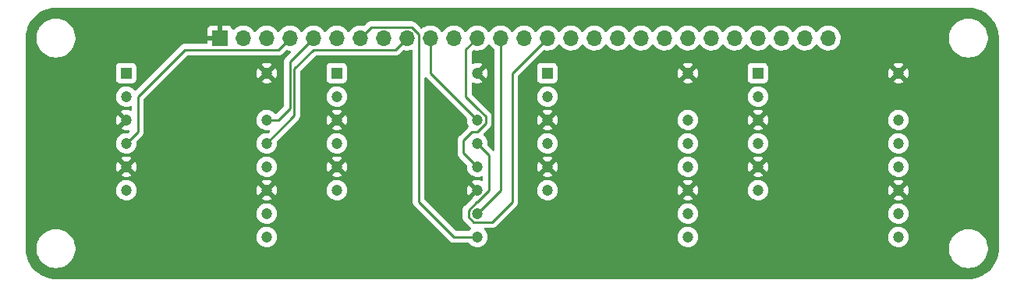
<source format=gbl>
%TF.GenerationSoftware,KiCad,Pcbnew,(6.0.0)*%
%TF.CreationDate,2022-03-13T21:01:20-04:00*%
%TF.ProjectId,panel meter display rev1,70616e65-6c20-46d6-9574-657220646973,rev?*%
%TF.SameCoordinates,Original*%
%TF.FileFunction,Copper,L2,Bot*%
%TF.FilePolarity,Positive*%
%FSLAX46Y46*%
G04 Gerber Fmt 4.6, Leading zero omitted, Abs format (unit mm)*
G04 Created by KiCad (PCBNEW (6.0.0)) date 2022-03-13 21:01:20*
%MOMM*%
%LPD*%
G01*
G04 APERTURE LIST*
%TA.AperFunction,ComponentPad*%
%ADD10R,1.200000X1.200000*%
%TD*%
%TA.AperFunction,ComponentPad*%
%ADD11C,1.200000*%
%TD*%
%TA.AperFunction,ComponentPad*%
%ADD12R,1.700000X1.700000*%
%TD*%
%TA.AperFunction,ComponentPad*%
%ADD13O,1.700000X1.700000*%
%TD*%
%TA.AperFunction,Conductor*%
%ADD14C,0.250000*%
%TD*%
G04 APERTURE END LIST*
D10*
%TO.P,DS2,2,CATHODE_A*%
%TO.N,/A2*%
X119380000Y-27940000D03*
D11*
%TO.P,DS2,3,CATHODE_F*%
%TO.N,/F2*%
X119380000Y-30480000D03*
%TO.P,DS2,4,COMMON_ANODE_1*%
%TO.N,/Anode*%
X119380000Y-33020000D03*
%TO.P,DS2,5,CATHODE_E*%
%TO.N,/E2*%
X119380000Y-35560000D03*
%TO.P,DS2,6,COMMON_ANODE_2*%
%TO.N,/Anode*%
X119380000Y-38100000D03*
%TO.P,DS2,7,CATHODE_L.D.P*%
%TO.N,unconnected-(DS2-Pad7)*%
X119380000Y-40640000D03*
%TO.P,DS2,10,CATHODE_R.D.P*%
%TO.N,/DP2*%
X134620000Y-45720000D03*
%TO.P,DS2,11,CATHODE_D*%
%TO.N,/D2*%
X134620000Y-43180000D03*
%TO.P,DS2,12,COMMON_ANODE_3*%
%TO.N,/Anode*%
X134620000Y-40640000D03*
%TO.P,DS2,13,CATHODE_C*%
%TO.N,/C2*%
X134620000Y-38100000D03*
%TO.P,DS2,14,CATHODE_G*%
%TO.N,/G2*%
X134620000Y-35560000D03*
%TO.P,DS2,15,CATHODE_B*%
%TO.N,/B2*%
X134620000Y-33020000D03*
%TO.P,DS2,17,COMMON_ANODE_4*%
%TO.N,/Anode*%
X134620000Y-27940000D03*
%TD*%
D10*
%TO.P,DS4,2,CATHODE_A*%
%TO.N,unconnected-(DS4-Pad2)*%
X165100000Y-27940000D03*
D11*
%TO.P,DS4,3,CATHODE_F*%
%TO.N,unconnected-(DS4-Pad3)*%
X165100000Y-30480000D03*
%TO.P,DS4,4,COMMON_ANODE_1*%
%TO.N,/Anode*%
X165100000Y-33020000D03*
%TO.P,DS4,5,CATHODE_E*%
%TO.N,unconnected-(DS4-Pad5)*%
X165100000Y-35560000D03*
%TO.P,DS4,6,COMMON_ANODE_2*%
%TO.N,/Anode*%
X165100000Y-38100000D03*
%TO.P,DS4,7,CATHODE_L.D.P*%
%TO.N,unconnected-(DS4-Pad7)*%
X165100000Y-40640000D03*
%TO.P,DS4,10,CATHODE_R.D.P*%
%TO.N,/DP4*%
X180340000Y-45720000D03*
%TO.P,DS4,11,CATHODE_D*%
%TO.N,unconnected-(DS4-Pad11)*%
X180340000Y-43180000D03*
%TO.P,DS4,12,COMMON_ANODE_3*%
%TO.N,/Anode*%
X180340000Y-40640000D03*
%TO.P,DS4,13,CATHODE_C*%
%TO.N,/BC4*%
X180340000Y-38100000D03*
%TO.P,DS4,14,CATHODE_G*%
%TO.N,/POL*%
X180340000Y-35560000D03*
%TO.P,DS4,15,CATHODE_B*%
%TO.N,/BC4*%
X180340000Y-33020000D03*
%TO.P,DS4,17,COMMON_ANODE_4*%
%TO.N,/Anode*%
X180340000Y-27940000D03*
%TD*%
D10*
%TO.P,DS1,2,CATHODE_A*%
%TO.N,/A1*%
X96520000Y-27940000D03*
D11*
%TO.P,DS1,3,CATHODE_F*%
%TO.N,/F1*%
X96520000Y-30480000D03*
%TO.P,DS1,4,COMMON_ANODE_1*%
%TO.N,/Anode*%
X96520000Y-33020000D03*
%TO.P,DS1,5,CATHODE_E*%
%TO.N,/E1*%
X96520000Y-35560000D03*
%TO.P,DS1,6,COMMON_ANODE_2*%
%TO.N,/Anode*%
X96520000Y-38100000D03*
%TO.P,DS1,7,CATHODE_L.D.P*%
%TO.N,unconnected-(DS1-Pad7)*%
X96520000Y-40640000D03*
%TO.P,DS1,10,CATHODE_R.D.P*%
%TO.N,unconnected-(DS1-Pad10)*%
X111760000Y-45720000D03*
%TO.P,DS1,11,CATHODE_D*%
%TO.N,/D1*%
X111760000Y-43180000D03*
%TO.P,DS1,12,COMMON_ANODE_3*%
%TO.N,/Anode*%
X111760000Y-40640000D03*
%TO.P,DS1,13,CATHODE_C*%
%TO.N,/C1*%
X111760000Y-38100000D03*
%TO.P,DS1,14,CATHODE_G*%
%TO.N,/G1*%
X111760000Y-35560000D03*
%TO.P,DS1,15,CATHODE_B*%
%TO.N,/B1*%
X111760000Y-33020000D03*
%TO.P,DS1,17,COMMON_ANODE_4*%
%TO.N,/Anode*%
X111760000Y-27940000D03*
%TD*%
D10*
%TO.P,DS3,2,CATHODE_A*%
%TO.N,/A3*%
X142240000Y-27940000D03*
D11*
%TO.P,DS3,3,CATHODE_F*%
%TO.N,/F3*%
X142240000Y-30480000D03*
%TO.P,DS3,4,COMMON_ANODE_1*%
%TO.N,/Anode*%
X142240000Y-33020000D03*
%TO.P,DS3,5,CATHODE_E*%
%TO.N,/E3*%
X142240000Y-35560000D03*
%TO.P,DS3,6,COMMON_ANODE_2*%
%TO.N,/Anode*%
X142240000Y-38100000D03*
%TO.P,DS3,7,CATHODE_L.D.P*%
%TO.N,unconnected-(DS3-Pad7)*%
X142240000Y-40640000D03*
%TO.P,DS3,10,CATHODE_R.D.P*%
%TO.N,/DP3*%
X157480000Y-45720000D03*
%TO.P,DS3,11,CATHODE_D*%
%TO.N,/D3*%
X157480000Y-43180000D03*
%TO.P,DS3,12,COMMON_ANODE_3*%
%TO.N,/Anode*%
X157480000Y-40640000D03*
%TO.P,DS3,13,CATHODE_C*%
%TO.N,/C3*%
X157480000Y-38100000D03*
%TO.P,DS3,14,CATHODE_G*%
%TO.N,/G3*%
X157480000Y-35560000D03*
%TO.P,DS3,15,CATHODE_B*%
%TO.N,/B3*%
X157480000Y-33020000D03*
%TO.P,DS3,17,COMMON_ANODE_4*%
%TO.N,/Anode*%
X157480000Y-27940000D03*
%TD*%
D12*
%TO.P,J1,1,Pin_1*%
%TO.N,/Anode*%
X106680000Y-24130000D03*
D13*
%TO.P,J1,2,Pin_2*%
%TO.N,/C1*%
X109220000Y-24130000D03*
%TO.P,J1,3,Pin_3*%
%TO.N,/D1*%
X111760000Y-24130000D03*
%TO.P,J1,4,Pin_4*%
%TO.N,/E1*%
X114300000Y-24130000D03*
%TO.P,J1,5,Pin_5*%
%TO.N,/B1*%
X116840000Y-24130000D03*
%TO.P,J1,6,Pin_6*%
%TO.N,/A1*%
X119380000Y-24130000D03*
%TO.P,J1,7,Pin_7*%
%TO.N,/DP2*%
X121920000Y-24130000D03*
%TO.P,J1,8,Pin_8*%
%TO.N,/F1*%
X124460000Y-24130000D03*
%TO.P,J1,9,Pin_9*%
%TO.N,/G1*%
X127000000Y-24130000D03*
%TO.P,J1,10,Pin_10*%
%TO.N,/B2*%
X129540000Y-24130000D03*
%TO.P,J1,11,Pin_11*%
%TO.N,/A2*%
X132080000Y-24130000D03*
%TO.P,J1,12,Pin_12*%
%TO.N,/C2*%
X134620000Y-24130000D03*
%TO.P,J1,13,Pin_13*%
%TO.N,/D2*%
X137160000Y-24130000D03*
%TO.P,J1,14,Pin_14*%
%TO.N,/F2*%
X139700000Y-24130000D03*
%TO.P,J1,15,Pin_15*%
%TO.N,/G2*%
X142240000Y-24130000D03*
%TO.P,J1,16,Pin_16*%
%TO.N,/B3*%
X144780000Y-24130000D03*
%TO.P,J1,17,Pin_17*%
%TO.N,/A3*%
X147320000Y-24130000D03*
%TO.P,J1,18,Pin_18*%
%TO.N,/E2*%
X149860000Y-24130000D03*
%TO.P,J1,19,Pin_19*%
%TO.N,/F3*%
X152400000Y-24130000D03*
%TO.P,J1,20,Pin_20*%
%TO.N,/G3*%
X154940000Y-24130000D03*
%TO.P,J1,21,Pin_21*%
%TO.N,/DP3*%
X157480000Y-24130000D03*
%TO.P,J1,22,Pin_22*%
%TO.N,/C3*%
X160020000Y-24130000D03*
%TO.P,J1,23,Pin_23*%
%TO.N,/D3*%
X162560000Y-24130000D03*
%TO.P,J1,24,Pin_24*%
%TO.N,/E3*%
X165100000Y-24130000D03*
%TO.P,J1,25,Pin_25*%
%TO.N,/DP4*%
X167640000Y-24130000D03*
%TO.P,J1,26,Pin_26*%
%TO.N,/BC4*%
X170180000Y-24130000D03*
%TO.P,J1,27,Pin_27*%
%TO.N,/POL*%
X172720000Y-24130000D03*
%TD*%
D14*
%TO.N,/C2*%
X133387457Y-25362543D02*
X134620000Y-24130000D01*
X133387457Y-30480000D02*
X133387457Y-25362543D01*
X134638729Y-31731271D02*
X133387457Y-30480000D01*
X135544511Y-32637054D02*
X134638729Y-31731271D01*
X135544511Y-33402946D02*
X135544511Y-32637054D01*
X134657457Y-34290000D02*
X135544511Y-33402946D01*
X133146800Y-35204400D02*
X134061200Y-34290000D01*
X133146800Y-36626800D02*
X133146800Y-35204400D01*
X134620000Y-38100000D02*
X133146800Y-36626800D01*
X134061200Y-34290000D02*
X134657457Y-34290000D01*
%TO.N,/E1*%
X114300000Y-24130000D02*
X113030000Y-25400000D01*
X113030000Y-25400000D02*
X102870000Y-25400000D01*
X102870000Y-25400000D02*
X97790000Y-30480000D01*
X97790000Y-34290000D02*
X96520000Y-35560000D01*
X97790000Y-30480000D02*
X97790000Y-34290000D01*
%TO.N,/G1*%
X114749520Y-32570480D02*
X114749520Y-27490480D01*
X127000000Y-24130000D02*
X125730000Y-25400000D01*
X114749520Y-27490480D02*
X116840000Y-25400000D01*
X116840000Y-25400000D02*
X125730000Y-25400000D01*
X111760000Y-35560000D02*
X114749520Y-32570480D01*
%TO.N,/B1*%
X116840000Y-24130000D02*
X114300000Y-26670000D01*
X113030000Y-33020000D02*
X111760000Y-33020000D01*
X114300000Y-26670000D02*
X114300000Y-31750000D01*
X114300000Y-31750000D02*
X113030000Y-33020000D01*
%TO.N,/DP2*%
X123094511Y-22955489D02*
X121920000Y-24130000D01*
X128270000Y-23738990D02*
X127486499Y-22955489D01*
X132080000Y-45720000D02*
X128270000Y-41910000D01*
X128270000Y-41910000D02*
X128270000Y-23738990D01*
X134620000Y-45720000D02*
X132080000Y-45720000D01*
X127486499Y-22955489D02*
X123094511Y-22955489D01*
%TO.N,/D2*%
X137160000Y-40640000D02*
X137160000Y-24130000D01*
X134620000Y-43180000D02*
X137160000Y-40640000D01*
%TO.N,/G2*%
X136235489Y-44104511D02*
X134237054Y-44104511D01*
X134237054Y-44104511D02*
X133667859Y-43535316D01*
X134657457Y-41910000D02*
X135890000Y-40677457D01*
X135890000Y-36830000D02*
X134620000Y-35560000D01*
X142240000Y-24130000D02*
X138430000Y-27940000D01*
X135890000Y-40677457D02*
X135890000Y-36830000D01*
X133667859Y-42824684D02*
X134582543Y-41910000D01*
X138430000Y-27940000D02*
X138430000Y-41910000D01*
X138430000Y-41910000D02*
X136235489Y-44104511D01*
X134582543Y-41910000D02*
X134657457Y-41910000D01*
X133667859Y-43535316D02*
X133667859Y-42824684D01*
%TO.N,/B2*%
X134620000Y-33020000D02*
X129540000Y-27940000D01*
X129540000Y-27940000D02*
X129540000Y-24130000D01*
%TD*%
%TA.AperFunction,Conductor*%
%TO.N,/Anode*%
G36*
X187930057Y-20829500D02*
G01*
X187944858Y-20831805D01*
X187944861Y-20831805D01*
X187953730Y-20833186D01*
X187972411Y-20830743D01*
X187995342Y-20829852D01*
X188298557Y-20845743D01*
X188311665Y-20847120D01*
X188551285Y-20885072D01*
X188640002Y-20899123D01*
X188652902Y-20901865D01*
X188974000Y-20987903D01*
X188986536Y-20991977D01*
X189259358Y-21096703D01*
X189296876Y-21111105D01*
X189308924Y-21116469D01*
X189605120Y-21267388D01*
X189616536Y-21273979D01*
X189895334Y-21455033D01*
X189905996Y-21462779D01*
X190164344Y-21671984D01*
X190174145Y-21680810D01*
X190409190Y-21915855D01*
X190418015Y-21925655D01*
X190560787Y-22101964D01*
X190627221Y-22184004D01*
X190634967Y-22194666D01*
X190815872Y-22473234D01*
X190816018Y-22473459D01*
X190822612Y-22484880D01*
X190973531Y-22781076D01*
X190978895Y-22793124D01*
X190983053Y-22803955D01*
X191055276Y-22992101D01*
X191098021Y-23103456D01*
X191102097Y-23115999D01*
X191106666Y-23133051D01*
X191188135Y-23437098D01*
X191190877Y-23449998D01*
X191231760Y-23708124D01*
X191242879Y-23778329D01*
X191244257Y-23791443D01*
X191254823Y-23993049D01*
X191259764Y-24087330D01*
X191258436Y-24113312D01*
X191258195Y-24114856D01*
X191258195Y-24114860D01*
X191256814Y-24123730D01*
X191257978Y-24132632D01*
X191257978Y-24132635D01*
X191260936Y-24155251D01*
X191262000Y-24171589D01*
X191262000Y-46940672D01*
X191260500Y-46960056D01*
X191256814Y-46983730D01*
X191259257Y-47002410D01*
X191260148Y-47025343D01*
X191244257Y-47328554D01*
X191242880Y-47341665D01*
X191229656Y-47425159D01*
X191190877Y-47670002D01*
X191188135Y-47682902D01*
X191102097Y-48004000D01*
X191098021Y-48016544D01*
X190978895Y-48326876D01*
X190973531Y-48338924D01*
X190822612Y-48635120D01*
X190816021Y-48646536D01*
X190634967Y-48925334D01*
X190627224Y-48935992D01*
X190418016Y-49194344D01*
X190409190Y-49204145D01*
X190174145Y-49439190D01*
X190164344Y-49448016D01*
X189905996Y-49657221D01*
X189895334Y-49664967D01*
X189616536Y-49846021D01*
X189605120Y-49852612D01*
X189308924Y-50003531D01*
X189296875Y-50008895D01*
X188986536Y-50128023D01*
X188974000Y-50132097D01*
X188652902Y-50218135D01*
X188640002Y-50220877D01*
X188551285Y-50234928D01*
X188311665Y-50272880D01*
X188298557Y-50274257D01*
X188002666Y-50289764D01*
X187976688Y-50288436D01*
X187975144Y-50288195D01*
X187975140Y-50288195D01*
X187966270Y-50286814D01*
X187957368Y-50287978D01*
X187957365Y-50287978D01*
X187934749Y-50290936D01*
X187918411Y-50292000D01*
X88949328Y-50292000D01*
X88929943Y-50290500D01*
X88915142Y-50288195D01*
X88915139Y-50288195D01*
X88906270Y-50286814D01*
X88887589Y-50289257D01*
X88864658Y-50290148D01*
X88561443Y-50274257D01*
X88548335Y-50272880D01*
X88308715Y-50234928D01*
X88219998Y-50220877D01*
X88207098Y-50218135D01*
X87886000Y-50132097D01*
X87873464Y-50128023D01*
X87563125Y-50008895D01*
X87551076Y-50003531D01*
X87254880Y-49852612D01*
X87243464Y-49846021D01*
X86964666Y-49664967D01*
X86954004Y-49657221D01*
X86695656Y-49448016D01*
X86685855Y-49439190D01*
X86450810Y-49204145D01*
X86441984Y-49194344D01*
X86232776Y-48935992D01*
X86225033Y-48925334D01*
X86043979Y-48646536D01*
X86037388Y-48635120D01*
X85886469Y-48338924D01*
X85881105Y-48326876D01*
X85761979Y-48016544D01*
X85757903Y-48004000D01*
X85671865Y-47682902D01*
X85669123Y-47670002D01*
X85630344Y-47425159D01*
X85617120Y-47341665D01*
X85615743Y-47328554D01*
X85605887Y-47140488D01*
X85604955Y-47122703D01*
X86790743Y-47122703D01*
X86828268Y-47407734D01*
X86904129Y-47685036D01*
X86905813Y-47688984D01*
X86946460Y-47784278D01*
X87016923Y-47949476D01*
X87164561Y-48196161D01*
X87344313Y-48420528D01*
X87552851Y-48618423D01*
X87786317Y-48786186D01*
X87790112Y-48788195D01*
X87790113Y-48788196D01*
X87811869Y-48799715D01*
X88040392Y-48920712D01*
X88310373Y-49019511D01*
X88591264Y-49080755D01*
X88619841Y-49083004D01*
X88814282Y-49098307D01*
X88814291Y-49098307D01*
X88816739Y-49098500D01*
X88972271Y-49098500D01*
X88974407Y-49098354D01*
X88974418Y-49098354D01*
X89182548Y-49084165D01*
X89182554Y-49084164D01*
X89186825Y-49083873D01*
X89191020Y-49083004D01*
X89191022Y-49083004D01*
X89327584Y-49054723D01*
X89468342Y-49025574D01*
X89739343Y-48929607D01*
X89994812Y-48797750D01*
X89998313Y-48795289D01*
X89998317Y-48795287D01*
X90112418Y-48715095D01*
X90230023Y-48632441D01*
X90440622Y-48436740D01*
X90622713Y-48214268D01*
X90772927Y-47969142D01*
X90888483Y-47705898D01*
X90967244Y-47429406D01*
X91007751Y-47144784D01*
X91007845Y-47126951D01*
X91007867Y-47122703D01*
X185850743Y-47122703D01*
X185888268Y-47407734D01*
X185964129Y-47685036D01*
X185965813Y-47688984D01*
X186006460Y-47784278D01*
X186076923Y-47949476D01*
X186224561Y-48196161D01*
X186404313Y-48420528D01*
X186612851Y-48618423D01*
X186846317Y-48786186D01*
X186850112Y-48788195D01*
X186850113Y-48788196D01*
X186871869Y-48799715D01*
X187100392Y-48920712D01*
X187370373Y-49019511D01*
X187651264Y-49080755D01*
X187679841Y-49083004D01*
X187874282Y-49098307D01*
X187874291Y-49098307D01*
X187876739Y-49098500D01*
X188032271Y-49098500D01*
X188034407Y-49098354D01*
X188034418Y-49098354D01*
X188242548Y-49084165D01*
X188242554Y-49084164D01*
X188246825Y-49083873D01*
X188251020Y-49083004D01*
X188251022Y-49083004D01*
X188387584Y-49054723D01*
X188528342Y-49025574D01*
X188799343Y-48929607D01*
X189054812Y-48797750D01*
X189058313Y-48795289D01*
X189058317Y-48795287D01*
X189172418Y-48715095D01*
X189290023Y-48632441D01*
X189500622Y-48436740D01*
X189682713Y-48214268D01*
X189832927Y-47969142D01*
X189948483Y-47705898D01*
X190027244Y-47429406D01*
X190067751Y-47144784D01*
X190067845Y-47126951D01*
X190069235Y-46861583D01*
X190069235Y-46861576D01*
X190069257Y-46857297D01*
X190064670Y-46822450D01*
X190040687Y-46640284D01*
X190031732Y-46572266D01*
X189955871Y-46294964D01*
X189901429Y-46167327D01*
X189844763Y-46034476D01*
X189844761Y-46034472D01*
X189843077Y-46030524D01*
X189695439Y-45783839D01*
X189515687Y-45559472D01*
X189307149Y-45361577D01*
X189073683Y-45193814D01*
X189051843Y-45182250D01*
X188960151Y-45133702D01*
X188819608Y-45059288D01*
X188578828Y-44971175D01*
X188553658Y-44961964D01*
X188553656Y-44961963D01*
X188549627Y-44960489D01*
X188268736Y-44899245D01*
X188237685Y-44896801D01*
X188045718Y-44881693D01*
X188045709Y-44881693D01*
X188043261Y-44881500D01*
X187887729Y-44881500D01*
X187885593Y-44881646D01*
X187885582Y-44881646D01*
X187677452Y-44895835D01*
X187677446Y-44895836D01*
X187673175Y-44896127D01*
X187668980Y-44896996D01*
X187668978Y-44896996D01*
X187532417Y-44925276D01*
X187391658Y-44954426D01*
X187120657Y-45050393D01*
X186865188Y-45182250D01*
X186861687Y-45184711D01*
X186861683Y-45184713D01*
X186851594Y-45191804D01*
X186629977Y-45347559D01*
X186614892Y-45361577D01*
X186453485Y-45511566D01*
X186419378Y-45543260D01*
X186237287Y-45765732D01*
X186087073Y-46010858D01*
X186085347Y-46014791D01*
X186085346Y-46014792D01*
X185978936Y-46257202D01*
X185971517Y-46274102D01*
X185970342Y-46278229D01*
X185970341Y-46278230D01*
X185947768Y-46357474D01*
X185892756Y-46550594D01*
X185872186Y-46695132D01*
X185856907Y-46802490D01*
X185852249Y-46835216D01*
X185852227Y-46839505D01*
X185852226Y-46839512D01*
X185850765Y-47118417D01*
X185850743Y-47122703D01*
X91007867Y-47122703D01*
X91009235Y-46861583D01*
X91009235Y-46861576D01*
X91009257Y-46857297D01*
X91004670Y-46822450D01*
X90980687Y-46640284D01*
X90971732Y-46572266D01*
X90895871Y-46294964D01*
X90841429Y-46167327D01*
X90784763Y-46034476D01*
X90784761Y-46034472D01*
X90783077Y-46030524D01*
X90635439Y-45783839D01*
X90560948Y-45690859D01*
X110647132Y-45690859D01*
X110660457Y-45894151D01*
X110710605Y-46091610D01*
X110795898Y-46276624D01*
X110913479Y-46442997D01*
X111059410Y-46585157D01*
X111064206Y-46588362D01*
X111064209Y-46588364D01*
X111132149Y-46633760D01*
X111228803Y-46698342D01*
X111234106Y-46700620D01*
X111234109Y-46700622D01*
X111323115Y-46738862D01*
X111415987Y-46778763D01*
X111488817Y-46795243D01*
X111609055Y-46822450D01*
X111609060Y-46822451D01*
X111614692Y-46823725D01*
X111620463Y-46823952D01*
X111620465Y-46823952D01*
X111683470Y-46826427D01*
X111818263Y-46831723D01*
X112019883Y-46802490D01*
X112025347Y-46800635D01*
X112025352Y-46800634D01*
X112207327Y-46738862D01*
X112207332Y-46738860D01*
X112212799Y-46737004D01*
X112390551Y-46637458D01*
X112547186Y-46507186D01*
X112677458Y-46350551D01*
X112777004Y-46172799D01*
X112778860Y-46167332D01*
X112778862Y-46167327D01*
X112840634Y-45985352D01*
X112840635Y-45985347D01*
X112842490Y-45979883D01*
X112871723Y-45778263D01*
X112873249Y-45720000D01*
X112857314Y-45546579D01*
X112855137Y-45522880D01*
X112855136Y-45522877D01*
X112854608Y-45517126D01*
X112799307Y-45321047D01*
X112788680Y-45299496D01*
X112711756Y-45143510D01*
X112709201Y-45138329D01*
X112690796Y-45113681D01*
X112590758Y-44979715D01*
X112590758Y-44979714D01*
X112587305Y-44975091D01*
X112486059Y-44881500D01*
X112441943Y-44840719D01*
X112441940Y-44840717D01*
X112437703Y-44836800D01*
X112391675Y-44807759D01*
X112270288Y-44731169D01*
X112270283Y-44731167D01*
X112265404Y-44728088D01*
X112076180Y-44652595D01*
X111876366Y-44612849D01*
X111870592Y-44612773D01*
X111870588Y-44612773D01*
X111767452Y-44611424D01*
X111672655Y-44610183D01*
X111666958Y-44611162D01*
X111666957Y-44611162D01*
X111477567Y-44643705D01*
X111471870Y-44644684D01*
X111280734Y-44715198D01*
X111275773Y-44718150D01*
X111275772Y-44718150D01*
X111258860Y-44728212D01*
X111105649Y-44819363D01*
X110952478Y-44953690D01*
X110948911Y-44958215D01*
X110948906Y-44958220D01*
X110885614Y-45038506D01*
X110826351Y-45113681D01*
X110731492Y-45293978D01*
X110671078Y-45488543D01*
X110647132Y-45690859D01*
X90560948Y-45690859D01*
X90455687Y-45559472D01*
X90247149Y-45361577D01*
X90013683Y-45193814D01*
X89991843Y-45182250D01*
X89900151Y-45133702D01*
X89759608Y-45059288D01*
X89518828Y-44971175D01*
X89493658Y-44961964D01*
X89493656Y-44961963D01*
X89489627Y-44960489D01*
X89208736Y-44899245D01*
X89177685Y-44896801D01*
X88985718Y-44881693D01*
X88985709Y-44881693D01*
X88983261Y-44881500D01*
X88827729Y-44881500D01*
X88825593Y-44881646D01*
X88825582Y-44881646D01*
X88617452Y-44895835D01*
X88617446Y-44895836D01*
X88613175Y-44896127D01*
X88608980Y-44896996D01*
X88608978Y-44896996D01*
X88472417Y-44925276D01*
X88331658Y-44954426D01*
X88060657Y-45050393D01*
X87805188Y-45182250D01*
X87801687Y-45184711D01*
X87801683Y-45184713D01*
X87791594Y-45191804D01*
X87569977Y-45347559D01*
X87554892Y-45361577D01*
X87393485Y-45511566D01*
X87359378Y-45543260D01*
X87177287Y-45765732D01*
X87027073Y-46010858D01*
X87025347Y-46014791D01*
X87025346Y-46014792D01*
X86918936Y-46257202D01*
X86911517Y-46274102D01*
X86910342Y-46278229D01*
X86910341Y-46278230D01*
X86887768Y-46357474D01*
X86832756Y-46550594D01*
X86812186Y-46695132D01*
X86796907Y-46802490D01*
X86792249Y-46835216D01*
X86792227Y-46839505D01*
X86792226Y-46839512D01*
X86790765Y-47118417D01*
X86790743Y-47122703D01*
X85604955Y-47122703D01*
X85600236Y-47032666D01*
X85601564Y-47006688D01*
X85601805Y-47005144D01*
X85601805Y-47005140D01*
X85603186Y-46996270D01*
X85601547Y-46983730D01*
X85599064Y-46964749D01*
X85598000Y-46948411D01*
X85598000Y-43150859D01*
X110647132Y-43150859D01*
X110660457Y-43354151D01*
X110710605Y-43551610D01*
X110795898Y-43736624D01*
X110913479Y-43902997D01*
X111059410Y-44045157D01*
X111064206Y-44048362D01*
X111064209Y-44048364D01*
X111132149Y-44093760D01*
X111228803Y-44158342D01*
X111234106Y-44160620D01*
X111234109Y-44160622D01*
X111323115Y-44198862D01*
X111415987Y-44238763D01*
X111488817Y-44255243D01*
X111609055Y-44282450D01*
X111609060Y-44282451D01*
X111614692Y-44283725D01*
X111620463Y-44283952D01*
X111620465Y-44283952D01*
X111683470Y-44286427D01*
X111818263Y-44291723D01*
X112019883Y-44262490D01*
X112025347Y-44260635D01*
X112025352Y-44260634D01*
X112207327Y-44198862D01*
X112207332Y-44198860D01*
X112212799Y-44197004D01*
X112390551Y-44097458D01*
X112547186Y-43967186D01*
X112677458Y-43810551D01*
X112753921Y-43674016D01*
X112774180Y-43637842D01*
X112774181Y-43637840D01*
X112777004Y-43632799D01*
X112778860Y-43627332D01*
X112778862Y-43627327D01*
X112840634Y-43445352D01*
X112840635Y-43445347D01*
X112842490Y-43439883D01*
X112871723Y-43238263D01*
X112873249Y-43180000D01*
X112854608Y-42977126D01*
X112808183Y-42812519D01*
X112800875Y-42786606D01*
X112800874Y-42786604D01*
X112799307Y-42781047D01*
X112796240Y-42774826D01*
X112711756Y-42603510D01*
X112709201Y-42598329D01*
X112690796Y-42573681D01*
X112590758Y-42439715D01*
X112590758Y-42439714D01*
X112587305Y-42435091D01*
X112473370Y-42329770D01*
X112441943Y-42300719D01*
X112441940Y-42300717D01*
X112437703Y-42296800D01*
X112368897Y-42253387D01*
X112270288Y-42191169D01*
X112270283Y-42191167D01*
X112265404Y-42188088D01*
X112084296Y-42115833D01*
X112081549Y-42114737D01*
X112076180Y-42112595D01*
X111876366Y-42072849D01*
X111870592Y-42072773D01*
X111870588Y-42072773D01*
X111767452Y-42071424D01*
X111672655Y-42070183D01*
X111666958Y-42071162D01*
X111666957Y-42071162D01*
X111525789Y-42095419D01*
X111471870Y-42104684D01*
X111280734Y-42175198D01*
X111275773Y-42178150D01*
X111275772Y-42178150D01*
X111125475Y-42267568D01*
X111105649Y-42279363D01*
X110952478Y-42413690D01*
X110948911Y-42418215D01*
X110948906Y-42418220D01*
X110897336Y-42483637D01*
X110826351Y-42573681D01*
X110823662Y-42578792D01*
X110823660Y-42578795D01*
X110791846Y-42639264D01*
X110731492Y-42753978D01*
X110671078Y-42948543D01*
X110647132Y-43150859D01*
X85598000Y-43150859D01*
X85598000Y-40610859D01*
X95407132Y-40610859D01*
X95420457Y-40814151D01*
X95470605Y-41011610D01*
X95555898Y-41196624D01*
X95673479Y-41362997D01*
X95819410Y-41505157D01*
X95824206Y-41508362D01*
X95824209Y-41508364D01*
X95949227Y-41591898D01*
X95988803Y-41618342D01*
X95994106Y-41620620D01*
X95994109Y-41620622D01*
X96170680Y-41696483D01*
X96175987Y-41698763D01*
X96248817Y-41715243D01*
X96369055Y-41742450D01*
X96369060Y-41742451D01*
X96374692Y-41743725D01*
X96380463Y-41743952D01*
X96380465Y-41743952D01*
X96443470Y-41746427D01*
X96578263Y-41751723D01*
X96779883Y-41722490D01*
X96785347Y-41720635D01*
X96785352Y-41720634D01*
X96967327Y-41658862D01*
X96967332Y-41658860D01*
X96972799Y-41657004D01*
X96978653Y-41653726D01*
X97048354Y-41614691D01*
X97107989Y-41581294D01*
X111183066Y-41581294D01*
X111192948Y-41593783D01*
X111224239Y-41614691D01*
X111234349Y-41620181D01*
X111410835Y-41696005D01*
X111421778Y-41699560D01*
X111609120Y-41741952D01*
X111620530Y-41743454D01*
X111812469Y-41750995D01*
X111823951Y-41750393D01*
X112014045Y-41722832D01*
X112025240Y-41720144D01*
X112207131Y-41658400D01*
X112217628Y-41653726D01*
X112328032Y-41591898D01*
X112337895Y-41581821D01*
X112334940Y-41574151D01*
X111772811Y-41012021D01*
X111758868Y-41004408D01*
X111757034Y-41004539D01*
X111750420Y-41008790D01*
X111189259Y-41569952D01*
X111183066Y-41581294D01*
X97107989Y-41581294D01*
X97150551Y-41557458D01*
X97307186Y-41427186D01*
X97437458Y-41270551D01*
X97515050Y-41132000D01*
X97534180Y-41097842D01*
X97534181Y-41097840D01*
X97537004Y-41092799D01*
X97538860Y-41087332D01*
X97538862Y-41087327D01*
X97600634Y-40905352D01*
X97600635Y-40905347D01*
X97602490Y-40899883D01*
X97631723Y-40698263D01*
X97633249Y-40640000D01*
X97631102Y-40616638D01*
X110648012Y-40616638D01*
X110660575Y-40808304D01*
X110662376Y-40819674D01*
X110709657Y-41005843D01*
X110713498Y-41016690D01*
X110793916Y-41191130D01*
X110799664Y-41201086D01*
X110805788Y-41209751D01*
X110816377Y-41218140D01*
X110829676Y-41211113D01*
X111387979Y-40652811D01*
X111394356Y-40641132D01*
X112124408Y-40641132D01*
X112124539Y-40642966D01*
X112128790Y-40649580D01*
X112690239Y-41211028D01*
X112702614Y-41217785D01*
X112709194Y-41212859D01*
X112773726Y-41097628D01*
X112778400Y-41087131D01*
X112840144Y-40905240D01*
X112842832Y-40894045D01*
X112870689Y-40701911D01*
X112871319Y-40694528D01*
X112872650Y-40643704D01*
X112872407Y-40636305D01*
X112870069Y-40610859D01*
X118267132Y-40610859D01*
X118280457Y-40814151D01*
X118330605Y-41011610D01*
X118415898Y-41196624D01*
X118533479Y-41362997D01*
X118679410Y-41505157D01*
X118684206Y-41508362D01*
X118684209Y-41508364D01*
X118809227Y-41591898D01*
X118848803Y-41618342D01*
X118854106Y-41620620D01*
X118854109Y-41620622D01*
X119030680Y-41696483D01*
X119035987Y-41698763D01*
X119108817Y-41715243D01*
X119229055Y-41742450D01*
X119229060Y-41742451D01*
X119234692Y-41743725D01*
X119240463Y-41743952D01*
X119240465Y-41743952D01*
X119303470Y-41746427D01*
X119438263Y-41751723D01*
X119639883Y-41722490D01*
X119645347Y-41720635D01*
X119645352Y-41720634D01*
X119827327Y-41658862D01*
X119827332Y-41658860D01*
X119832799Y-41657004D01*
X119838653Y-41653726D01*
X119908354Y-41614691D01*
X120010551Y-41557458D01*
X120167186Y-41427186D01*
X120297458Y-41270551D01*
X120375050Y-41132000D01*
X120394180Y-41097842D01*
X120394181Y-41097840D01*
X120397004Y-41092799D01*
X120398860Y-41087332D01*
X120398862Y-41087327D01*
X120460634Y-40905352D01*
X120460635Y-40905347D01*
X120462490Y-40899883D01*
X120491723Y-40698263D01*
X120493249Y-40640000D01*
X120481860Y-40516049D01*
X120475137Y-40442880D01*
X120475136Y-40442877D01*
X120474608Y-40437126D01*
X120419307Y-40241047D01*
X120408776Y-40219691D01*
X120331756Y-40063510D01*
X120329201Y-40058329D01*
X120310796Y-40033681D01*
X120210758Y-39899715D01*
X120210758Y-39899714D01*
X120207305Y-39895091D01*
X120057703Y-39756800D01*
X119984328Y-39710504D01*
X119890288Y-39651169D01*
X119890283Y-39651167D01*
X119885404Y-39648088D01*
X119696180Y-39572595D01*
X119521663Y-39537881D01*
X119502032Y-39533976D01*
X119502031Y-39533976D01*
X119496366Y-39532849D01*
X119490592Y-39532773D01*
X119490588Y-39532773D01*
X119387452Y-39531424D01*
X119292655Y-39530183D01*
X119286958Y-39531162D01*
X119286957Y-39531162D01*
X119267671Y-39534476D01*
X119091870Y-39564684D01*
X118900734Y-39635198D01*
X118895773Y-39638150D01*
X118895772Y-39638150D01*
X118779939Y-39707064D01*
X118725649Y-39739363D01*
X118572478Y-39873690D01*
X118568911Y-39878215D01*
X118568906Y-39878220D01*
X118482331Y-39988040D01*
X118446351Y-40033681D01*
X118443662Y-40038792D01*
X118443660Y-40038795D01*
X118428946Y-40066762D01*
X118351492Y-40213978D01*
X118291078Y-40408543D01*
X118267132Y-40610859D01*
X112870069Y-40610859D01*
X112854643Y-40442975D01*
X112852545Y-40431654D01*
X112800408Y-40246791D01*
X112796283Y-40236044D01*
X112712163Y-40065465D01*
X112704869Y-40059990D01*
X112692449Y-40066762D01*
X112132021Y-40627189D01*
X112124408Y-40641132D01*
X111394356Y-40641132D01*
X111395592Y-40638868D01*
X111395461Y-40637034D01*
X111391210Y-40630420D01*
X110828538Y-40067749D01*
X110816163Y-40060992D01*
X110810197Y-40065458D01*
X110734645Y-40209058D01*
X110730242Y-40219691D01*
X110673281Y-40403132D01*
X110670891Y-40414376D01*
X110648313Y-40605137D01*
X110648012Y-40616638D01*
X97631102Y-40616638D01*
X97621860Y-40516049D01*
X97615137Y-40442880D01*
X97615136Y-40442877D01*
X97614608Y-40437126D01*
X97559307Y-40241047D01*
X97548776Y-40219691D01*
X97471756Y-40063510D01*
X97469201Y-40058329D01*
X97450796Y-40033681D01*
X97350758Y-39899715D01*
X97350758Y-39899714D01*
X97347305Y-39895091D01*
X97197703Y-39756800D01*
X97124328Y-39710504D01*
X97105580Y-39698675D01*
X111182788Y-39698675D01*
X111186275Y-39707064D01*
X111747189Y-40267979D01*
X111761132Y-40275592D01*
X111762966Y-40275461D01*
X111769580Y-40271210D01*
X112330285Y-39710504D01*
X112337042Y-39698129D01*
X112331012Y-39690073D01*
X112270061Y-39651616D01*
X112259813Y-39646395D01*
X112081401Y-39575216D01*
X112070373Y-39571949D01*
X111881982Y-39534476D01*
X111870535Y-39533273D01*
X111678477Y-39530759D01*
X111666997Y-39531662D01*
X111477697Y-39564190D01*
X111466577Y-39567170D01*
X111286365Y-39633653D01*
X111275991Y-39638601D01*
X111192385Y-39688342D01*
X111182788Y-39698675D01*
X97105580Y-39698675D01*
X97030288Y-39651169D01*
X97030283Y-39651167D01*
X97025404Y-39648088D01*
X96836180Y-39572595D01*
X96661663Y-39537881D01*
X96642032Y-39533976D01*
X96642031Y-39533976D01*
X96636366Y-39532849D01*
X96630592Y-39532773D01*
X96630588Y-39532773D01*
X96527452Y-39531424D01*
X96432655Y-39530183D01*
X96426958Y-39531162D01*
X96426957Y-39531162D01*
X96407671Y-39534476D01*
X96231870Y-39564684D01*
X96040734Y-39635198D01*
X96035773Y-39638150D01*
X96035772Y-39638150D01*
X95919939Y-39707064D01*
X95865649Y-39739363D01*
X95712478Y-39873690D01*
X95708911Y-39878215D01*
X95708906Y-39878220D01*
X95622331Y-39988040D01*
X95586351Y-40033681D01*
X95583662Y-40038792D01*
X95583660Y-40038795D01*
X95568946Y-40066762D01*
X95491492Y-40213978D01*
X95431078Y-40408543D01*
X95407132Y-40610859D01*
X85598000Y-40610859D01*
X85598000Y-39041294D01*
X95943066Y-39041294D01*
X95952948Y-39053783D01*
X95984239Y-39074691D01*
X95994349Y-39080181D01*
X96170835Y-39156005D01*
X96181778Y-39159560D01*
X96369120Y-39201952D01*
X96380530Y-39203454D01*
X96572469Y-39210995D01*
X96583951Y-39210393D01*
X96774045Y-39182832D01*
X96785240Y-39180144D01*
X96967131Y-39118400D01*
X96977628Y-39113726D01*
X97088032Y-39051898D01*
X97097895Y-39041821D01*
X97094940Y-39034151D01*
X96532811Y-38472021D01*
X96518868Y-38464408D01*
X96517034Y-38464539D01*
X96510420Y-38468790D01*
X95949259Y-39029952D01*
X95943066Y-39041294D01*
X85598000Y-39041294D01*
X85598000Y-38076638D01*
X95408012Y-38076638D01*
X95420575Y-38268304D01*
X95422376Y-38279674D01*
X95469657Y-38465843D01*
X95473498Y-38476690D01*
X95553916Y-38651130D01*
X95559664Y-38661086D01*
X95565788Y-38669751D01*
X95576377Y-38678140D01*
X95589676Y-38671113D01*
X96147979Y-38112811D01*
X96154356Y-38101132D01*
X96884408Y-38101132D01*
X96884539Y-38102966D01*
X96888790Y-38109580D01*
X97450239Y-38671028D01*
X97462614Y-38677785D01*
X97469194Y-38672859D01*
X97533726Y-38557628D01*
X97538400Y-38547131D01*
X97600144Y-38365240D01*
X97602832Y-38354045D01*
X97630689Y-38161911D01*
X97631319Y-38154528D01*
X97632650Y-38103704D01*
X97632407Y-38096305D01*
X97630069Y-38070859D01*
X110647132Y-38070859D01*
X110660457Y-38274151D01*
X110710605Y-38471610D01*
X110795898Y-38656624D01*
X110913479Y-38822997D01*
X111059410Y-38965157D01*
X111064206Y-38968362D01*
X111064209Y-38968364D01*
X111189227Y-39051898D01*
X111228803Y-39078342D01*
X111234106Y-39080620D01*
X111234109Y-39080622D01*
X111410680Y-39156483D01*
X111415987Y-39158763D01*
X111488817Y-39175243D01*
X111609055Y-39202450D01*
X111609060Y-39202451D01*
X111614692Y-39203725D01*
X111620463Y-39203952D01*
X111620465Y-39203952D01*
X111683470Y-39206427D01*
X111818263Y-39211723D01*
X112019883Y-39182490D01*
X112025347Y-39180635D01*
X112025352Y-39180634D01*
X112207327Y-39118862D01*
X112207332Y-39118860D01*
X112212799Y-39117004D01*
X112218653Y-39113726D01*
X112329054Y-39051898D01*
X112347989Y-39041294D01*
X118803066Y-39041294D01*
X118812948Y-39053783D01*
X118844239Y-39074691D01*
X118854349Y-39080181D01*
X119030835Y-39156005D01*
X119041778Y-39159560D01*
X119229120Y-39201952D01*
X119240530Y-39203454D01*
X119432469Y-39210995D01*
X119443951Y-39210393D01*
X119634045Y-39182832D01*
X119645240Y-39180144D01*
X119827131Y-39118400D01*
X119837628Y-39113726D01*
X119948032Y-39051898D01*
X119957895Y-39041821D01*
X119954940Y-39034151D01*
X119392811Y-38472021D01*
X119378868Y-38464408D01*
X119377034Y-38464539D01*
X119370420Y-38468790D01*
X118809259Y-39029952D01*
X118803066Y-39041294D01*
X112347989Y-39041294D01*
X112390551Y-39017458D01*
X112547186Y-38887186D01*
X112677458Y-38730551D01*
X112777004Y-38552799D01*
X112778860Y-38547332D01*
X112778862Y-38547327D01*
X112840634Y-38365352D01*
X112840635Y-38365347D01*
X112842490Y-38359883D01*
X112871723Y-38158263D01*
X112873249Y-38100000D01*
X112871102Y-38076638D01*
X118268012Y-38076638D01*
X118280575Y-38268304D01*
X118282376Y-38279674D01*
X118329657Y-38465843D01*
X118333498Y-38476690D01*
X118413916Y-38651130D01*
X118419664Y-38661086D01*
X118425788Y-38669751D01*
X118436377Y-38678140D01*
X118449676Y-38671113D01*
X119007979Y-38112811D01*
X119014356Y-38101132D01*
X119744408Y-38101132D01*
X119744539Y-38102966D01*
X119748790Y-38109580D01*
X120310239Y-38671028D01*
X120322614Y-38677785D01*
X120329194Y-38672859D01*
X120393726Y-38557628D01*
X120398400Y-38547131D01*
X120460144Y-38365240D01*
X120462832Y-38354045D01*
X120490689Y-38161911D01*
X120491319Y-38154528D01*
X120492650Y-38103704D01*
X120492407Y-38096305D01*
X120474643Y-37902975D01*
X120472545Y-37891654D01*
X120420408Y-37706791D01*
X120416283Y-37696044D01*
X120332163Y-37525465D01*
X120324869Y-37519990D01*
X120312449Y-37526762D01*
X119752021Y-38087189D01*
X119744408Y-38101132D01*
X119014356Y-38101132D01*
X119015592Y-38098868D01*
X119015461Y-38097034D01*
X119011210Y-38090420D01*
X118448538Y-37527749D01*
X118436163Y-37520992D01*
X118430197Y-37525458D01*
X118354645Y-37669058D01*
X118350242Y-37679691D01*
X118293281Y-37863132D01*
X118290891Y-37874376D01*
X118268313Y-38065137D01*
X118268012Y-38076638D01*
X112871102Y-38076638D01*
X112856895Y-37922011D01*
X112855137Y-37902880D01*
X112855136Y-37902877D01*
X112854608Y-37897126D01*
X112799307Y-37701047D01*
X112788776Y-37679691D01*
X112711756Y-37523510D01*
X112709201Y-37518329D01*
X112690796Y-37493681D01*
X112590758Y-37359715D01*
X112590758Y-37359714D01*
X112587305Y-37355091D01*
X112437703Y-37216800D01*
X112345580Y-37158675D01*
X118802788Y-37158675D01*
X118806275Y-37167064D01*
X119367189Y-37727979D01*
X119381132Y-37735592D01*
X119382966Y-37735461D01*
X119389580Y-37731210D01*
X119950285Y-37170504D01*
X119957042Y-37158129D01*
X119951012Y-37150073D01*
X119890061Y-37111616D01*
X119879813Y-37106395D01*
X119701401Y-37035216D01*
X119690373Y-37031949D01*
X119501982Y-36994476D01*
X119490535Y-36993273D01*
X119298477Y-36990759D01*
X119286997Y-36991662D01*
X119097697Y-37024190D01*
X119086577Y-37027170D01*
X118906365Y-37093653D01*
X118895991Y-37098601D01*
X118812385Y-37148342D01*
X118802788Y-37158675D01*
X112345580Y-37158675D01*
X112331947Y-37150073D01*
X112270288Y-37111169D01*
X112270283Y-37111167D01*
X112265404Y-37108088D01*
X112076180Y-37032595D01*
X111900718Y-36997693D01*
X111882032Y-36993976D01*
X111882031Y-36993976D01*
X111876366Y-36992849D01*
X111870592Y-36992773D01*
X111870588Y-36992773D01*
X111767452Y-36991424D01*
X111672655Y-36990183D01*
X111666958Y-36991162D01*
X111666957Y-36991162D01*
X111509826Y-37018162D01*
X111471870Y-37024684D01*
X111280734Y-37095198D01*
X111275773Y-37098150D01*
X111275772Y-37098150D01*
X111159939Y-37167064D01*
X111105649Y-37199363D01*
X110952478Y-37333690D01*
X110948911Y-37338215D01*
X110948906Y-37338220D01*
X110862331Y-37448040D01*
X110826351Y-37493681D01*
X110823662Y-37498792D01*
X110823660Y-37498795D01*
X110808946Y-37526762D01*
X110731492Y-37673978D01*
X110671078Y-37868543D01*
X110647132Y-38070859D01*
X97630069Y-38070859D01*
X97614643Y-37902975D01*
X97612545Y-37891654D01*
X97560408Y-37706791D01*
X97556283Y-37696044D01*
X97472163Y-37525465D01*
X97464869Y-37519990D01*
X97452449Y-37526762D01*
X96892021Y-38087189D01*
X96884408Y-38101132D01*
X96154356Y-38101132D01*
X96155592Y-38098868D01*
X96155461Y-38097034D01*
X96151210Y-38090420D01*
X95588538Y-37527749D01*
X95576163Y-37520992D01*
X95570197Y-37525458D01*
X95494645Y-37669058D01*
X95490242Y-37679691D01*
X95433281Y-37863132D01*
X95430891Y-37874376D01*
X95408313Y-38065137D01*
X95408012Y-38076638D01*
X85598000Y-38076638D01*
X85598000Y-37158675D01*
X95942788Y-37158675D01*
X95946275Y-37167064D01*
X96507189Y-37727979D01*
X96521132Y-37735592D01*
X96522966Y-37735461D01*
X96529580Y-37731210D01*
X97090285Y-37170504D01*
X97097042Y-37158129D01*
X97091012Y-37150073D01*
X97030061Y-37111616D01*
X97019813Y-37106395D01*
X96841401Y-37035216D01*
X96830373Y-37031949D01*
X96641982Y-36994476D01*
X96630535Y-36993273D01*
X96438477Y-36990759D01*
X96426997Y-36991662D01*
X96237697Y-37024190D01*
X96226577Y-37027170D01*
X96046365Y-37093653D01*
X96035991Y-37098601D01*
X95952385Y-37148342D01*
X95942788Y-37158675D01*
X85598000Y-37158675D01*
X85598000Y-35530859D01*
X95407132Y-35530859D01*
X95420457Y-35734151D01*
X95470605Y-35931610D01*
X95555898Y-36116624D01*
X95673479Y-36282997D01*
X95677613Y-36287024D01*
X95811344Y-36417299D01*
X95819410Y-36425157D01*
X95824206Y-36428362D01*
X95824209Y-36428364D01*
X95962264Y-36520609D01*
X95988803Y-36538342D01*
X95994106Y-36540620D01*
X95994109Y-36540622D01*
X96083115Y-36578862D01*
X96175987Y-36618763D01*
X96246799Y-36634786D01*
X96369055Y-36662450D01*
X96369060Y-36662451D01*
X96374692Y-36663725D01*
X96380463Y-36663952D01*
X96380465Y-36663952D01*
X96442727Y-36666398D01*
X96578263Y-36671723D01*
X96779883Y-36642490D01*
X96785347Y-36640635D01*
X96785352Y-36640634D01*
X96967327Y-36578862D01*
X96967332Y-36578860D01*
X96972799Y-36577004D01*
X97150551Y-36477458D01*
X97307186Y-36347186D01*
X97437458Y-36190551D01*
X97537004Y-36012799D01*
X97538860Y-36007332D01*
X97538862Y-36007327D01*
X97600634Y-35825352D01*
X97600635Y-35825347D01*
X97602490Y-35819883D01*
X97631723Y-35618263D01*
X97633249Y-35560000D01*
X97628369Y-35506894D01*
X97620366Y-35419785D01*
X97634051Y-35350120D01*
X97656742Y-35319162D01*
X98182247Y-34793657D01*
X98190537Y-34786113D01*
X98197018Y-34782000D01*
X98243659Y-34732332D01*
X98246413Y-34729491D01*
X98266134Y-34709770D01*
X98268612Y-34706575D01*
X98276318Y-34697553D01*
X98295806Y-34676800D01*
X98306586Y-34665321D01*
X98316346Y-34647568D01*
X98327199Y-34631045D01*
X98334753Y-34621306D01*
X98339613Y-34615041D01*
X98357176Y-34574457D01*
X98362383Y-34563827D01*
X98383695Y-34525060D01*
X98385666Y-34517383D01*
X98385668Y-34517378D01*
X98388732Y-34505442D01*
X98395138Y-34486730D01*
X98395158Y-34486685D01*
X98403181Y-34468145D01*
X98404421Y-34460317D01*
X98404423Y-34460310D01*
X98410099Y-34424476D01*
X98412505Y-34412856D01*
X98421528Y-34377711D01*
X98421528Y-34377710D01*
X98423500Y-34370030D01*
X98423500Y-34349776D01*
X98425051Y-34330065D01*
X98426980Y-34317886D01*
X98428220Y-34310057D01*
X98424059Y-34266038D01*
X98423500Y-34254181D01*
X98423500Y-30794594D01*
X98443502Y-30726473D01*
X98460405Y-30705499D01*
X100284611Y-28881294D01*
X111183066Y-28881294D01*
X111192948Y-28893783D01*
X111224239Y-28914691D01*
X111234349Y-28920181D01*
X111410835Y-28996005D01*
X111421778Y-28999560D01*
X111609120Y-29041952D01*
X111620530Y-29043454D01*
X111812469Y-29050995D01*
X111823951Y-29050393D01*
X112014045Y-29022832D01*
X112025240Y-29020144D01*
X112207131Y-28958400D01*
X112217628Y-28953726D01*
X112328032Y-28891898D01*
X112337895Y-28881821D01*
X112334940Y-28874151D01*
X111772811Y-28312021D01*
X111758868Y-28304408D01*
X111757034Y-28304539D01*
X111750420Y-28308790D01*
X111189259Y-28869952D01*
X111183066Y-28881294D01*
X100284611Y-28881294D01*
X101249267Y-27916638D01*
X110648012Y-27916638D01*
X110660575Y-28108304D01*
X110662376Y-28119674D01*
X110709657Y-28305843D01*
X110713498Y-28316690D01*
X110793916Y-28491130D01*
X110799664Y-28501086D01*
X110805788Y-28509751D01*
X110816377Y-28518140D01*
X110829676Y-28511113D01*
X111387979Y-27952811D01*
X111394356Y-27941132D01*
X112124408Y-27941132D01*
X112124539Y-27942966D01*
X112128790Y-27949580D01*
X112690239Y-28511028D01*
X112702614Y-28517785D01*
X112709194Y-28512859D01*
X112773726Y-28397628D01*
X112778400Y-28387131D01*
X112840144Y-28205240D01*
X112842832Y-28194045D01*
X112870689Y-28001911D01*
X112871319Y-27994528D01*
X112872650Y-27943704D01*
X112872407Y-27936305D01*
X112854643Y-27742975D01*
X112852545Y-27731654D01*
X112800408Y-27546791D01*
X112796283Y-27536044D01*
X112712163Y-27365465D01*
X112704869Y-27359990D01*
X112692449Y-27366762D01*
X112132021Y-27927189D01*
X112124408Y-27941132D01*
X111394356Y-27941132D01*
X111395592Y-27938868D01*
X111395461Y-27937034D01*
X111391210Y-27930420D01*
X110828538Y-27367749D01*
X110816163Y-27360992D01*
X110810197Y-27365458D01*
X110734645Y-27509058D01*
X110730242Y-27519691D01*
X110673281Y-27703132D01*
X110670891Y-27714376D01*
X110648313Y-27905137D01*
X110648012Y-27916638D01*
X101249267Y-27916638D01*
X102167230Y-26998675D01*
X111182788Y-26998675D01*
X111186275Y-27007064D01*
X111747189Y-27567979D01*
X111761132Y-27575592D01*
X111762966Y-27575461D01*
X111769580Y-27571210D01*
X112330285Y-27010504D01*
X112337042Y-26998129D01*
X112331012Y-26990073D01*
X112270061Y-26951616D01*
X112259813Y-26946395D01*
X112081401Y-26875216D01*
X112070373Y-26871949D01*
X111881982Y-26834476D01*
X111870535Y-26833273D01*
X111678477Y-26830759D01*
X111666997Y-26831662D01*
X111477697Y-26864190D01*
X111466577Y-26867170D01*
X111286365Y-26933653D01*
X111275991Y-26938601D01*
X111192385Y-26988342D01*
X111182788Y-26998675D01*
X102167230Y-26998675D01*
X103095500Y-26070405D01*
X103157812Y-26036379D01*
X103184595Y-26033500D01*
X112951233Y-26033500D01*
X112962416Y-26034027D01*
X112969909Y-26035702D01*
X112977835Y-26035453D01*
X112977836Y-26035453D01*
X113037986Y-26033562D01*
X113041945Y-26033500D01*
X113069856Y-26033500D01*
X113073791Y-26033003D01*
X113073856Y-26032995D01*
X113085693Y-26032062D01*
X113117951Y-26031048D01*
X113121970Y-26030922D01*
X113129889Y-26030673D01*
X113149343Y-26025021D01*
X113168700Y-26021013D01*
X113180930Y-26019468D01*
X113180931Y-26019468D01*
X113188797Y-26018474D01*
X113196168Y-26015555D01*
X113196170Y-26015555D01*
X113229912Y-26002196D01*
X113241142Y-25998351D01*
X113275983Y-25988229D01*
X113275984Y-25988229D01*
X113283593Y-25986018D01*
X113290412Y-25981985D01*
X113290417Y-25981983D01*
X113301028Y-25975707D01*
X113318776Y-25967012D01*
X113337617Y-25959552D01*
X113373387Y-25933564D01*
X113383307Y-25927048D01*
X113414535Y-25908580D01*
X113414538Y-25908578D01*
X113421362Y-25904542D01*
X113435683Y-25890221D01*
X113450717Y-25877380D01*
X113460694Y-25870131D01*
X113467107Y-25865472D01*
X113495298Y-25831395D01*
X113503288Y-25822616D01*
X113844549Y-25481355D01*
X113906861Y-25447329D01*
X113958762Y-25446979D01*
X114138597Y-25483567D01*
X114143771Y-25483757D01*
X114143773Y-25483757D01*
X114211293Y-25486233D01*
X114285649Y-25488959D01*
X114352990Y-25511443D01*
X114397486Y-25566767D01*
X114405008Y-25637364D01*
X114370126Y-25703969D01*
X113907747Y-26166348D01*
X113899461Y-26173888D01*
X113892982Y-26178000D01*
X113887557Y-26183777D01*
X113846357Y-26227651D01*
X113843602Y-26230493D01*
X113823865Y-26250230D01*
X113821385Y-26253427D01*
X113813682Y-26262447D01*
X113783414Y-26294679D01*
X113779595Y-26301625D01*
X113779593Y-26301628D01*
X113773652Y-26312434D01*
X113762801Y-26328953D01*
X113750386Y-26344959D01*
X113747241Y-26352228D01*
X113747238Y-26352232D01*
X113732826Y-26385537D01*
X113727609Y-26396187D01*
X113706305Y-26434940D01*
X113704334Y-26442615D01*
X113704334Y-26442616D01*
X113701267Y-26454562D01*
X113694863Y-26473266D01*
X113686819Y-26491855D01*
X113685580Y-26499678D01*
X113685577Y-26499688D01*
X113679901Y-26535524D01*
X113677495Y-26547144D01*
X113666500Y-26589970D01*
X113666500Y-26610224D01*
X113664949Y-26629934D01*
X113661780Y-26649943D01*
X113662526Y-26657835D01*
X113665941Y-26693961D01*
X113666500Y-26705819D01*
X113666500Y-31435405D01*
X113646498Y-31503526D01*
X113629595Y-31524500D01*
X112814953Y-32339142D01*
X112752641Y-32373168D01*
X112681826Y-32368103D01*
X112624901Y-32325437D01*
X112590760Y-32279717D01*
X112590756Y-32279713D01*
X112587305Y-32275091D01*
X112437703Y-32136800D01*
X112364328Y-32090504D01*
X112270288Y-32031169D01*
X112270283Y-32031167D01*
X112265404Y-32028088D01*
X112076180Y-31952595D01*
X111901663Y-31917881D01*
X111882032Y-31913976D01*
X111882031Y-31913976D01*
X111876366Y-31912849D01*
X111870592Y-31912773D01*
X111870588Y-31912773D01*
X111767452Y-31911424D01*
X111672655Y-31910183D01*
X111666958Y-31911162D01*
X111666957Y-31911162D01*
X111647671Y-31914476D01*
X111471870Y-31944684D01*
X111280734Y-32015198D01*
X111275773Y-32018150D01*
X111275772Y-32018150D01*
X111159939Y-32087064D01*
X111105649Y-32119363D01*
X110952478Y-32253690D01*
X110948911Y-32258215D01*
X110948906Y-32258220D01*
X110886953Y-32336808D01*
X110826351Y-32413681D01*
X110823662Y-32418792D01*
X110823660Y-32418795D01*
X110808946Y-32446762D01*
X110731492Y-32593978D01*
X110671078Y-32788543D01*
X110647132Y-32990859D01*
X110660457Y-33194151D01*
X110710605Y-33391610D01*
X110795898Y-33576624D01*
X110913479Y-33742997D01*
X111059410Y-33885157D01*
X111064206Y-33888362D01*
X111064209Y-33888364D01*
X111189227Y-33971898D01*
X111228803Y-33998342D01*
X111234106Y-34000620D01*
X111234109Y-34000622D01*
X111410680Y-34076483D01*
X111415987Y-34078763D01*
X111488817Y-34095243D01*
X111609055Y-34122450D01*
X111609060Y-34122451D01*
X111614692Y-34123725D01*
X111620463Y-34123952D01*
X111620465Y-34123952D01*
X111683470Y-34126427D01*
X111818263Y-34131723D01*
X111997377Y-34105753D01*
X112067662Y-34115773D01*
X112121373Y-34162202D01*
X112141456Y-34230299D01*
X112121535Y-34298444D01*
X112104551Y-34319544D01*
X112003127Y-34420968D01*
X111940815Y-34454994D01*
X111889447Y-34455451D01*
X111882034Y-34453976D01*
X111882029Y-34453975D01*
X111876366Y-34452849D01*
X111870592Y-34452773D01*
X111870588Y-34452773D01*
X111767452Y-34451424D01*
X111672655Y-34450183D01*
X111666958Y-34451162D01*
X111666957Y-34451162D01*
X111565526Y-34468591D01*
X111471870Y-34484684D01*
X111280734Y-34555198D01*
X111275773Y-34558150D01*
X111275772Y-34558150D01*
X111125475Y-34647568D01*
X111105649Y-34659363D01*
X110952478Y-34793690D01*
X110948911Y-34798215D01*
X110948906Y-34798220D01*
X110903737Y-34855517D01*
X110826351Y-34953681D01*
X110823662Y-34958792D01*
X110823660Y-34958795D01*
X110802736Y-34998566D01*
X110731492Y-35133978D01*
X110671078Y-35328543D01*
X110647132Y-35530859D01*
X110660457Y-35734151D01*
X110710605Y-35931610D01*
X110795898Y-36116624D01*
X110913479Y-36282997D01*
X110917613Y-36287024D01*
X111051344Y-36417299D01*
X111059410Y-36425157D01*
X111064206Y-36428362D01*
X111064209Y-36428364D01*
X111202264Y-36520609D01*
X111228803Y-36538342D01*
X111234106Y-36540620D01*
X111234109Y-36540622D01*
X111323115Y-36578862D01*
X111415987Y-36618763D01*
X111486799Y-36634786D01*
X111609055Y-36662450D01*
X111609060Y-36662451D01*
X111614692Y-36663725D01*
X111620463Y-36663952D01*
X111620465Y-36663952D01*
X111682727Y-36666398D01*
X111818263Y-36671723D01*
X112019883Y-36642490D01*
X112025347Y-36640635D01*
X112025352Y-36640634D01*
X112207327Y-36578862D01*
X112207332Y-36578860D01*
X112212799Y-36577004D01*
X112390551Y-36477458D01*
X112547186Y-36347186D01*
X112677458Y-36190551D01*
X112777004Y-36012799D01*
X112778860Y-36007332D01*
X112778862Y-36007327D01*
X112840634Y-35825352D01*
X112840635Y-35825347D01*
X112842490Y-35819883D01*
X112871723Y-35618263D01*
X112873249Y-35560000D01*
X112870571Y-35530859D01*
X118267132Y-35530859D01*
X118280457Y-35734151D01*
X118330605Y-35931610D01*
X118415898Y-36116624D01*
X118533479Y-36282997D01*
X118537613Y-36287024D01*
X118671344Y-36417299D01*
X118679410Y-36425157D01*
X118684206Y-36428362D01*
X118684209Y-36428364D01*
X118822264Y-36520609D01*
X118848803Y-36538342D01*
X118854106Y-36540620D01*
X118854109Y-36540622D01*
X118943115Y-36578862D01*
X119035987Y-36618763D01*
X119106799Y-36634786D01*
X119229055Y-36662450D01*
X119229060Y-36662451D01*
X119234692Y-36663725D01*
X119240463Y-36663952D01*
X119240465Y-36663952D01*
X119302727Y-36666398D01*
X119438263Y-36671723D01*
X119639883Y-36642490D01*
X119645347Y-36640635D01*
X119645352Y-36640634D01*
X119827327Y-36578862D01*
X119827332Y-36578860D01*
X119832799Y-36577004D01*
X120010551Y-36477458D01*
X120167186Y-36347186D01*
X120297458Y-36190551D01*
X120397004Y-36012799D01*
X120398860Y-36007332D01*
X120398862Y-36007327D01*
X120460634Y-35825352D01*
X120460635Y-35825347D01*
X120462490Y-35819883D01*
X120491723Y-35618263D01*
X120493249Y-35560000D01*
X120474608Y-35357126D01*
X120419307Y-35161047D01*
X120416100Y-35154542D01*
X120331756Y-34983510D01*
X120329201Y-34978329D01*
X120317306Y-34962399D01*
X120210758Y-34819715D01*
X120210758Y-34819714D01*
X120207305Y-34815091D01*
X120089920Y-34706581D01*
X120061943Y-34680719D01*
X120061940Y-34680717D01*
X120057703Y-34676800D01*
X119997600Y-34638878D01*
X119890288Y-34571169D01*
X119890283Y-34571167D01*
X119885404Y-34568088D01*
X119696180Y-34492595D01*
X119496366Y-34452849D01*
X119490592Y-34452773D01*
X119490588Y-34452773D01*
X119387452Y-34451424D01*
X119292655Y-34450183D01*
X119286958Y-34451162D01*
X119286957Y-34451162D01*
X119185526Y-34468591D01*
X119091870Y-34484684D01*
X118900734Y-34555198D01*
X118895773Y-34558150D01*
X118895772Y-34558150D01*
X118745475Y-34647568D01*
X118725649Y-34659363D01*
X118572478Y-34793690D01*
X118568911Y-34798215D01*
X118568906Y-34798220D01*
X118523737Y-34855517D01*
X118446351Y-34953681D01*
X118443662Y-34958792D01*
X118443660Y-34958795D01*
X118422736Y-34998566D01*
X118351492Y-35133978D01*
X118291078Y-35328543D01*
X118267132Y-35530859D01*
X112870571Y-35530859D01*
X112868369Y-35506894D01*
X112860366Y-35419785D01*
X112874051Y-35350120D01*
X112896742Y-35319162D01*
X114254611Y-33961294D01*
X118803066Y-33961294D01*
X118812948Y-33973783D01*
X118844239Y-33994691D01*
X118854349Y-34000181D01*
X119030835Y-34076005D01*
X119041778Y-34079560D01*
X119229120Y-34121952D01*
X119240530Y-34123454D01*
X119432469Y-34130995D01*
X119443951Y-34130393D01*
X119634045Y-34102832D01*
X119645240Y-34100144D01*
X119827131Y-34038400D01*
X119837628Y-34033726D01*
X119948032Y-33971898D01*
X119957895Y-33961821D01*
X119954940Y-33954151D01*
X119392811Y-33392021D01*
X119378868Y-33384408D01*
X119377034Y-33384539D01*
X119370420Y-33388790D01*
X118809259Y-33949952D01*
X118803066Y-33961294D01*
X114254611Y-33961294D01*
X115141773Y-33074132D01*
X115150059Y-33066592D01*
X115156538Y-33062480D01*
X115203164Y-33012828D01*
X115205918Y-33009987D01*
X115219267Y-32996638D01*
X118268012Y-32996638D01*
X118280575Y-33188304D01*
X118282376Y-33199674D01*
X118329657Y-33385843D01*
X118333498Y-33396690D01*
X118413916Y-33571130D01*
X118419664Y-33581086D01*
X118425788Y-33589751D01*
X118436377Y-33598140D01*
X118449676Y-33591113D01*
X119007979Y-33032811D01*
X119014356Y-33021132D01*
X119744408Y-33021132D01*
X119744539Y-33022966D01*
X119748790Y-33029580D01*
X120310239Y-33591028D01*
X120322614Y-33597785D01*
X120329194Y-33592859D01*
X120393726Y-33477628D01*
X120398400Y-33467131D01*
X120460144Y-33285240D01*
X120462832Y-33274045D01*
X120490689Y-33081911D01*
X120491319Y-33074528D01*
X120492650Y-33023704D01*
X120492407Y-33016305D01*
X120474643Y-32822975D01*
X120472545Y-32811654D01*
X120420408Y-32626791D01*
X120416283Y-32616044D01*
X120332163Y-32445465D01*
X120324869Y-32439990D01*
X120312449Y-32446762D01*
X119752021Y-33007189D01*
X119744408Y-33021132D01*
X119014356Y-33021132D01*
X119015592Y-33018868D01*
X119015461Y-33017034D01*
X119011210Y-33010420D01*
X118448538Y-32447749D01*
X118436163Y-32440992D01*
X118430197Y-32445458D01*
X118354645Y-32589058D01*
X118350242Y-32599691D01*
X118293281Y-32783132D01*
X118290891Y-32794376D01*
X118268313Y-32985137D01*
X118268012Y-32996638D01*
X115219267Y-32996638D01*
X115225655Y-32990250D01*
X115228135Y-32987053D01*
X115235840Y-32978031D01*
X115260679Y-32951580D01*
X115266106Y-32945801D01*
X115269925Y-32938855D01*
X115269927Y-32938852D01*
X115275868Y-32928046D01*
X115286719Y-32911527D01*
X115294278Y-32901781D01*
X115299134Y-32895521D01*
X115302279Y-32888252D01*
X115302282Y-32888248D01*
X115316694Y-32854943D01*
X115321911Y-32844293D01*
X115343215Y-32805540D01*
X115346082Y-32794376D01*
X115348253Y-32785918D01*
X115354657Y-32767214D01*
X115359553Y-32755900D01*
X115359553Y-32755899D01*
X115362701Y-32748625D01*
X115363940Y-32740802D01*
X115363943Y-32740792D01*
X115369619Y-32704956D01*
X115372025Y-32693336D01*
X115381048Y-32658191D01*
X115381048Y-32658190D01*
X115383020Y-32650510D01*
X115383020Y-32630256D01*
X115384571Y-32610545D01*
X115386500Y-32598366D01*
X115387740Y-32590537D01*
X115383579Y-32546518D01*
X115383020Y-32534661D01*
X115383020Y-32078675D01*
X118802788Y-32078675D01*
X118806275Y-32087064D01*
X119367189Y-32647979D01*
X119381132Y-32655592D01*
X119382966Y-32655461D01*
X119389580Y-32651210D01*
X119950285Y-32090504D01*
X119957042Y-32078129D01*
X119951012Y-32070073D01*
X119890061Y-32031616D01*
X119879813Y-32026395D01*
X119701401Y-31955216D01*
X119690373Y-31951949D01*
X119501982Y-31914476D01*
X119490535Y-31913273D01*
X119298477Y-31910759D01*
X119286997Y-31911662D01*
X119097697Y-31944190D01*
X119086577Y-31947170D01*
X118906365Y-32013653D01*
X118895991Y-32018601D01*
X118812385Y-32068342D01*
X118802788Y-32078675D01*
X115383020Y-32078675D01*
X115383020Y-30450859D01*
X118267132Y-30450859D01*
X118280457Y-30654151D01*
X118330605Y-30851610D01*
X118415898Y-31036624D01*
X118533479Y-31202997D01*
X118679410Y-31345157D01*
X118684206Y-31348362D01*
X118684209Y-31348364D01*
X118752149Y-31393760D01*
X118848803Y-31458342D01*
X118854106Y-31460620D01*
X118854109Y-31460622D01*
X118953971Y-31503526D01*
X119035987Y-31538763D01*
X119108817Y-31555243D01*
X119229055Y-31582450D01*
X119229060Y-31582451D01*
X119234692Y-31583725D01*
X119240463Y-31583952D01*
X119240465Y-31583952D01*
X119303470Y-31586427D01*
X119438263Y-31591723D01*
X119639883Y-31562490D01*
X119645347Y-31560635D01*
X119645352Y-31560634D01*
X119827327Y-31498862D01*
X119827332Y-31498860D01*
X119832799Y-31497004D01*
X120010551Y-31397458D01*
X120167186Y-31267186D01*
X120297458Y-31110551D01*
X120397004Y-30932799D01*
X120398860Y-30927332D01*
X120398862Y-30927327D01*
X120460634Y-30745352D01*
X120460635Y-30745347D01*
X120462490Y-30739883D01*
X120491723Y-30538263D01*
X120493249Y-30480000D01*
X120474608Y-30277126D01*
X120419307Y-30081047D01*
X120413109Y-30068477D01*
X120331756Y-29903510D01*
X120329201Y-29898329D01*
X120310796Y-29873681D01*
X120210758Y-29739715D01*
X120210758Y-29739714D01*
X120207305Y-29735091D01*
X120057703Y-29596800D01*
X120011675Y-29567759D01*
X119890288Y-29491169D01*
X119890283Y-29491167D01*
X119885404Y-29488088D01*
X119696180Y-29412595D01*
X119496366Y-29372849D01*
X119490592Y-29372773D01*
X119490588Y-29372773D01*
X119387452Y-29371424D01*
X119292655Y-29370183D01*
X119286958Y-29371162D01*
X119286957Y-29371162D01*
X119097567Y-29403705D01*
X119091870Y-29404684D01*
X118900734Y-29475198D01*
X118725649Y-29579363D01*
X118572478Y-29713690D01*
X118568911Y-29718215D01*
X118568906Y-29718220D01*
X118515917Y-29785437D01*
X118446351Y-29873681D01*
X118443662Y-29878792D01*
X118443660Y-29878795D01*
X118430657Y-29903510D01*
X118351492Y-30053978D01*
X118291078Y-30248543D01*
X118267132Y-30450859D01*
X115383020Y-30450859D01*
X115383020Y-28588134D01*
X118271500Y-28588134D01*
X118278255Y-28650316D01*
X118329385Y-28786705D01*
X118416739Y-28903261D01*
X118533295Y-28990615D01*
X118669684Y-29041745D01*
X118731866Y-29048500D01*
X120028134Y-29048500D01*
X120090316Y-29041745D01*
X120226705Y-28990615D01*
X120343261Y-28903261D01*
X120430615Y-28786705D01*
X120481745Y-28650316D01*
X120488500Y-28588134D01*
X120488500Y-27291866D01*
X120481745Y-27229684D01*
X120430615Y-27093295D01*
X120343261Y-26976739D01*
X120226705Y-26889385D01*
X120090316Y-26838255D01*
X120028134Y-26831500D01*
X118731866Y-26831500D01*
X118669684Y-26838255D01*
X118533295Y-26889385D01*
X118416739Y-26976739D01*
X118329385Y-27093295D01*
X118278255Y-27229684D01*
X118271500Y-27291866D01*
X118271500Y-28588134D01*
X115383020Y-28588134D01*
X115383020Y-27805074D01*
X115403022Y-27736953D01*
X115419925Y-27715979D01*
X117065499Y-26070405D01*
X117127811Y-26036379D01*
X117154594Y-26033500D01*
X125651233Y-26033500D01*
X125662416Y-26034027D01*
X125669909Y-26035702D01*
X125677835Y-26035453D01*
X125677836Y-26035453D01*
X125737986Y-26033562D01*
X125741945Y-26033500D01*
X125769856Y-26033500D01*
X125773791Y-26033003D01*
X125773856Y-26032995D01*
X125785693Y-26032062D01*
X125817951Y-26031048D01*
X125821970Y-26030922D01*
X125829889Y-26030673D01*
X125849343Y-26025021D01*
X125868700Y-26021013D01*
X125880930Y-26019468D01*
X125880931Y-26019468D01*
X125888797Y-26018474D01*
X125896168Y-26015555D01*
X125896170Y-26015555D01*
X125929912Y-26002196D01*
X125941142Y-25998351D01*
X125975983Y-25988229D01*
X125975984Y-25988229D01*
X125983593Y-25986018D01*
X125990412Y-25981985D01*
X125990417Y-25981983D01*
X126001028Y-25975707D01*
X126018776Y-25967012D01*
X126037617Y-25959552D01*
X126073387Y-25933564D01*
X126083307Y-25927048D01*
X126114535Y-25908580D01*
X126114538Y-25908578D01*
X126121362Y-25904542D01*
X126135683Y-25890221D01*
X126150717Y-25877380D01*
X126160694Y-25870131D01*
X126167107Y-25865472D01*
X126195298Y-25831395D01*
X126203288Y-25822616D01*
X126544549Y-25481355D01*
X126606861Y-25447329D01*
X126658762Y-25446979D01*
X126838597Y-25483567D01*
X126843772Y-25483757D01*
X126843774Y-25483757D01*
X127056673Y-25491564D01*
X127056677Y-25491564D01*
X127061837Y-25491753D01*
X127066957Y-25491097D01*
X127066959Y-25491097D01*
X127278288Y-25464025D01*
X127278289Y-25464025D01*
X127283416Y-25463368D01*
X127336877Y-25447329D01*
X127474292Y-25406102D01*
X127545288Y-25405685D01*
X127605238Y-25443718D01*
X127635110Y-25508124D01*
X127636500Y-25526788D01*
X127636500Y-41831233D01*
X127635973Y-41842416D01*
X127634298Y-41849909D01*
X127634547Y-41857835D01*
X127634547Y-41857836D01*
X127636438Y-41917986D01*
X127636500Y-41921945D01*
X127636500Y-41949856D01*
X127636997Y-41953790D01*
X127636997Y-41953791D01*
X127637005Y-41953856D01*
X127637938Y-41965693D01*
X127639327Y-42009889D01*
X127644978Y-42029339D01*
X127648987Y-42048700D01*
X127651526Y-42068797D01*
X127654445Y-42076168D01*
X127654445Y-42076170D01*
X127667804Y-42109912D01*
X127671649Y-42121142D01*
X127683982Y-42163593D01*
X127688015Y-42170412D01*
X127688017Y-42170417D01*
X127694293Y-42181028D01*
X127702988Y-42198776D01*
X127710448Y-42217617D01*
X127715110Y-42224033D01*
X127715110Y-42224034D01*
X127736436Y-42253387D01*
X127742952Y-42263307D01*
X127759390Y-42291101D01*
X127765458Y-42301362D01*
X127779779Y-42315683D01*
X127792619Y-42330716D01*
X127804528Y-42347107D01*
X127838605Y-42375298D01*
X127847384Y-42383288D01*
X131576343Y-46112247D01*
X131583887Y-46120537D01*
X131588000Y-46127018D01*
X131593777Y-46132443D01*
X131637667Y-46173658D01*
X131640509Y-46176413D01*
X131660231Y-46196135D01*
X131663355Y-46198558D01*
X131663359Y-46198562D01*
X131663424Y-46198612D01*
X131672445Y-46206317D01*
X131704679Y-46236586D01*
X131711627Y-46240405D01*
X131711629Y-46240407D01*
X131722432Y-46246346D01*
X131738959Y-46257202D01*
X131748698Y-46264757D01*
X131748700Y-46264758D01*
X131754960Y-46269614D01*
X131795540Y-46287174D01*
X131806188Y-46292391D01*
X131810869Y-46294964D01*
X131844940Y-46313695D01*
X131852616Y-46315666D01*
X131852619Y-46315667D01*
X131864562Y-46318733D01*
X131883267Y-46325137D01*
X131901855Y-46333181D01*
X131909678Y-46334420D01*
X131909688Y-46334423D01*
X131945524Y-46340099D01*
X131957144Y-46342505D01*
X131988484Y-46350551D01*
X131999970Y-46353500D01*
X132020224Y-46353500D01*
X132039934Y-46355051D01*
X132059943Y-46358220D01*
X132067835Y-46357474D01*
X132093467Y-46355051D01*
X132103962Y-46354059D01*
X132115819Y-46353500D01*
X133644986Y-46353500D01*
X133713107Y-46373502D01*
X133747882Y-46406779D01*
X133770145Y-46438280D01*
X133773479Y-46442997D01*
X133919410Y-46585157D01*
X133924206Y-46588362D01*
X133924209Y-46588364D01*
X133992149Y-46633760D01*
X134088803Y-46698342D01*
X134094106Y-46700620D01*
X134094109Y-46700622D01*
X134183115Y-46738862D01*
X134275987Y-46778763D01*
X134348817Y-46795243D01*
X134469055Y-46822450D01*
X134469060Y-46822451D01*
X134474692Y-46823725D01*
X134480463Y-46823952D01*
X134480465Y-46823952D01*
X134543470Y-46826427D01*
X134678263Y-46831723D01*
X134879883Y-46802490D01*
X134885347Y-46800635D01*
X134885352Y-46800634D01*
X135067327Y-46738862D01*
X135067332Y-46738860D01*
X135072799Y-46737004D01*
X135250551Y-46637458D01*
X135407186Y-46507186D01*
X135537458Y-46350551D01*
X135637004Y-46172799D01*
X135638860Y-46167332D01*
X135638862Y-46167327D01*
X135700634Y-45985352D01*
X135700635Y-45985347D01*
X135702490Y-45979883D01*
X135731723Y-45778263D01*
X135733249Y-45720000D01*
X135730571Y-45690859D01*
X156367132Y-45690859D01*
X156380457Y-45894151D01*
X156430605Y-46091610D01*
X156515898Y-46276624D01*
X156633479Y-46442997D01*
X156779410Y-46585157D01*
X156784206Y-46588362D01*
X156784209Y-46588364D01*
X156852149Y-46633760D01*
X156948803Y-46698342D01*
X156954106Y-46700620D01*
X156954109Y-46700622D01*
X157043115Y-46738862D01*
X157135987Y-46778763D01*
X157208817Y-46795243D01*
X157329055Y-46822450D01*
X157329060Y-46822451D01*
X157334692Y-46823725D01*
X157340463Y-46823952D01*
X157340465Y-46823952D01*
X157403470Y-46826427D01*
X157538263Y-46831723D01*
X157739883Y-46802490D01*
X157745347Y-46800635D01*
X157745352Y-46800634D01*
X157927327Y-46738862D01*
X157927332Y-46738860D01*
X157932799Y-46737004D01*
X158110551Y-46637458D01*
X158267186Y-46507186D01*
X158397458Y-46350551D01*
X158497004Y-46172799D01*
X158498860Y-46167332D01*
X158498862Y-46167327D01*
X158560634Y-45985352D01*
X158560635Y-45985347D01*
X158562490Y-45979883D01*
X158591723Y-45778263D01*
X158593249Y-45720000D01*
X158590571Y-45690859D01*
X179227132Y-45690859D01*
X179240457Y-45894151D01*
X179290605Y-46091610D01*
X179375898Y-46276624D01*
X179493479Y-46442997D01*
X179639410Y-46585157D01*
X179644206Y-46588362D01*
X179644209Y-46588364D01*
X179712149Y-46633760D01*
X179808803Y-46698342D01*
X179814106Y-46700620D01*
X179814109Y-46700622D01*
X179903115Y-46738862D01*
X179995987Y-46778763D01*
X180068817Y-46795243D01*
X180189055Y-46822450D01*
X180189060Y-46822451D01*
X180194692Y-46823725D01*
X180200463Y-46823952D01*
X180200465Y-46823952D01*
X180263470Y-46826427D01*
X180398263Y-46831723D01*
X180599883Y-46802490D01*
X180605347Y-46800635D01*
X180605352Y-46800634D01*
X180787327Y-46738862D01*
X180787332Y-46738860D01*
X180792799Y-46737004D01*
X180970551Y-46637458D01*
X181127186Y-46507186D01*
X181257458Y-46350551D01*
X181357004Y-46172799D01*
X181358860Y-46167332D01*
X181358862Y-46167327D01*
X181420634Y-45985352D01*
X181420635Y-45985347D01*
X181422490Y-45979883D01*
X181451723Y-45778263D01*
X181453249Y-45720000D01*
X181437314Y-45546579D01*
X181435137Y-45522880D01*
X181435136Y-45522877D01*
X181434608Y-45517126D01*
X181379307Y-45321047D01*
X181368680Y-45299496D01*
X181291756Y-45143510D01*
X181289201Y-45138329D01*
X181270796Y-45113681D01*
X181170758Y-44979715D01*
X181170758Y-44979714D01*
X181167305Y-44975091D01*
X181066059Y-44881500D01*
X181021943Y-44840719D01*
X181021940Y-44840717D01*
X181017703Y-44836800D01*
X180971675Y-44807759D01*
X180850288Y-44731169D01*
X180850283Y-44731167D01*
X180845404Y-44728088D01*
X180656180Y-44652595D01*
X180456366Y-44612849D01*
X180450592Y-44612773D01*
X180450588Y-44612773D01*
X180347452Y-44611424D01*
X180252655Y-44610183D01*
X180246958Y-44611162D01*
X180246957Y-44611162D01*
X180057567Y-44643705D01*
X180051870Y-44644684D01*
X179860734Y-44715198D01*
X179855773Y-44718150D01*
X179855772Y-44718150D01*
X179838860Y-44728212D01*
X179685649Y-44819363D01*
X179532478Y-44953690D01*
X179528911Y-44958215D01*
X179528906Y-44958220D01*
X179465614Y-45038506D01*
X179406351Y-45113681D01*
X179311492Y-45293978D01*
X179251078Y-45488543D01*
X179227132Y-45690859D01*
X158590571Y-45690859D01*
X158577314Y-45546579D01*
X158575137Y-45522880D01*
X158575136Y-45522877D01*
X158574608Y-45517126D01*
X158519307Y-45321047D01*
X158508680Y-45299496D01*
X158431756Y-45143510D01*
X158429201Y-45138329D01*
X158410796Y-45113681D01*
X158310758Y-44979715D01*
X158310758Y-44979714D01*
X158307305Y-44975091D01*
X158206059Y-44881500D01*
X158161943Y-44840719D01*
X158161940Y-44840717D01*
X158157703Y-44836800D01*
X158111675Y-44807759D01*
X157990288Y-44731169D01*
X157990283Y-44731167D01*
X157985404Y-44728088D01*
X157796180Y-44652595D01*
X157596366Y-44612849D01*
X157590592Y-44612773D01*
X157590588Y-44612773D01*
X157487452Y-44611424D01*
X157392655Y-44610183D01*
X157386958Y-44611162D01*
X157386957Y-44611162D01*
X157197567Y-44643705D01*
X157191870Y-44644684D01*
X157000734Y-44715198D01*
X156995773Y-44718150D01*
X156995772Y-44718150D01*
X156978860Y-44728212D01*
X156825649Y-44819363D01*
X156672478Y-44953690D01*
X156668911Y-44958215D01*
X156668906Y-44958220D01*
X156605614Y-45038506D01*
X156546351Y-45113681D01*
X156451492Y-45293978D01*
X156391078Y-45488543D01*
X156367132Y-45690859D01*
X135730571Y-45690859D01*
X135717314Y-45546579D01*
X135715137Y-45522880D01*
X135715136Y-45522877D01*
X135714608Y-45517126D01*
X135659307Y-45321047D01*
X135648680Y-45299496D01*
X135571756Y-45143510D01*
X135569201Y-45138329D01*
X135550796Y-45113681D01*
X135450758Y-44979715D01*
X135450758Y-44979714D01*
X135447305Y-44975091D01*
X135443067Y-44971174D01*
X135443064Y-44971170D01*
X135427233Y-44956536D01*
X135390787Y-44895608D01*
X135393067Y-44824648D01*
X135433349Y-44766186D01*
X135498844Y-44738782D01*
X135512761Y-44738011D01*
X136156722Y-44738011D01*
X136167905Y-44738538D01*
X136175398Y-44740213D01*
X136183324Y-44739964D01*
X136183325Y-44739964D01*
X136243475Y-44738073D01*
X136247434Y-44738011D01*
X136275345Y-44738011D01*
X136279280Y-44737514D01*
X136279345Y-44737506D01*
X136291182Y-44736573D01*
X136323440Y-44735559D01*
X136327459Y-44735433D01*
X136335378Y-44735184D01*
X136354832Y-44729532D01*
X136374189Y-44725524D01*
X136386419Y-44723979D01*
X136386420Y-44723979D01*
X136394286Y-44722985D01*
X136401657Y-44720066D01*
X136401659Y-44720066D01*
X136435401Y-44706707D01*
X136446631Y-44702862D01*
X136481472Y-44692740D01*
X136481473Y-44692740D01*
X136489082Y-44690529D01*
X136495901Y-44686496D01*
X136495906Y-44686494D01*
X136506517Y-44680218D01*
X136524265Y-44671523D01*
X136543106Y-44664063D01*
X136555943Y-44654737D01*
X136578876Y-44638075D01*
X136588796Y-44631559D01*
X136620024Y-44613091D01*
X136620027Y-44613089D01*
X136626851Y-44609053D01*
X136641172Y-44594732D01*
X136656206Y-44581891D01*
X136657921Y-44580645D01*
X136672596Y-44569983D01*
X136700787Y-44535906D01*
X136708777Y-44527127D01*
X138085045Y-43150859D01*
X156367132Y-43150859D01*
X156380457Y-43354151D01*
X156430605Y-43551610D01*
X156515898Y-43736624D01*
X156633479Y-43902997D01*
X156779410Y-44045157D01*
X156784206Y-44048362D01*
X156784209Y-44048364D01*
X156852149Y-44093760D01*
X156948803Y-44158342D01*
X156954106Y-44160620D01*
X156954109Y-44160622D01*
X157043115Y-44198862D01*
X157135987Y-44238763D01*
X157208817Y-44255243D01*
X157329055Y-44282450D01*
X157329060Y-44282451D01*
X157334692Y-44283725D01*
X157340463Y-44283952D01*
X157340465Y-44283952D01*
X157403470Y-44286427D01*
X157538263Y-44291723D01*
X157739883Y-44262490D01*
X157745347Y-44260635D01*
X157745352Y-44260634D01*
X157927327Y-44198862D01*
X157927332Y-44198860D01*
X157932799Y-44197004D01*
X158110551Y-44097458D01*
X158267186Y-43967186D01*
X158397458Y-43810551D01*
X158473921Y-43674016D01*
X158494180Y-43637842D01*
X158494181Y-43637840D01*
X158497004Y-43632799D01*
X158498860Y-43627332D01*
X158498862Y-43627327D01*
X158560634Y-43445352D01*
X158560635Y-43445347D01*
X158562490Y-43439883D01*
X158591723Y-43238263D01*
X158593249Y-43180000D01*
X158590571Y-43150859D01*
X179227132Y-43150859D01*
X179240457Y-43354151D01*
X179290605Y-43551610D01*
X179375898Y-43736624D01*
X179493479Y-43902997D01*
X179639410Y-44045157D01*
X179644206Y-44048362D01*
X179644209Y-44048364D01*
X179712149Y-44093760D01*
X179808803Y-44158342D01*
X179814106Y-44160620D01*
X179814109Y-44160622D01*
X179903115Y-44198862D01*
X179995987Y-44238763D01*
X180068817Y-44255243D01*
X180189055Y-44282450D01*
X180189060Y-44282451D01*
X180194692Y-44283725D01*
X180200463Y-44283952D01*
X180200465Y-44283952D01*
X180263470Y-44286427D01*
X180398263Y-44291723D01*
X180599883Y-44262490D01*
X180605347Y-44260635D01*
X180605352Y-44260634D01*
X180787327Y-44198862D01*
X180787332Y-44198860D01*
X180792799Y-44197004D01*
X180970551Y-44097458D01*
X181127186Y-43967186D01*
X181257458Y-43810551D01*
X181333921Y-43674016D01*
X181354180Y-43637842D01*
X181354181Y-43637840D01*
X181357004Y-43632799D01*
X181358860Y-43627332D01*
X181358862Y-43627327D01*
X181420634Y-43445352D01*
X181420635Y-43445347D01*
X181422490Y-43439883D01*
X181451723Y-43238263D01*
X181453249Y-43180000D01*
X181434608Y-42977126D01*
X181388183Y-42812519D01*
X181380875Y-42786606D01*
X181380874Y-42786604D01*
X181379307Y-42781047D01*
X181376240Y-42774826D01*
X181291756Y-42603510D01*
X181289201Y-42598329D01*
X181270796Y-42573681D01*
X181170758Y-42439715D01*
X181170758Y-42439714D01*
X181167305Y-42435091D01*
X181053370Y-42329770D01*
X181021943Y-42300719D01*
X181021940Y-42300717D01*
X181017703Y-42296800D01*
X180948897Y-42253387D01*
X180850288Y-42191169D01*
X180850283Y-42191167D01*
X180845404Y-42188088D01*
X180664296Y-42115833D01*
X180661549Y-42114737D01*
X180656180Y-42112595D01*
X180456366Y-42072849D01*
X180450592Y-42072773D01*
X180450588Y-42072773D01*
X180347452Y-42071424D01*
X180252655Y-42070183D01*
X180246958Y-42071162D01*
X180246957Y-42071162D01*
X180105789Y-42095419D01*
X180051870Y-42104684D01*
X179860734Y-42175198D01*
X179855773Y-42178150D01*
X179855772Y-42178150D01*
X179705475Y-42267568D01*
X179685649Y-42279363D01*
X179532478Y-42413690D01*
X179528911Y-42418215D01*
X179528906Y-42418220D01*
X179477336Y-42483637D01*
X179406351Y-42573681D01*
X179403662Y-42578792D01*
X179403660Y-42578795D01*
X179371846Y-42639264D01*
X179311492Y-42753978D01*
X179251078Y-42948543D01*
X179227132Y-43150859D01*
X158590571Y-43150859D01*
X158574608Y-42977126D01*
X158528183Y-42812519D01*
X158520875Y-42786606D01*
X158520874Y-42786604D01*
X158519307Y-42781047D01*
X158516240Y-42774826D01*
X158431756Y-42603510D01*
X158429201Y-42598329D01*
X158410796Y-42573681D01*
X158310758Y-42439715D01*
X158310758Y-42439714D01*
X158307305Y-42435091D01*
X158193370Y-42329770D01*
X158161943Y-42300719D01*
X158161940Y-42300717D01*
X158157703Y-42296800D01*
X158088897Y-42253387D01*
X157990288Y-42191169D01*
X157990283Y-42191167D01*
X157985404Y-42188088D01*
X157804296Y-42115833D01*
X157801549Y-42114737D01*
X157796180Y-42112595D01*
X157596366Y-42072849D01*
X157590592Y-42072773D01*
X157590588Y-42072773D01*
X157487452Y-42071424D01*
X157392655Y-42070183D01*
X157386958Y-42071162D01*
X157386957Y-42071162D01*
X157245789Y-42095419D01*
X157191870Y-42104684D01*
X157000734Y-42175198D01*
X156995773Y-42178150D01*
X156995772Y-42178150D01*
X156845475Y-42267568D01*
X156825649Y-42279363D01*
X156672478Y-42413690D01*
X156668911Y-42418215D01*
X156668906Y-42418220D01*
X156617336Y-42483637D01*
X156546351Y-42573681D01*
X156543662Y-42578792D01*
X156543660Y-42578795D01*
X156511846Y-42639264D01*
X156451492Y-42753978D01*
X156391078Y-42948543D01*
X156367132Y-43150859D01*
X138085045Y-43150859D01*
X138822247Y-42413657D01*
X138830537Y-42406113D01*
X138837018Y-42402000D01*
X138883659Y-42352332D01*
X138886413Y-42349491D01*
X138906134Y-42329770D01*
X138908612Y-42326575D01*
X138916318Y-42317553D01*
X138937933Y-42294535D01*
X138946586Y-42285321D01*
X138956346Y-42267568D01*
X138967199Y-42251045D01*
X138974753Y-42241306D01*
X138979613Y-42235041D01*
X138997176Y-42194457D01*
X139002383Y-42183827D01*
X139023695Y-42145060D01*
X139025666Y-42137383D01*
X139025668Y-42137378D01*
X139028732Y-42125442D01*
X139035138Y-42106730D01*
X139035158Y-42106685D01*
X139043181Y-42088145D01*
X139044421Y-42080317D01*
X139044423Y-42080310D01*
X139050099Y-42044476D01*
X139052505Y-42032856D01*
X139061528Y-41997711D01*
X139061528Y-41997710D01*
X139063500Y-41990030D01*
X139063500Y-41969776D01*
X139065051Y-41950065D01*
X139066980Y-41937886D01*
X139068220Y-41930057D01*
X139064059Y-41886038D01*
X139063500Y-41874181D01*
X139063500Y-40610859D01*
X141127132Y-40610859D01*
X141140457Y-40814151D01*
X141190605Y-41011610D01*
X141275898Y-41196624D01*
X141393479Y-41362997D01*
X141539410Y-41505157D01*
X141544206Y-41508362D01*
X141544209Y-41508364D01*
X141669227Y-41591898D01*
X141708803Y-41618342D01*
X141714106Y-41620620D01*
X141714109Y-41620622D01*
X141890680Y-41696483D01*
X141895987Y-41698763D01*
X141968817Y-41715243D01*
X142089055Y-41742450D01*
X142089060Y-41742451D01*
X142094692Y-41743725D01*
X142100463Y-41743952D01*
X142100465Y-41743952D01*
X142163470Y-41746427D01*
X142298263Y-41751723D01*
X142499883Y-41722490D01*
X142505347Y-41720635D01*
X142505352Y-41720634D01*
X142687327Y-41658862D01*
X142687332Y-41658860D01*
X142692799Y-41657004D01*
X142698653Y-41653726D01*
X142768354Y-41614691D01*
X142827989Y-41581294D01*
X156903066Y-41581294D01*
X156912948Y-41593783D01*
X156944239Y-41614691D01*
X156954349Y-41620181D01*
X157130835Y-41696005D01*
X157141778Y-41699560D01*
X157329120Y-41741952D01*
X157340530Y-41743454D01*
X157532469Y-41750995D01*
X157543951Y-41750393D01*
X157734045Y-41722832D01*
X157745240Y-41720144D01*
X157927131Y-41658400D01*
X157937628Y-41653726D01*
X158048032Y-41591898D01*
X158057895Y-41581821D01*
X158054940Y-41574151D01*
X157492811Y-41012021D01*
X157478868Y-41004408D01*
X157477034Y-41004539D01*
X157470420Y-41008790D01*
X156909259Y-41569952D01*
X156903066Y-41581294D01*
X142827989Y-41581294D01*
X142870551Y-41557458D01*
X143027186Y-41427186D01*
X143157458Y-41270551D01*
X143235050Y-41132000D01*
X143254180Y-41097842D01*
X143254181Y-41097840D01*
X143257004Y-41092799D01*
X143258860Y-41087332D01*
X143258862Y-41087327D01*
X143320634Y-40905352D01*
X143320635Y-40905347D01*
X143322490Y-40899883D01*
X143351723Y-40698263D01*
X143353249Y-40640000D01*
X143351102Y-40616638D01*
X156368012Y-40616638D01*
X156380575Y-40808304D01*
X156382376Y-40819674D01*
X156429657Y-41005843D01*
X156433498Y-41016690D01*
X156513916Y-41191130D01*
X156519664Y-41201086D01*
X156525788Y-41209751D01*
X156536377Y-41218140D01*
X156549676Y-41211113D01*
X157107979Y-40652811D01*
X157114356Y-40641132D01*
X157844408Y-40641132D01*
X157844539Y-40642966D01*
X157848790Y-40649580D01*
X158410239Y-41211028D01*
X158422614Y-41217785D01*
X158429194Y-41212859D01*
X158493726Y-41097628D01*
X158498400Y-41087131D01*
X158560144Y-40905240D01*
X158562832Y-40894045D01*
X158590689Y-40701911D01*
X158591319Y-40694528D01*
X158592650Y-40643704D01*
X158592407Y-40636305D01*
X158590069Y-40610859D01*
X163987132Y-40610859D01*
X164000457Y-40814151D01*
X164050605Y-41011610D01*
X164135898Y-41196624D01*
X164253479Y-41362997D01*
X164399410Y-41505157D01*
X164404206Y-41508362D01*
X164404209Y-41508364D01*
X164529227Y-41591898D01*
X164568803Y-41618342D01*
X164574106Y-41620620D01*
X164574109Y-41620622D01*
X164750680Y-41696483D01*
X164755987Y-41698763D01*
X164828817Y-41715243D01*
X164949055Y-41742450D01*
X164949060Y-41742451D01*
X164954692Y-41743725D01*
X164960463Y-41743952D01*
X164960465Y-41743952D01*
X165023470Y-41746427D01*
X165158263Y-41751723D01*
X165359883Y-41722490D01*
X165365347Y-41720635D01*
X165365352Y-41720634D01*
X165547327Y-41658862D01*
X165547332Y-41658860D01*
X165552799Y-41657004D01*
X165558653Y-41653726D01*
X165628354Y-41614691D01*
X165687989Y-41581294D01*
X179763066Y-41581294D01*
X179772948Y-41593783D01*
X179804239Y-41614691D01*
X179814349Y-41620181D01*
X179990835Y-41696005D01*
X180001778Y-41699560D01*
X180189120Y-41741952D01*
X180200530Y-41743454D01*
X180392469Y-41750995D01*
X180403951Y-41750393D01*
X180594045Y-41722832D01*
X180605240Y-41720144D01*
X180787131Y-41658400D01*
X180797628Y-41653726D01*
X180908032Y-41591898D01*
X180917895Y-41581821D01*
X180914940Y-41574151D01*
X180352811Y-41012021D01*
X180338868Y-41004408D01*
X180337034Y-41004539D01*
X180330420Y-41008790D01*
X179769259Y-41569952D01*
X179763066Y-41581294D01*
X165687989Y-41581294D01*
X165730551Y-41557458D01*
X165887186Y-41427186D01*
X166017458Y-41270551D01*
X166095050Y-41132000D01*
X166114180Y-41097842D01*
X166114181Y-41097840D01*
X166117004Y-41092799D01*
X166118860Y-41087332D01*
X166118862Y-41087327D01*
X166180634Y-40905352D01*
X166180635Y-40905347D01*
X166182490Y-40899883D01*
X166211723Y-40698263D01*
X166213249Y-40640000D01*
X166211102Y-40616638D01*
X179228012Y-40616638D01*
X179240575Y-40808304D01*
X179242376Y-40819674D01*
X179289657Y-41005843D01*
X179293498Y-41016690D01*
X179373916Y-41191130D01*
X179379664Y-41201086D01*
X179385788Y-41209751D01*
X179396377Y-41218140D01*
X179409676Y-41211113D01*
X179967979Y-40652811D01*
X179974356Y-40641132D01*
X180704408Y-40641132D01*
X180704539Y-40642966D01*
X180708790Y-40649580D01*
X181270239Y-41211028D01*
X181282614Y-41217785D01*
X181289194Y-41212859D01*
X181353726Y-41097628D01*
X181358400Y-41087131D01*
X181420144Y-40905240D01*
X181422832Y-40894045D01*
X181450689Y-40701911D01*
X181451319Y-40694528D01*
X181452650Y-40643704D01*
X181452407Y-40636305D01*
X181434643Y-40442975D01*
X181432545Y-40431654D01*
X181380408Y-40246791D01*
X181376283Y-40236044D01*
X181292163Y-40065465D01*
X181284869Y-40059990D01*
X181272449Y-40066762D01*
X180712021Y-40627189D01*
X180704408Y-40641132D01*
X179974356Y-40641132D01*
X179975592Y-40638868D01*
X179975461Y-40637034D01*
X179971210Y-40630420D01*
X179408538Y-40067749D01*
X179396163Y-40060992D01*
X179390197Y-40065458D01*
X179314645Y-40209058D01*
X179310242Y-40219691D01*
X179253281Y-40403132D01*
X179250891Y-40414376D01*
X179228313Y-40605137D01*
X179228012Y-40616638D01*
X166211102Y-40616638D01*
X166201860Y-40516049D01*
X166195137Y-40442880D01*
X166195136Y-40442877D01*
X166194608Y-40437126D01*
X166139307Y-40241047D01*
X166128776Y-40219691D01*
X166051756Y-40063510D01*
X166049201Y-40058329D01*
X166030796Y-40033681D01*
X165930758Y-39899715D01*
X165930758Y-39899714D01*
X165927305Y-39895091D01*
X165777703Y-39756800D01*
X165704328Y-39710504D01*
X165685580Y-39698675D01*
X179762788Y-39698675D01*
X179766275Y-39707064D01*
X180327189Y-40267979D01*
X180341132Y-40275592D01*
X180342966Y-40275461D01*
X180349580Y-40271210D01*
X180910285Y-39710504D01*
X180917042Y-39698129D01*
X180911012Y-39690073D01*
X180850061Y-39651616D01*
X180839813Y-39646395D01*
X180661401Y-39575216D01*
X180650373Y-39571949D01*
X180461982Y-39534476D01*
X180450535Y-39533273D01*
X180258477Y-39530759D01*
X180246997Y-39531662D01*
X180057697Y-39564190D01*
X180046577Y-39567170D01*
X179866365Y-39633653D01*
X179855991Y-39638601D01*
X179772385Y-39688342D01*
X179762788Y-39698675D01*
X165685580Y-39698675D01*
X165610288Y-39651169D01*
X165610283Y-39651167D01*
X165605404Y-39648088D01*
X165416180Y-39572595D01*
X165241663Y-39537881D01*
X165222032Y-39533976D01*
X165222031Y-39533976D01*
X165216366Y-39532849D01*
X165210592Y-39532773D01*
X165210588Y-39532773D01*
X165107452Y-39531424D01*
X165012655Y-39530183D01*
X165006958Y-39531162D01*
X165006957Y-39531162D01*
X164987671Y-39534476D01*
X164811870Y-39564684D01*
X164620734Y-39635198D01*
X164615773Y-39638150D01*
X164615772Y-39638150D01*
X164499939Y-39707064D01*
X164445649Y-39739363D01*
X164292478Y-39873690D01*
X164288911Y-39878215D01*
X164288906Y-39878220D01*
X164202331Y-39988040D01*
X164166351Y-40033681D01*
X164163662Y-40038792D01*
X164163660Y-40038795D01*
X164148946Y-40066762D01*
X164071492Y-40213978D01*
X164011078Y-40408543D01*
X163987132Y-40610859D01*
X158590069Y-40610859D01*
X158574643Y-40442975D01*
X158572545Y-40431654D01*
X158520408Y-40246791D01*
X158516283Y-40236044D01*
X158432163Y-40065465D01*
X158424869Y-40059990D01*
X158412449Y-40066762D01*
X157852021Y-40627189D01*
X157844408Y-40641132D01*
X157114356Y-40641132D01*
X157115592Y-40638868D01*
X157115461Y-40637034D01*
X157111210Y-40630420D01*
X156548538Y-40067749D01*
X156536163Y-40060992D01*
X156530197Y-40065458D01*
X156454645Y-40209058D01*
X156450242Y-40219691D01*
X156393281Y-40403132D01*
X156390891Y-40414376D01*
X156368313Y-40605137D01*
X156368012Y-40616638D01*
X143351102Y-40616638D01*
X143341860Y-40516049D01*
X143335137Y-40442880D01*
X143335136Y-40442877D01*
X143334608Y-40437126D01*
X143279307Y-40241047D01*
X143268776Y-40219691D01*
X143191756Y-40063510D01*
X143189201Y-40058329D01*
X143170796Y-40033681D01*
X143070758Y-39899715D01*
X143070758Y-39899714D01*
X143067305Y-39895091D01*
X142917703Y-39756800D01*
X142844328Y-39710504D01*
X142825580Y-39698675D01*
X156902788Y-39698675D01*
X156906275Y-39707064D01*
X157467189Y-40267979D01*
X157481132Y-40275592D01*
X157482966Y-40275461D01*
X157489580Y-40271210D01*
X158050285Y-39710504D01*
X158057042Y-39698129D01*
X158051012Y-39690073D01*
X157990061Y-39651616D01*
X157979813Y-39646395D01*
X157801401Y-39575216D01*
X157790373Y-39571949D01*
X157601982Y-39534476D01*
X157590535Y-39533273D01*
X157398477Y-39530759D01*
X157386997Y-39531662D01*
X157197697Y-39564190D01*
X157186577Y-39567170D01*
X157006365Y-39633653D01*
X156995991Y-39638601D01*
X156912385Y-39688342D01*
X156902788Y-39698675D01*
X142825580Y-39698675D01*
X142750288Y-39651169D01*
X142750283Y-39651167D01*
X142745404Y-39648088D01*
X142556180Y-39572595D01*
X142381663Y-39537881D01*
X142362032Y-39533976D01*
X142362031Y-39533976D01*
X142356366Y-39532849D01*
X142350592Y-39532773D01*
X142350588Y-39532773D01*
X142247452Y-39531424D01*
X142152655Y-39530183D01*
X142146958Y-39531162D01*
X142146957Y-39531162D01*
X142127671Y-39534476D01*
X141951870Y-39564684D01*
X141760734Y-39635198D01*
X141755773Y-39638150D01*
X141755772Y-39638150D01*
X141639939Y-39707064D01*
X141585649Y-39739363D01*
X141432478Y-39873690D01*
X141428911Y-39878215D01*
X141428906Y-39878220D01*
X141342331Y-39988040D01*
X141306351Y-40033681D01*
X141303662Y-40038792D01*
X141303660Y-40038795D01*
X141288946Y-40066762D01*
X141211492Y-40213978D01*
X141151078Y-40408543D01*
X141127132Y-40610859D01*
X139063500Y-40610859D01*
X139063500Y-39041294D01*
X141663066Y-39041294D01*
X141672948Y-39053783D01*
X141704239Y-39074691D01*
X141714349Y-39080181D01*
X141890835Y-39156005D01*
X141901778Y-39159560D01*
X142089120Y-39201952D01*
X142100530Y-39203454D01*
X142292469Y-39210995D01*
X142303951Y-39210393D01*
X142494045Y-39182832D01*
X142505240Y-39180144D01*
X142687131Y-39118400D01*
X142697628Y-39113726D01*
X142808032Y-39051898D01*
X142817895Y-39041821D01*
X142814940Y-39034151D01*
X142252811Y-38472021D01*
X142238868Y-38464408D01*
X142237034Y-38464539D01*
X142230420Y-38468790D01*
X141669259Y-39029952D01*
X141663066Y-39041294D01*
X139063500Y-39041294D01*
X139063500Y-38076638D01*
X141128012Y-38076638D01*
X141140575Y-38268304D01*
X141142376Y-38279674D01*
X141189657Y-38465843D01*
X141193498Y-38476690D01*
X141273916Y-38651130D01*
X141279664Y-38661086D01*
X141285788Y-38669751D01*
X141296377Y-38678140D01*
X141309676Y-38671113D01*
X141867979Y-38112811D01*
X141874356Y-38101132D01*
X142604408Y-38101132D01*
X142604539Y-38102966D01*
X142608790Y-38109580D01*
X143170239Y-38671028D01*
X143182614Y-38677785D01*
X143189194Y-38672859D01*
X143253726Y-38557628D01*
X143258400Y-38547131D01*
X143320144Y-38365240D01*
X143322832Y-38354045D01*
X143350689Y-38161911D01*
X143351319Y-38154528D01*
X143352650Y-38103704D01*
X143352407Y-38096305D01*
X143350069Y-38070859D01*
X156367132Y-38070859D01*
X156380457Y-38274151D01*
X156430605Y-38471610D01*
X156515898Y-38656624D01*
X156633479Y-38822997D01*
X156779410Y-38965157D01*
X156784206Y-38968362D01*
X156784209Y-38968364D01*
X156909227Y-39051898D01*
X156948803Y-39078342D01*
X156954106Y-39080620D01*
X156954109Y-39080622D01*
X157130680Y-39156483D01*
X157135987Y-39158763D01*
X157208817Y-39175243D01*
X157329055Y-39202450D01*
X157329060Y-39202451D01*
X157334692Y-39203725D01*
X157340463Y-39203952D01*
X157340465Y-39203952D01*
X157403470Y-39206427D01*
X157538263Y-39211723D01*
X157739883Y-39182490D01*
X157745347Y-39180635D01*
X157745352Y-39180634D01*
X157927327Y-39118862D01*
X157927332Y-39118860D01*
X157932799Y-39117004D01*
X157938653Y-39113726D01*
X158049054Y-39051898D01*
X158067989Y-39041294D01*
X164523066Y-39041294D01*
X164532948Y-39053783D01*
X164564239Y-39074691D01*
X164574349Y-39080181D01*
X164750835Y-39156005D01*
X164761778Y-39159560D01*
X164949120Y-39201952D01*
X164960530Y-39203454D01*
X165152469Y-39210995D01*
X165163951Y-39210393D01*
X165354045Y-39182832D01*
X165365240Y-39180144D01*
X165547131Y-39118400D01*
X165557628Y-39113726D01*
X165668032Y-39051898D01*
X165677895Y-39041821D01*
X165674940Y-39034151D01*
X165112811Y-38472021D01*
X165098868Y-38464408D01*
X165097034Y-38464539D01*
X165090420Y-38468790D01*
X164529259Y-39029952D01*
X164523066Y-39041294D01*
X158067989Y-39041294D01*
X158110551Y-39017458D01*
X158267186Y-38887186D01*
X158397458Y-38730551D01*
X158497004Y-38552799D01*
X158498860Y-38547332D01*
X158498862Y-38547327D01*
X158560634Y-38365352D01*
X158560635Y-38365347D01*
X158562490Y-38359883D01*
X158591723Y-38158263D01*
X158593249Y-38100000D01*
X158591102Y-38076638D01*
X163988012Y-38076638D01*
X164000575Y-38268304D01*
X164002376Y-38279674D01*
X164049657Y-38465843D01*
X164053498Y-38476690D01*
X164133916Y-38651130D01*
X164139664Y-38661086D01*
X164145788Y-38669751D01*
X164156377Y-38678140D01*
X164169676Y-38671113D01*
X164727979Y-38112811D01*
X164734356Y-38101132D01*
X165464408Y-38101132D01*
X165464539Y-38102966D01*
X165468790Y-38109580D01*
X166030239Y-38671028D01*
X166042614Y-38677785D01*
X166049194Y-38672859D01*
X166113726Y-38557628D01*
X166118400Y-38547131D01*
X166180144Y-38365240D01*
X166182832Y-38354045D01*
X166210689Y-38161911D01*
X166211319Y-38154528D01*
X166212650Y-38103704D01*
X166212407Y-38096305D01*
X166210069Y-38070859D01*
X179227132Y-38070859D01*
X179240457Y-38274151D01*
X179290605Y-38471610D01*
X179375898Y-38656624D01*
X179493479Y-38822997D01*
X179639410Y-38965157D01*
X179644206Y-38968362D01*
X179644209Y-38968364D01*
X179769227Y-39051898D01*
X179808803Y-39078342D01*
X179814106Y-39080620D01*
X179814109Y-39080622D01*
X179990680Y-39156483D01*
X179995987Y-39158763D01*
X180068817Y-39175243D01*
X180189055Y-39202450D01*
X180189060Y-39202451D01*
X180194692Y-39203725D01*
X180200463Y-39203952D01*
X180200465Y-39203952D01*
X180263470Y-39206427D01*
X180398263Y-39211723D01*
X180599883Y-39182490D01*
X180605347Y-39180635D01*
X180605352Y-39180634D01*
X180787327Y-39118862D01*
X180787332Y-39118860D01*
X180792799Y-39117004D01*
X180798653Y-39113726D01*
X180909054Y-39051898D01*
X180970551Y-39017458D01*
X181127186Y-38887186D01*
X181257458Y-38730551D01*
X181357004Y-38552799D01*
X181358860Y-38547332D01*
X181358862Y-38547327D01*
X181420634Y-38365352D01*
X181420635Y-38365347D01*
X181422490Y-38359883D01*
X181451723Y-38158263D01*
X181453249Y-38100000D01*
X181436895Y-37922011D01*
X181435137Y-37902880D01*
X181435136Y-37902877D01*
X181434608Y-37897126D01*
X181379307Y-37701047D01*
X181368776Y-37679691D01*
X181291756Y-37523510D01*
X181289201Y-37518329D01*
X181270796Y-37493681D01*
X181170758Y-37359715D01*
X181170758Y-37359714D01*
X181167305Y-37355091D01*
X181017703Y-37216800D01*
X180911947Y-37150073D01*
X180850288Y-37111169D01*
X180850283Y-37111167D01*
X180845404Y-37108088D01*
X180656180Y-37032595D01*
X180480718Y-36997693D01*
X180462032Y-36993976D01*
X180462031Y-36993976D01*
X180456366Y-36992849D01*
X180450592Y-36992773D01*
X180450588Y-36992773D01*
X180347452Y-36991424D01*
X180252655Y-36990183D01*
X180246958Y-36991162D01*
X180246957Y-36991162D01*
X180089826Y-37018162D01*
X180051870Y-37024684D01*
X179860734Y-37095198D01*
X179855773Y-37098150D01*
X179855772Y-37098150D01*
X179739939Y-37167064D01*
X179685649Y-37199363D01*
X179532478Y-37333690D01*
X179528911Y-37338215D01*
X179528906Y-37338220D01*
X179442331Y-37448040D01*
X179406351Y-37493681D01*
X179403662Y-37498792D01*
X179403660Y-37498795D01*
X179388946Y-37526762D01*
X179311492Y-37673978D01*
X179251078Y-37868543D01*
X179227132Y-38070859D01*
X166210069Y-38070859D01*
X166194643Y-37902975D01*
X166192545Y-37891654D01*
X166140408Y-37706791D01*
X166136283Y-37696044D01*
X166052163Y-37525465D01*
X166044869Y-37519990D01*
X166032449Y-37526762D01*
X165472021Y-38087189D01*
X165464408Y-38101132D01*
X164734356Y-38101132D01*
X164735592Y-38098868D01*
X164735461Y-38097034D01*
X164731210Y-38090420D01*
X164168538Y-37527749D01*
X164156163Y-37520992D01*
X164150197Y-37525458D01*
X164074645Y-37669058D01*
X164070242Y-37679691D01*
X164013281Y-37863132D01*
X164010891Y-37874376D01*
X163988313Y-38065137D01*
X163988012Y-38076638D01*
X158591102Y-38076638D01*
X158576895Y-37922011D01*
X158575137Y-37902880D01*
X158575136Y-37902877D01*
X158574608Y-37897126D01*
X158519307Y-37701047D01*
X158508776Y-37679691D01*
X158431756Y-37523510D01*
X158429201Y-37518329D01*
X158410796Y-37493681D01*
X158310758Y-37359715D01*
X158310758Y-37359714D01*
X158307305Y-37355091D01*
X158157703Y-37216800D01*
X158065580Y-37158675D01*
X164522788Y-37158675D01*
X164526275Y-37167064D01*
X165087189Y-37727979D01*
X165101132Y-37735592D01*
X165102966Y-37735461D01*
X165109580Y-37731210D01*
X165670285Y-37170504D01*
X165677042Y-37158129D01*
X165671012Y-37150073D01*
X165610061Y-37111616D01*
X165599813Y-37106395D01*
X165421401Y-37035216D01*
X165410373Y-37031949D01*
X165221982Y-36994476D01*
X165210535Y-36993273D01*
X165018477Y-36990759D01*
X165006997Y-36991662D01*
X164817697Y-37024190D01*
X164806577Y-37027170D01*
X164626365Y-37093653D01*
X164615991Y-37098601D01*
X164532385Y-37148342D01*
X164522788Y-37158675D01*
X158065580Y-37158675D01*
X158051947Y-37150073D01*
X157990288Y-37111169D01*
X157990283Y-37111167D01*
X157985404Y-37108088D01*
X157796180Y-37032595D01*
X157620718Y-36997693D01*
X157602032Y-36993976D01*
X157602031Y-36993976D01*
X157596366Y-36992849D01*
X157590592Y-36992773D01*
X157590588Y-36992773D01*
X157487452Y-36991424D01*
X157392655Y-36990183D01*
X157386958Y-36991162D01*
X157386957Y-36991162D01*
X157229826Y-37018162D01*
X157191870Y-37024684D01*
X157000734Y-37095198D01*
X156995773Y-37098150D01*
X156995772Y-37098150D01*
X156879939Y-37167064D01*
X156825649Y-37199363D01*
X156672478Y-37333690D01*
X156668911Y-37338215D01*
X156668906Y-37338220D01*
X156582331Y-37448040D01*
X156546351Y-37493681D01*
X156543662Y-37498792D01*
X156543660Y-37498795D01*
X156528946Y-37526762D01*
X156451492Y-37673978D01*
X156391078Y-37868543D01*
X156367132Y-38070859D01*
X143350069Y-38070859D01*
X143334643Y-37902975D01*
X143332545Y-37891654D01*
X143280408Y-37706791D01*
X143276283Y-37696044D01*
X143192163Y-37525465D01*
X143184869Y-37519990D01*
X143172449Y-37526762D01*
X142612021Y-38087189D01*
X142604408Y-38101132D01*
X141874356Y-38101132D01*
X141875592Y-38098868D01*
X141875461Y-38097034D01*
X141871210Y-38090420D01*
X141308538Y-37527749D01*
X141296163Y-37520992D01*
X141290197Y-37525458D01*
X141214645Y-37669058D01*
X141210242Y-37679691D01*
X141153281Y-37863132D01*
X141150891Y-37874376D01*
X141128313Y-38065137D01*
X141128012Y-38076638D01*
X139063500Y-38076638D01*
X139063500Y-37158675D01*
X141662788Y-37158675D01*
X141666275Y-37167064D01*
X142227189Y-37727979D01*
X142241132Y-37735592D01*
X142242966Y-37735461D01*
X142249580Y-37731210D01*
X142810285Y-37170504D01*
X142817042Y-37158129D01*
X142811012Y-37150073D01*
X142750061Y-37111616D01*
X142739813Y-37106395D01*
X142561401Y-37035216D01*
X142550373Y-37031949D01*
X142361982Y-36994476D01*
X142350535Y-36993273D01*
X142158477Y-36990759D01*
X142146997Y-36991662D01*
X141957697Y-37024190D01*
X141946577Y-37027170D01*
X141766365Y-37093653D01*
X141755991Y-37098601D01*
X141672385Y-37148342D01*
X141662788Y-37158675D01*
X139063500Y-37158675D01*
X139063500Y-35530859D01*
X141127132Y-35530859D01*
X141140457Y-35734151D01*
X141190605Y-35931610D01*
X141275898Y-36116624D01*
X141393479Y-36282997D01*
X141397613Y-36287024D01*
X141531344Y-36417299D01*
X141539410Y-36425157D01*
X141544206Y-36428362D01*
X141544209Y-36428364D01*
X141682264Y-36520609D01*
X141708803Y-36538342D01*
X141714106Y-36540620D01*
X141714109Y-36540622D01*
X141803115Y-36578862D01*
X141895987Y-36618763D01*
X141966799Y-36634786D01*
X142089055Y-36662450D01*
X142089060Y-36662451D01*
X142094692Y-36663725D01*
X142100463Y-36663952D01*
X142100465Y-36663952D01*
X142162727Y-36666398D01*
X142298263Y-36671723D01*
X142499883Y-36642490D01*
X142505347Y-36640635D01*
X142505352Y-36640634D01*
X142687327Y-36578862D01*
X142687332Y-36578860D01*
X142692799Y-36577004D01*
X142870551Y-36477458D01*
X143027186Y-36347186D01*
X143157458Y-36190551D01*
X143257004Y-36012799D01*
X143258860Y-36007332D01*
X143258862Y-36007327D01*
X143320634Y-35825352D01*
X143320635Y-35825347D01*
X143322490Y-35819883D01*
X143351723Y-35618263D01*
X143353249Y-35560000D01*
X143350571Y-35530859D01*
X156367132Y-35530859D01*
X156380457Y-35734151D01*
X156430605Y-35931610D01*
X156515898Y-36116624D01*
X156633479Y-36282997D01*
X156637613Y-36287024D01*
X156771344Y-36417299D01*
X156779410Y-36425157D01*
X156784206Y-36428362D01*
X156784209Y-36428364D01*
X156922264Y-36520609D01*
X156948803Y-36538342D01*
X156954106Y-36540620D01*
X156954109Y-36540622D01*
X157043115Y-36578862D01*
X157135987Y-36618763D01*
X157206799Y-36634786D01*
X157329055Y-36662450D01*
X157329060Y-36662451D01*
X157334692Y-36663725D01*
X157340463Y-36663952D01*
X157340465Y-36663952D01*
X157402727Y-36666398D01*
X157538263Y-36671723D01*
X157739883Y-36642490D01*
X157745347Y-36640635D01*
X157745352Y-36640634D01*
X157927327Y-36578862D01*
X157927332Y-36578860D01*
X157932799Y-36577004D01*
X158110551Y-36477458D01*
X158267186Y-36347186D01*
X158397458Y-36190551D01*
X158497004Y-36012799D01*
X158498860Y-36007332D01*
X158498862Y-36007327D01*
X158560634Y-35825352D01*
X158560635Y-35825347D01*
X158562490Y-35819883D01*
X158591723Y-35618263D01*
X158593249Y-35560000D01*
X158590571Y-35530859D01*
X163987132Y-35530859D01*
X164000457Y-35734151D01*
X164050605Y-35931610D01*
X164135898Y-36116624D01*
X164253479Y-36282997D01*
X164257613Y-36287024D01*
X164391344Y-36417299D01*
X164399410Y-36425157D01*
X164404206Y-36428362D01*
X164404209Y-36428364D01*
X164542264Y-36520609D01*
X164568803Y-36538342D01*
X164574106Y-36540620D01*
X164574109Y-36540622D01*
X164663115Y-36578862D01*
X164755987Y-36618763D01*
X164826799Y-36634786D01*
X164949055Y-36662450D01*
X164949060Y-36662451D01*
X164954692Y-36663725D01*
X164960463Y-36663952D01*
X164960465Y-36663952D01*
X165022727Y-36666398D01*
X165158263Y-36671723D01*
X165359883Y-36642490D01*
X165365347Y-36640635D01*
X165365352Y-36640634D01*
X165547327Y-36578862D01*
X165547332Y-36578860D01*
X165552799Y-36577004D01*
X165730551Y-36477458D01*
X165887186Y-36347186D01*
X166017458Y-36190551D01*
X166117004Y-36012799D01*
X166118860Y-36007332D01*
X166118862Y-36007327D01*
X166180634Y-35825352D01*
X166180635Y-35825347D01*
X166182490Y-35819883D01*
X166211723Y-35618263D01*
X166213249Y-35560000D01*
X166210571Y-35530859D01*
X179227132Y-35530859D01*
X179240457Y-35734151D01*
X179290605Y-35931610D01*
X179375898Y-36116624D01*
X179493479Y-36282997D01*
X179497613Y-36287024D01*
X179631344Y-36417299D01*
X179639410Y-36425157D01*
X179644206Y-36428362D01*
X179644209Y-36428364D01*
X179782264Y-36520609D01*
X179808803Y-36538342D01*
X179814106Y-36540620D01*
X179814109Y-36540622D01*
X179903115Y-36578862D01*
X179995987Y-36618763D01*
X180066799Y-36634786D01*
X180189055Y-36662450D01*
X180189060Y-36662451D01*
X180194692Y-36663725D01*
X180200463Y-36663952D01*
X180200465Y-36663952D01*
X180262727Y-36666398D01*
X180398263Y-36671723D01*
X180599883Y-36642490D01*
X180605347Y-36640635D01*
X180605352Y-36640634D01*
X180787327Y-36578862D01*
X180787332Y-36578860D01*
X180792799Y-36577004D01*
X180970551Y-36477458D01*
X181127186Y-36347186D01*
X181257458Y-36190551D01*
X181357004Y-36012799D01*
X181358860Y-36007332D01*
X181358862Y-36007327D01*
X181420634Y-35825352D01*
X181420635Y-35825347D01*
X181422490Y-35819883D01*
X181451723Y-35618263D01*
X181453249Y-35560000D01*
X181434608Y-35357126D01*
X181379307Y-35161047D01*
X181376100Y-35154542D01*
X181291756Y-34983510D01*
X181289201Y-34978329D01*
X181277306Y-34962399D01*
X181170758Y-34819715D01*
X181170758Y-34819714D01*
X181167305Y-34815091D01*
X181049920Y-34706581D01*
X181021943Y-34680719D01*
X181021940Y-34680717D01*
X181017703Y-34676800D01*
X180957600Y-34638878D01*
X180850288Y-34571169D01*
X180850283Y-34571167D01*
X180845404Y-34568088D01*
X180656180Y-34492595D01*
X180456366Y-34452849D01*
X180450592Y-34452773D01*
X180450588Y-34452773D01*
X180347452Y-34451424D01*
X180252655Y-34450183D01*
X180246958Y-34451162D01*
X180246957Y-34451162D01*
X180145526Y-34468591D01*
X180051870Y-34484684D01*
X179860734Y-34555198D01*
X179855773Y-34558150D01*
X179855772Y-34558150D01*
X179705475Y-34647568D01*
X179685649Y-34659363D01*
X179532478Y-34793690D01*
X179528911Y-34798215D01*
X179528906Y-34798220D01*
X179483737Y-34855517D01*
X179406351Y-34953681D01*
X179403662Y-34958792D01*
X179403660Y-34958795D01*
X179382736Y-34998566D01*
X179311492Y-35133978D01*
X179251078Y-35328543D01*
X179227132Y-35530859D01*
X166210571Y-35530859D01*
X166194608Y-35357126D01*
X166139307Y-35161047D01*
X166136100Y-35154542D01*
X166051756Y-34983510D01*
X166049201Y-34978329D01*
X166037306Y-34962399D01*
X165930758Y-34819715D01*
X165930758Y-34819714D01*
X165927305Y-34815091D01*
X165809920Y-34706581D01*
X165781943Y-34680719D01*
X165781940Y-34680717D01*
X165777703Y-34676800D01*
X165717600Y-34638878D01*
X165610288Y-34571169D01*
X165610283Y-34571167D01*
X165605404Y-34568088D01*
X165416180Y-34492595D01*
X165216366Y-34452849D01*
X165210592Y-34452773D01*
X165210588Y-34452773D01*
X165107452Y-34451424D01*
X165012655Y-34450183D01*
X165006958Y-34451162D01*
X165006957Y-34451162D01*
X164905526Y-34468591D01*
X164811870Y-34484684D01*
X164620734Y-34555198D01*
X164615773Y-34558150D01*
X164615772Y-34558150D01*
X164465475Y-34647568D01*
X164445649Y-34659363D01*
X164292478Y-34793690D01*
X164288911Y-34798215D01*
X164288906Y-34798220D01*
X164243737Y-34855517D01*
X164166351Y-34953681D01*
X164163662Y-34958792D01*
X164163660Y-34958795D01*
X164142736Y-34998566D01*
X164071492Y-35133978D01*
X164011078Y-35328543D01*
X163987132Y-35530859D01*
X158590571Y-35530859D01*
X158574608Y-35357126D01*
X158519307Y-35161047D01*
X158516100Y-35154542D01*
X158431756Y-34983510D01*
X158429201Y-34978329D01*
X158417306Y-34962399D01*
X158310758Y-34819715D01*
X158310758Y-34819714D01*
X158307305Y-34815091D01*
X158189920Y-34706581D01*
X158161943Y-34680719D01*
X158161940Y-34680717D01*
X158157703Y-34676800D01*
X158097600Y-34638878D01*
X157990288Y-34571169D01*
X157990283Y-34571167D01*
X157985404Y-34568088D01*
X157796180Y-34492595D01*
X157596366Y-34452849D01*
X157590592Y-34452773D01*
X157590588Y-34452773D01*
X157487452Y-34451424D01*
X157392655Y-34450183D01*
X157386958Y-34451162D01*
X157386957Y-34451162D01*
X157285526Y-34468591D01*
X157191870Y-34484684D01*
X157000734Y-34555198D01*
X156995773Y-34558150D01*
X156995772Y-34558150D01*
X156845475Y-34647568D01*
X156825649Y-34659363D01*
X156672478Y-34793690D01*
X156668911Y-34798215D01*
X156668906Y-34798220D01*
X156623737Y-34855517D01*
X156546351Y-34953681D01*
X156543662Y-34958792D01*
X156543660Y-34958795D01*
X156522736Y-34998566D01*
X156451492Y-35133978D01*
X156391078Y-35328543D01*
X156367132Y-35530859D01*
X143350571Y-35530859D01*
X143334608Y-35357126D01*
X143279307Y-35161047D01*
X143276100Y-35154542D01*
X143191756Y-34983510D01*
X143189201Y-34978329D01*
X143177306Y-34962399D01*
X143070758Y-34819715D01*
X143070758Y-34819714D01*
X143067305Y-34815091D01*
X142949920Y-34706581D01*
X142921943Y-34680719D01*
X142921940Y-34680717D01*
X142917703Y-34676800D01*
X142857600Y-34638878D01*
X142750288Y-34571169D01*
X142750283Y-34571167D01*
X142745404Y-34568088D01*
X142556180Y-34492595D01*
X142356366Y-34452849D01*
X142350592Y-34452773D01*
X142350588Y-34452773D01*
X142247452Y-34451424D01*
X142152655Y-34450183D01*
X142146958Y-34451162D01*
X142146957Y-34451162D01*
X142045526Y-34468591D01*
X141951870Y-34484684D01*
X141760734Y-34555198D01*
X141755773Y-34558150D01*
X141755772Y-34558150D01*
X141605475Y-34647568D01*
X141585649Y-34659363D01*
X141432478Y-34793690D01*
X141428911Y-34798215D01*
X141428906Y-34798220D01*
X141383737Y-34855517D01*
X141306351Y-34953681D01*
X141303662Y-34958792D01*
X141303660Y-34958795D01*
X141282736Y-34998566D01*
X141211492Y-35133978D01*
X141151078Y-35328543D01*
X141127132Y-35530859D01*
X139063500Y-35530859D01*
X139063500Y-33961294D01*
X141663066Y-33961294D01*
X141672948Y-33973783D01*
X141704239Y-33994691D01*
X141714349Y-34000181D01*
X141890835Y-34076005D01*
X141901778Y-34079560D01*
X142089120Y-34121952D01*
X142100530Y-34123454D01*
X142292469Y-34130995D01*
X142303951Y-34130393D01*
X142494045Y-34102832D01*
X142505240Y-34100144D01*
X142687131Y-34038400D01*
X142697628Y-34033726D01*
X142808032Y-33971898D01*
X142817895Y-33961821D01*
X142814940Y-33954151D01*
X142252811Y-33392021D01*
X142238868Y-33384408D01*
X142237034Y-33384539D01*
X142230420Y-33388790D01*
X141669259Y-33949952D01*
X141663066Y-33961294D01*
X139063500Y-33961294D01*
X139063500Y-32996638D01*
X141128012Y-32996638D01*
X141140575Y-33188304D01*
X141142376Y-33199674D01*
X141189657Y-33385843D01*
X141193498Y-33396690D01*
X141273916Y-33571130D01*
X141279664Y-33581086D01*
X141285788Y-33589751D01*
X141296377Y-33598140D01*
X141309676Y-33591113D01*
X141867979Y-33032811D01*
X141874356Y-33021132D01*
X142604408Y-33021132D01*
X142604539Y-33022966D01*
X142608790Y-33029580D01*
X143170239Y-33591028D01*
X143182614Y-33597785D01*
X143189194Y-33592859D01*
X143253726Y-33477628D01*
X143258400Y-33467131D01*
X143320144Y-33285240D01*
X143322832Y-33274045D01*
X143350689Y-33081911D01*
X143351319Y-33074528D01*
X143352650Y-33023704D01*
X143352407Y-33016305D01*
X143350069Y-32990859D01*
X156367132Y-32990859D01*
X156380457Y-33194151D01*
X156430605Y-33391610D01*
X156515898Y-33576624D01*
X156633479Y-33742997D01*
X156779410Y-33885157D01*
X156784206Y-33888362D01*
X156784209Y-33888364D01*
X156909227Y-33971898D01*
X156948803Y-33998342D01*
X156954106Y-34000620D01*
X156954109Y-34000622D01*
X157130680Y-34076483D01*
X157135987Y-34078763D01*
X157208817Y-34095243D01*
X157329055Y-34122450D01*
X157329060Y-34122451D01*
X157334692Y-34123725D01*
X157340463Y-34123952D01*
X157340465Y-34123952D01*
X157403470Y-34126427D01*
X157538263Y-34131723D01*
X157739883Y-34102490D01*
X157745347Y-34100635D01*
X157745352Y-34100634D01*
X157927327Y-34038862D01*
X157927332Y-34038860D01*
X157932799Y-34037004D01*
X157938653Y-34033726D01*
X158049054Y-33971898D01*
X158067989Y-33961294D01*
X164523066Y-33961294D01*
X164532948Y-33973783D01*
X164564239Y-33994691D01*
X164574349Y-34000181D01*
X164750835Y-34076005D01*
X164761778Y-34079560D01*
X164949120Y-34121952D01*
X164960530Y-34123454D01*
X165152469Y-34130995D01*
X165163951Y-34130393D01*
X165354045Y-34102832D01*
X165365240Y-34100144D01*
X165547131Y-34038400D01*
X165557628Y-34033726D01*
X165668032Y-33971898D01*
X165677895Y-33961821D01*
X165674940Y-33954151D01*
X165112811Y-33392021D01*
X165098868Y-33384408D01*
X165097034Y-33384539D01*
X165090420Y-33388790D01*
X164529259Y-33949952D01*
X164523066Y-33961294D01*
X158067989Y-33961294D01*
X158110551Y-33937458D01*
X158267186Y-33807186D01*
X158397458Y-33650551D01*
X158497004Y-33472799D01*
X158498860Y-33467332D01*
X158498862Y-33467327D01*
X158560634Y-33285352D01*
X158560635Y-33285347D01*
X158562490Y-33279883D01*
X158591723Y-33078263D01*
X158593249Y-33020000D01*
X158591102Y-32996638D01*
X163988012Y-32996638D01*
X164000575Y-33188304D01*
X164002376Y-33199674D01*
X164049657Y-33385843D01*
X164053498Y-33396690D01*
X164133916Y-33571130D01*
X164139664Y-33581086D01*
X164145788Y-33589751D01*
X164156377Y-33598140D01*
X164169676Y-33591113D01*
X164727979Y-33032811D01*
X164734356Y-33021132D01*
X165464408Y-33021132D01*
X165464539Y-33022966D01*
X165468790Y-33029580D01*
X166030239Y-33591028D01*
X166042614Y-33597785D01*
X166049194Y-33592859D01*
X166113726Y-33477628D01*
X166118400Y-33467131D01*
X166180144Y-33285240D01*
X166182832Y-33274045D01*
X166210689Y-33081911D01*
X166211319Y-33074528D01*
X166212650Y-33023704D01*
X166212407Y-33016305D01*
X166210069Y-32990859D01*
X179227132Y-32990859D01*
X179240457Y-33194151D01*
X179290605Y-33391610D01*
X179375898Y-33576624D01*
X179493479Y-33742997D01*
X179639410Y-33885157D01*
X179644206Y-33888362D01*
X179644209Y-33888364D01*
X179769227Y-33971898D01*
X179808803Y-33998342D01*
X179814106Y-34000620D01*
X179814109Y-34000622D01*
X179990680Y-34076483D01*
X179995987Y-34078763D01*
X180068817Y-34095243D01*
X180189055Y-34122450D01*
X180189060Y-34122451D01*
X180194692Y-34123725D01*
X180200463Y-34123952D01*
X180200465Y-34123952D01*
X180263470Y-34126427D01*
X180398263Y-34131723D01*
X180599883Y-34102490D01*
X180605347Y-34100635D01*
X180605352Y-34100634D01*
X180787327Y-34038862D01*
X180787332Y-34038860D01*
X180792799Y-34037004D01*
X180798653Y-34033726D01*
X180909054Y-33971898D01*
X180970551Y-33937458D01*
X181127186Y-33807186D01*
X181257458Y-33650551D01*
X181357004Y-33472799D01*
X181358860Y-33467332D01*
X181358862Y-33467327D01*
X181420634Y-33285352D01*
X181420635Y-33285347D01*
X181422490Y-33279883D01*
X181451723Y-33078263D01*
X181453249Y-33020000D01*
X181436895Y-32842012D01*
X181435137Y-32822880D01*
X181435136Y-32822877D01*
X181434608Y-32817126D01*
X181431340Y-32805540D01*
X181380875Y-32626606D01*
X181380874Y-32626604D01*
X181379307Y-32621047D01*
X181368776Y-32599691D01*
X181291756Y-32443510D01*
X181289201Y-32438329D01*
X181270796Y-32413681D01*
X181170758Y-32279715D01*
X181170758Y-32279714D01*
X181167305Y-32275091D01*
X181017703Y-32136800D01*
X180944328Y-32090504D01*
X180850288Y-32031169D01*
X180850283Y-32031167D01*
X180845404Y-32028088D01*
X180656180Y-31952595D01*
X180481663Y-31917881D01*
X180462032Y-31913976D01*
X180462031Y-31913976D01*
X180456366Y-31912849D01*
X180450592Y-31912773D01*
X180450588Y-31912773D01*
X180347452Y-31911424D01*
X180252655Y-31910183D01*
X180246958Y-31911162D01*
X180246957Y-31911162D01*
X180227671Y-31914476D01*
X180051870Y-31944684D01*
X179860734Y-32015198D01*
X179855773Y-32018150D01*
X179855772Y-32018150D01*
X179739939Y-32087064D01*
X179685649Y-32119363D01*
X179532478Y-32253690D01*
X179528911Y-32258215D01*
X179528906Y-32258220D01*
X179466953Y-32336808D01*
X179406351Y-32413681D01*
X179403662Y-32418792D01*
X179403660Y-32418795D01*
X179388946Y-32446762D01*
X179311492Y-32593978D01*
X179251078Y-32788543D01*
X179227132Y-32990859D01*
X166210069Y-32990859D01*
X166194643Y-32822975D01*
X166192545Y-32811654D01*
X166140408Y-32626791D01*
X166136283Y-32616044D01*
X166052163Y-32445465D01*
X166044869Y-32439990D01*
X166032449Y-32446762D01*
X165472021Y-33007189D01*
X165464408Y-33021132D01*
X164734356Y-33021132D01*
X164735592Y-33018868D01*
X164735461Y-33017034D01*
X164731210Y-33010420D01*
X164168538Y-32447749D01*
X164156163Y-32440992D01*
X164150197Y-32445458D01*
X164074645Y-32589058D01*
X164070242Y-32599691D01*
X164013281Y-32783132D01*
X164010891Y-32794376D01*
X163988313Y-32985137D01*
X163988012Y-32996638D01*
X158591102Y-32996638D01*
X158576895Y-32842012D01*
X158575137Y-32822880D01*
X158575136Y-32822877D01*
X158574608Y-32817126D01*
X158571340Y-32805540D01*
X158520875Y-32626606D01*
X158520874Y-32626604D01*
X158519307Y-32621047D01*
X158508776Y-32599691D01*
X158431756Y-32443510D01*
X158429201Y-32438329D01*
X158410796Y-32413681D01*
X158310758Y-32279715D01*
X158310758Y-32279714D01*
X158307305Y-32275091D01*
X158157703Y-32136800D01*
X158084328Y-32090504D01*
X158065580Y-32078675D01*
X164522788Y-32078675D01*
X164526275Y-32087064D01*
X165087189Y-32647979D01*
X165101132Y-32655592D01*
X165102966Y-32655461D01*
X165109580Y-32651210D01*
X165670285Y-32090504D01*
X165677042Y-32078129D01*
X165671012Y-32070073D01*
X165610061Y-32031616D01*
X165599813Y-32026395D01*
X165421401Y-31955216D01*
X165410373Y-31951949D01*
X165221982Y-31914476D01*
X165210535Y-31913273D01*
X165018477Y-31910759D01*
X165006997Y-31911662D01*
X164817697Y-31944190D01*
X164806577Y-31947170D01*
X164626365Y-32013653D01*
X164615991Y-32018601D01*
X164532385Y-32068342D01*
X164522788Y-32078675D01*
X158065580Y-32078675D01*
X157990288Y-32031169D01*
X157990283Y-32031167D01*
X157985404Y-32028088D01*
X157796180Y-31952595D01*
X157621663Y-31917881D01*
X157602032Y-31913976D01*
X157602031Y-31913976D01*
X157596366Y-31912849D01*
X157590592Y-31912773D01*
X157590588Y-31912773D01*
X157487452Y-31911424D01*
X157392655Y-31910183D01*
X157386958Y-31911162D01*
X157386957Y-31911162D01*
X157367671Y-31914476D01*
X157191870Y-31944684D01*
X157000734Y-32015198D01*
X156995773Y-32018150D01*
X156995772Y-32018150D01*
X156879939Y-32087064D01*
X156825649Y-32119363D01*
X156672478Y-32253690D01*
X156668911Y-32258215D01*
X156668906Y-32258220D01*
X156606953Y-32336808D01*
X156546351Y-32413681D01*
X156543662Y-32418792D01*
X156543660Y-32418795D01*
X156528946Y-32446762D01*
X156451492Y-32593978D01*
X156391078Y-32788543D01*
X156367132Y-32990859D01*
X143350069Y-32990859D01*
X143334643Y-32822975D01*
X143332545Y-32811654D01*
X143280408Y-32626791D01*
X143276283Y-32616044D01*
X143192163Y-32445465D01*
X143184869Y-32439990D01*
X143172449Y-32446762D01*
X142612021Y-33007189D01*
X142604408Y-33021132D01*
X141874356Y-33021132D01*
X141875592Y-33018868D01*
X141875461Y-33017034D01*
X141871210Y-33010420D01*
X141308538Y-32447749D01*
X141296163Y-32440992D01*
X141290197Y-32445458D01*
X141214645Y-32589058D01*
X141210242Y-32599691D01*
X141153281Y-32783132D01*
X141150891Y-32794376D01*
X141128313Y-32985137D01*
X141128012Y-32996638D01*
X139063500Y-32996638D01*
X139063500Y-32078675D01*
X141662788Y-32078675D01*
X141666275Y-32087064D01*
X142227189Y-32647979D01*
X142241132Y-32655592D01*
X142242966Y-32655461D01*
X142249580Y-32651210D01*
X142810285Y-32090504D01*
X142817042Y-32078129D01*
X142811012Y-32070073D01*
X142750061Y-32031616D01*
X142739813Y-32026395D01*
X142561401Y-31955216D01*
X142550373Y-31951949D01*
X142361982Y-31914476D01*
X142350535Y-31913273D01*
X142158477Y-31910759D01*
X142146997Y-31911662D01*
X141957697Y-31944190D01*
X141946577Y-31947170D01*
X141766365Y-32013653D01*
X141755991Y-32018601D01*
X141672385Y-32068342D01*
X141662788Y-32078675D01*
X139063500Y-32078675D01*
X139063500Y-30450859D01*
X141127132Y-30450859D01*
X141140457Y-30654151D01*
X141190605Y-30851610D01*
X141275898Y-31036624D01*
X141393479Y-31202997D01*
X141539410Y-31345157D01*
X141544206Y-31348362D01*
X141544209Y-31348364D01*
X141612149Y-31393760D01*
X141708803Y-31458342D01*
X141714106Y-31460620D01*
X141714109Y-31460622D01*
X141813971Y-31503526D01*
X141895987Y-31538763D01*
X141968817Y-31555243D01*
X142089055Y-31582450D01*
X142089060Y-31582451D01*
X142094692Y-31583725D01*
X142100463Y-31583952D01*
X142100465Y-31583952D01*
X142163470Y-31586427D01*
X142298263Y-31591723D01*
X142499883Y-31562490D01*
X142505347Y-31560635D01*
X142505352Y-31560634D01*
X142687327Y-31498862D01*
X142687332Y-31498860D01*
X142692799Y-31497004D01*
X142870551Y-31397458D01*
X143027186Y-31267186D01*
X143157458Y-31110551D01*
X143257004Y-30932799D01*
X143258860Y-30927332D01*
X143258862Y-30927327D01*
X143320634Y-30745352D01*
X143320635Y-30745347D01*
X143322490Y-30739883D01*
X143351723Y-30538263D01*
X143353249Y-30480000D01*
X143350571Y-30450859D01*
X163987132Y-30450859D01*
X164000457Y-30654151D01*
X164050605Y-30851610D01*
X164135898Y-31036624D01*
X164253479Y-31202997D01*
X164399410Y-31345157D01*
X164404206Y-31348362D01*
X164404209Y-31348364D01*
X164472149Y-31393760D01*
X164568803Y-31458342D01*
X164574106Y-31460620D01*
X164574109Y-31460622D01*
X164673971Y-31503526D01*
X164755987Y-31538763D01*
X164828817Y-31555243D01*
X164949055Y-31582450D01*
X164949060Y-31582451D01*
X164954692Y-31583725D01*
X164960463Y-31583952D01*
X164960465Y-31583952D01*
X165023470Y-31586427D01*
X165158263Y-31591723D01*
X165359883Y-31562490D01*
X165365347Y-31560635D01*
X165365352Y-31560634D01*
X165547327Y-31498862D01*
X165547332Y-31498860D01*
X165552799Y-31497004D01*
X165730551Y-31397458D01*
X165887186Y-31267186D01*
X166017458Y-31110551D01*
X166117004Y-30932799D01*
X166118860Y-30927332D01*
X166118862Y-30927327D01*
X166180634Y-30745352D01*
X166180635Y-30745347D01*
X166182490Y-30739883D01*
X166211723Y-30538263D01*
X166213249Y-30480000D01*
X166194608Y-30277126D01*
X166139307Y-30081047D01*
X166133109Y-30068477D01*
X166051756Y-29903510D01*
X166049201Y-29898329D01*
X166030796Y-29873681D01*
X165930758Y-29739715D01*
X165930758Y-29739714D01*
X165927305Y-29735091D01*
X165777703Y-29596800D01*
X165731675Y-29567759D01*
X165610288Y-29491169D01*
X165610283Y-29491167D01*
X165605404Y-29488088D01*
X165416180Y-29412595D01*
X165216366Y-29372849D01*
X165210592Y-29372773D01*
X165210588Y-29372773D01*
X165107452Y-29371424D01*
X165012655Y-29370183D01*
X165006958Y-29371162D01*
X165006957Y-29371162D01*
X164817567Y-29403705D01*
X164811870Y-29404684D01*
X164620734Y-29475198D01*
X164445649Y-29579363D01*
X164292478Y-29713690D01*
X164288911Y-29718215D01*
X164288906Y-29718220D01*
X164235917Y-29785437D01*
X164166351Y-29873681D01*
X164163662Y-29878792D01*
X164163660Y-29878795D01*
X164150657Y-29903510D01*
X164071492Y-30053978D01*
X164011078Y-30248543D01*
X163987132Y-30450859D01*
X143350571Y-30450859D01*
X143334608Y-30277126D01*
X143279307Y-30081047D01*
X143273109Y-30068477D01*
X143191756Y-29903510D01*
X143189201Y-29898329D01*
X143170796Y-29873681D01*
X143070758Y-29739715D01*
X143070758Y-29739714D01*
X143067305Y-29735091D01*
X142917703Y-29596800D01*
X142871675Y-29567759D01*
X142750288Y-29491169D01*
X142750283Y-29491167D01*
X142745404Y-29488088D01*
X142556180Y-29412595D01*
X142356366Y-29372849D01*
X142350592Y-29372773D01*
X142350588Y-29372773D01*
X142247452Y-29371424D01*
X142152655Y-29370183D01*
X142146958Y-29371162D01*
X142146957Y-29371162D01*
X141957567Y-29403705D01*
X141951870Y-29404684D01*
X141760734Y-29475198D01*
X141585649Y-29579363D01*
X141432478Y-29713690D01*
X141428911Y-29718215D01*
X141428906Y-29718220D01*
X141375917Y-29785437D01*
X141306351Y-29873681D01*
X141303662Y-29878792D01*
X141303660Y-29878795D01*
X141290657Y-29903510D01*
X141211492Y-30053978D01*
X141151078Y-30248543D01*
X141127132Y-30450859D01*
X139063500Y-30450859D01*
X139063500Y-28588134D01*
X141131500Y-28588134D01*
X141138255Y-28650316D01*
X141189385Y-28786705D01*
X141276739Y-28903261D01*
X141393295Y-28990615D01*
X141529684Y-29041745D01*
X141591866Y-29048500D01*
X142888134Y-29048500D01*
X142950316Y-29041745D01*
X143086705Y-28990615D01*
X143203261Y-28903261D01*
X143219724Y-28881294D01*
X156903066Y-28881294D01*
X156912948Y-28893783D01*
X156944239Y-28914691D01*
X156954349Y-28920181D01*
X157130835Y-28996005D01*
X157141778Y-28999560D01*
X157329120Y-29041952D01*
X157340530Y-29043454D01*
X157532469Y-29050995D01*
X157543951Y-29050393D01*
X157734045Y-29022832D01*
X157745240Y-29020144D01*
X157927131Y-28958400D01*
X157937628Y-28953726D01*
X158048032Y-28891898D01*
X158057895Y-28881821D01*
X158054940Y-28874151D01*
X157768924Y-28588134D01*
X163991500Y-28588134D01*
X163998255Y-28650316D01*
X164049385Y-28786705D01*
X164136739Y-28903261D01*
X164253295Y-28990615D01*
X164389684Y-29041745D01*
X164451866Y-29048500D01*
X165748134Y-29048500D01*
X165810316Y-29041745D01*
X165946705Y-28990615D01*
X166063261Y-28903261D01*
X166079724Y-28881294D01*
X179763066Y-28881294D01*
X179772948Y-28893783D01*
X179804239Y-28914691D01*
X179814349Y-28920181D01*
X179990835Y-28996005D01*
X180001778Y-28999560D01*
X180189120Y-29041952D01*
X180200530Y-29043454D01*
X180392469Y-29050995D01*
X180403951Y-29050393D01*
X180594045Y-29022832D01*
X180605240Y-29020144D01*
X180787131Y-28958400D01*
X180797628Y-28953726D01*
X180908032Y-28891898D01*
X180917895Y-28881821D01*
X180914940Y-28874151D01*
X180352811Y-28312021D01*
X180338868Y-28304408D01*
X180337034Y-28304539D01*
X180330420Y-28308790D01*
X179769259Y-28869952D01*
X179763066Y-28881294D01*
X166079724Y-28881294D01*
X166150615Y-28786705D01*
X166201745Y-28650316D01*
X166208500Y-28588134D01*
X166208500Y-27916638D01*
X179228012Y-27916638D01*
X179240575Y-28108304D01*
X179242376Y-28119674D01*
X179289657Y-28305843D01*
X179293498Y-28316690D01*
X179373916Y-28491130D01*
X179379664Y-28501086D01*
X179385788Y-28509751D01*
X179396377Y-28518140D01*
X179409676Y-28511113D01*
X179967979Y-27952811D01*
X179974356Y-27941132D01*
X180704408Y-27941132D01*
X180704539Y-27942966D01*
X180708790Y-27949580D01*
X181270239Y-28511028D01*
X181282614Y-28517785D01*
X181289194Y-28512859D01*
X181353726Y-28397628D01*
X181358400Y-28387131D01*
X181420144Y-28205240D01*
X181422832Y-28194045D01*
X181450689Y-28001911D01*
X181451319Y-27994528D01*
X181452650Y-27943704D01*
X181452407Y-27936305D01*
X181434643Y-27742975D01*
X181432545Y-27731654D01*
X181380408Y-27546791D01*
X181376283Y-27536044D01*
X181292163Y-27365465D01*
X181284869Y-27359990D01*
X181272449Y-27366762D01*
X180712021Y-27927189D01*
X180704408Y-27941132D01*
X179974356Y-27941132D01*
X179975592Y-27938868D01*
X179975461Y-27937034D01*
X179971210Y-27930420D01*
X179408538Y-27367749D01*
X179396163Y-27360992D01*
X179390197Y-27365458D01*
X179314645Y-27509058D01*
X179310242Y-27519691D01*
X179253281Y-27703132D01*
X179250891Y-27714376D01*
X179228313Y-27905137D01*
X179228012Y-27916638D01*
X166208500Y-27916638D01*
X166208500Y-27291866D01*
X166201745Y-27229684D01*
X166150615Y-27093295D01*
X166079701Y-26998675D01*
X179762788Y-26998675D01*
X179766275Y-27007064D01*
X180327189Y-27567979D01*
X180341132Y-27575592D01*
X180342966Y-27575461D01*
X180349580Y-27571210D01*
X180910285Y-27010504D01*
X180917042Y-26998129D01*
X180911012Y-26990073D01*
X180850061Y-26951616D01*
X180839813Y-26946395D01*
X180661401Y-26875216D01*
X180650373Y-26871949D01*
X180461982Y-26834476D01*
X180450535Y-26833273D01*
X180258477Y-26830759D01*
X180246997Y-26831662D01*
X180057697Y-26864190D01*
X180046577Y-26867170D01*
X179866365Y-26933653D01*
X179855991Y-26938601D01*
X179772385Y-26988342D01*
X179762788Y-26998675D01*
X166079701Y-26998675D01*
X166063261Y-26976739D01*
X165946705Y-26889385D01*
X165810316Y-26838255D01*
X165748134Y-26831500D01*
X164451866Y-26831500D01*
X164389684Y-26838255D01*
X164253295Y-26889385D01*
X164136739Y-26976739D01*
X164049385Y-27093295D01*
X163998255Y-27229684D01*
X163991500Y-27291866D01*
X163991500Y-28588134D01*
X157768924Y-28588134D01*
X157492811Y-28312021D01*
X157478868Y-28304408D01*
X157477034Y-28304539D01*
X157470420Y-28308790D01*
X156909259Y-28869952D01*
X156903066Y-28881294D01*
X143219724Y-28881294D01*
X143290615Y-28786705D01*
X143341745Y-28650316D01*
X143348500Y-28588134D01*
X143348500Y-27916638D01*
X156368012Y-27916638D01*
X156380575Y-28108304D01*
X156382376Y-28119674D01*
X156429657Y-28305843D01*
X156433498Y-28316690D01*
X156513916Y-28491130D01*
X156519664Y-28501086D01*
X156525788Y-28509751D01*
X156536377Y-28518140D01*
X156549676Y-28511113D01*
X157107979Y-27952811D01*
X157114356Y-27941132D01*
X157844408Y-27941132D01*
X157844539Y-27942966D01*
X157848790Y-27949580D01*
X158410239Y-28511028D01*
X158422614Y-28517785D01*
X158429194Y-28512859D01*
X158493726Y-28397628D01*
X158498400Y-28387131D01*
X158560144Y-28205240D01*
X158562832Y-28194045D01*
X158590689Y-28001911D01*
X158591319Y-27994528D01*
X158592650Y-27943704D01*
X158592407Y-27936305D01*
X158574643Y-27742975D01*
X158572545Y-27731654D01*
X158520408Y-27546791D01*
X158516283Y-27536044D01*
X158432163Y-27365465D01*
X158424869Y-27359990D01*
X158412449Y-27366762D01*
X157852021Y-27927189D01*
X157844408Y-27941132D01*
X157114356Y-27941132D01*
X157115592Y-27938868D01*
X157115461Y-27937034D01*
X157111210Y-27930420D01*
X156548538Y-27367749D01*
X156536163Y-27360992D01*
X156530197Y-27365458D01*
X156454645Y-27509058D01*
X156450242Y-27519691D01*
X156393281Y-27703132D01*
X156390891Y-27714376D01*
X156368313Y-27905137D01*
X156368012Y-27916638D01*
X143348500Y-27916638D01*
X143348500Y-27291866D01*
X143341745Y-27229684D01*
X143290615Y-27093295D01*
X143219701Y-26998675D01*
X156902788Y-26998675D01*
X156906275Y-27007064D01*
X157467189Y-27567979D01*
X157481132Y-27575592D01*
X157482966Y-27575461D01*
X157489580Y-27571210D01*
X158050285Y-27010504D01*
X158057042Y-26998129D01*
X158051012Y-26990073D01*
X157990061Y-26951616D01*
X157979813Y-26946395D01*
X157801401Y-26875216D01*
X157790373Y-26871949D01*
X157601982Y-26834476D01*
X157590535Y-26833273D01*
X157398477Y-26830759D01*
X157386997Y-26831662D01*
X157197697Y-26864190D01*
X157186577Y-26867170D01*
X157006365Y-26933653D01*
X156995991Y-26938601D01*
X156912385Y-26988342D01*
X156902788Y-26998675D01*
X143219701Y-26998675D01*
X143203261Y-26976739D01*
X143086705Y-26889385D01*
X142950316Y-26838255D01*
X142888134Y-26831500D01*
X141591866Y-26831500D01*
X141529684Y-26838255D01*
X141393295Y-26889385D01*
X141276739Y-26976739D01*
X141189385Y-27093295D01*
X141138255Y-27229684D01*
X141131500Y-27291866D01*
X141131500Y-28588134D01*
X139063500Y-28588134D01*
X139063500Y-28254594D01*
X139083502Y-28186473D01*
X139100405Y-28165499D01*
X141784549Y-25481355D01*
X141846861Y-25447329D01*
X141898762Y-25446979D01*
X142078597Y-25483567D01*
X142083772Y-25483757D01*
X142083774Y-25483757D01*
X142296673Y-25491564D01*
X142296677Y-25491564D01*
X142301837Y-25491753D01*
X142306957Y-25491097D01*
X142306959Y-25491097D01*
X142518288Y-25464025D01*
X142518289Y-25464025D01*
X142523416Y-25463368D01*
X142562434Y-25451662D01*
X142732429Y-25400661D01*
X142732434Y-25400659D01*
X142737384Y-25399174D01*
X142937994Y-25300896D01*
X143119860Y-25171173D01*
X143278096Y-25013489D01*
X143408453Y-24832077D01*
X143409776Y-24833028D01*
X143456645Y-24789857D01*
X143526580Y-24777625D01*
X143592026Y-24805144D01*
X143619875Y-24836994D01*
X143679987Y-24935088D01*
X143826250Y-25103938D01*
X143998126Y-25246632D01*
X144191000Y-25359338D01*
X144399692Y-25439030D01*
X144404760Y-25440061D01*
X144404763Y-25440062D01*
X144512017Y-25461883D01*
X144618597Y-25483567D01*
X144623772Y-25483757D01*
X144623774Y-25483757D01*
X144836673Y-25491564D01*
X144836677Y-25491564D01*
X144841837Y-25491753D01*
X144846957Y-25491097D01*
X144846959Y-25491097D01*
X145058288Y-25464025D01*
X145058289Y-25464025D01*
X145063416Y-25463368D01*
X145102434Y-25451662D01*
X145272429Y-25400661D01*
X145272434Y-25400659D01*
X145277384Y-25399174D01*
X145477994Y-25300896D01*
X145659860Y-25171173D01*
X145818096Y-25013489D01*
X145948453Y-24832077D01*
X145949776Y-24833028D01*
X145996645Y-24789857D01*
X146066580Y-24777625D01*
X146132026Y-24805144D01*
X146159875Y-24836994D01*
X146219987Y-24935088D01*
X146366250Y-25103938D01*
X146538126Y-25246632D01*
X146731000Y-25359338D01*
X146939692Y-25439030D01*
X146944760Y-25440061D01*
X146944763Y-25440062D01*
X147052017Y-25461883D01*
X147158597Y-25483567D01*
X147163772Y-25483757D01*
X147163774Y-25483757D01*
X147376673Y-25491564D01*
X147376677Y-25491564D01*
X147381837Y-25491753D01*
X147386957Y-25491097D01*
X147386959Y-25491097D01*
X147598288Y-25464025D01*
X147598289Y-25464025D01*
X147603416Y-25463368D01*
X147642434Y-25451662D01*
X147812429Y-25400661D01*
X147812434Y-25400659D01*
X147817384Y-25399174D01*
X148017994Y-25300896D01*
X148199860Y-25171173D01*
X148358096Y-25013489D01*
X148488453Y-24832077D01*
X148489776Y-24833028D01*
X148536645Y-24789857D01*
X148606580Y-24777625D01*
X148672026Y-24805144D01*
X148699875Y-24836994D01*
X148759987Y-24935088D01*
X148906250Y-25103938D01*
X149078126Y-25246632D01*
X149271000Y-25359338D01*
X149479692Y-25439030D01*
X149484760Y-25440061D01*
X149484763Y-25440062D01*
X149592017Y-25461883D01*
X149698597Y-25483567D01*
X149703772Y-25483757D01*
X149703774Y-25483757D01*
X149916673Y-25491564D01*
X149916677Y-25491564D01*
X149921837Y-25491753D01*
X149926957Y-25491097D01*
X149926959Y-25491097D01*
X150138288Y-25464025D01*
X150138289Y-25464025D01*
X150143416Y-25463368D01*
X150182434Y-25451662D01*
X150352429Y-25400661D01*
X150352434Y-25400659D01*
X150357384Y-25399174D01*
X150557994Y-25300896D01*
X150739860Y-25171173D01*
X150898096Y-25013489D01*
X151028453Y-24832077D01*
X151029776Y-24833028D01*
X151076645Y-24789857D01*
X151146580Y-24777625D01*
X151212026Y-24805144D01*
X151239875Y-24836994D01*
X151299987Y-24935088D01*
X151446250Y-25103938D01*
X151618126Y-25246632D01*
X151811000Y-25359338D01*
X152019692Y-25439030D01*
X152024760Y-25440061D01*
X152024763Y-25440062D01*
X152132017Y-25461883D01*
X152238597Y-25483567D01*
X152243772Y-25483757D01*
X152243774Y-25483757D01*
X152456673Y-25491564D01*
X152456677Y-25491564D01*
X152461837Y-25491753D01*
X152466957Y-25491097D01*
X152466959Y-25491097D01*
X152678288Y-25464025D01*
X152678289Y-25464025D01*
X152683416Y-25463368D01*
X152722434Y-25451662D01*
X152892429Y-25400661D01*
X152892434Y-25400659D01*
X152897384Y-25399174D01*
X153097994Y-25300896D01*
X153279860Y-25171173D01*
X153438096Y-25013489D01*
X153568453Y-24832077D01*
X153569776Y-24833028D01*
X153616645Y-24789857D01*
X153686580Y-24777625D01*
X153752026Y-24805144D01*
X153779875Y-24836994D01*
X153839987Y-24935088D01*
X153986250Y-25103938D01*
X154158126Y-25246632D01*
X154351000Y-25359338D01*
X154559692Y-25439030D01*
X154564760Y-25440061D01*
X154564763Y-25440062D01*
X154672017Y-25461883D01*
X154778597Y-25483567D01*
X154783772Y-25483757D01*
X154783774Y-25483757D01*
X154996673Y-25491564D01*
X154996677Y-25491564D01*
X155001837Y-25491753D01*
X155006957Y-25491097D01*
X155006959Y-25491097D01*
X155218288Y-25464025D01*
X155218289Y-25464025D01*
X155223416Y-25463368D01*
X155262434Y-25451662D01*
X155432429Y-25400661D01*
X155432434Y-25400659D01*
X155437384Y-25399174D01*
X155637994Y-25300896D01*
X155819860Y-25171173D01*
X155978096Y-25013489D01*
X156108453Y-24832077D01*
X156109776Y-24833028D01*
X156156645Y-24789857D01*
X156226580Y-24777625D01*
X156292026Y-24805144D01*
X156319875Y-24836994D01*
X156379987Y-24935088D01*
X156526250Y-25103938D01*
X156698126Y-25246632D01*
X156891000Y-25359338D01*
X157099692Y-25439030D01*
X157104760Y-25440061D01*
X157104763Y-25440062D01*
X157212017Y-25461883D01*
X157318597Y-25483567D01*
X157323772Y-25483757D01*
X157323774Y-25483757D01*
X157536673Y-25491564D01*
X157536677Y-25491564D01*
X157541837Y-25491753D01*
X157546957Y-25491097D01*
X157546959Y-25491097D01*
X157758288Y-25464025D01*
X157758289Y-25464025D01*
X157763416Y-25463368D01*
X157802434Y-25451662D01*
X157972429Y-25400661D01*
X157972434Y-25400659D01*
X157977384Y-25399174D01*
X158177994Y-25300896D01*
X158359860Y-25171173D01*
X158518096Y-25013489D01*
X158648453Y-24832077D01*
X158649776Y-24833028D01*
X158696645Y-24789857D01*
X158766580Y-24777625D01*
X158832026Y-24805144D01*
X158859875Y-24836994D01*
X158919987Y-24935088D01*
X159066250Y-25103938D01*
X159238126Y-25246632D01*
X159431000Y-25359338D01*
X159639692Y-25439030D01*
X159644760Y-25440061D01*
X159644763Y-25440062D01*
X159752017Y-25461883D01*
X159858597Y-25483567D01*
X159863772Y-25483757D01*
X159863774Y-25483757D01*
X160076673Y-25491564D01*
X160076677Y-25491564D01*
X160081837Y-25491753D01*
X160086957Y-25491097D01*
X160086959Y-25491097D01*
X160298288Y-25464025D01*
X160298289Y-25464025D01*
X160303416Y-25463368D01*
X160342434Y-25451662D01*
X160512429Y-25400661D01*
X160512434Y-25400659D01*
X160517384Y-25399174D01*
X160717994Y-25300896D01*
X160899860Y-25171173D01*
X161058096Y-25013489D01*
X161188453Y-24832077D01*
X161189776Y-24833028D01*
X161236645Y-24789857D01*
X161306580Y-24777625D01*
X161372026Y-24805144D01*
X161399875Y-24836994D01*
X161459987Y-24935088D01*
X161606250Y-25103938D01*
X161778126Y-25246632D01*
X161971000Y-25359338D01*
X162179692Y-25439030D01*
X162184760Y-25440061D01*
X162184763Y-25440062D01*
X162292017Y-25461883D01*
X162398597Y-25483567D01*
X162403772Y-25483757D01*
X162403774Y-25483757D01*
X162616673Y-25491564D01*
X162616677Y-25491564D01*
X162621837Y-25491753D01*
X162626957Y-25491097D01*
X162626959Y-25491097D01*
X162838288Y-25464025D01*
X162838289Y-25464025D01*
X162843416Y-25463368D01*
X162882434Y-25451662D01*
X163052429Y-25400661D01*
X163052434Y-25400659D01*
X163057384Y-25399174D01*
X163257994Y-25300896D01*
X163439860Y-25171173D01*
X163598096Y-25013489D01*
X163728453Y-24832077D01*
X163729776Y-24833028D01*
X163776645Y-24789857D01*
X163846580Y-24777625D01*
X163912026Y-24805144D01*
X163939875Y-24836994D01*
X163999987Y-24935088D01*
X164146250Y-25103938D01*
X164318126Y-25246632D01*
X164511000Y-25359338D01*
X164719692Y-25439030D01*
X164724760Y-25440061D01*
X164724763Y-25440062D01*
X164832017Y-25461883D01*
X164938597Y-25483567D01*
X164943772Y-25483757D01*
X164943774Y-25483757D01*
X165156673Y-25491564D01*
X165156677Y-25491564D01*
X165161837Y-25491753D01*
X165166957Y-25491097D01*
X165166959Y-25491097D01*
X165378288Y-25464025D01*
X165378289Y-25464025D01*
X165383416Y-25463368D01*
X165422434Y-25451662D01*
X165592429Y-25400661D01*
X165592434Y-25400659D01*
X165597384Y-25399174D01*
X165797994Y-25300896D01*
X165979860Y-25171173D01*
X166138096Y-25013489D01*
X166268453Y-24832077D01*
X166269776Y-24833028D01*
X166316645Y-24789857D01*
X166386580Y-24777625D01*
X166452026Y-24805144D01*
X166479875Y-24836994D01*
X166539987Y-24935088D01*
X166686250Y-25103938D01*
X166858126Y-25246632D01*
X167051000Y-25359338D01*
X167259692Y-25439030D01*
X167264760Y-25440061D01*
X167264763Y-25440062D01*
X167372017Y-25461883D01*
X167478597Y-25483567D01*
X167483772Y-25483757D01*
X167483774Y-25483757D01*
X167696673Y-25491564D01*
X167696677Y-25491564D01*
X167701837Y-25491753D01*
X167706957Y-25491097D01*
X167706959Y-25491097D01*
X167918288Y-25464025D01*
X167918289Y-25464025D01*
X167923416Y-25463368D01*
X167962434Y-25451662D01*
X168132429Y-25400661D01*
X168132434Y-25400659D01*
X168137384Y-25399174D01*
X168337994Y-25300896D01*
X168519860Y-25171173D01*
X168678096Y-25013489D01*
X168808453Y-24832077D01*
X168809776Y-24833028D01*
X168856645Y-24789857D01*
X168926580Y-24777625D01*
X168992026Y-24805144D01*
X169019875Y-24836994D01*
X169079987Y-24935088D01*
X169226250Y-25103938D01*
X169398126Y-25246632D01*
X169591000Y-25359338D01*
X169799692Y-25439030D01*
X169804760Y-25440061D01*
X169804763Y-25440062D01*
X169912017Y-25461883D01*
X170018597Y-25483567D01*
X170023772Y-25483757D01*
X170023774Y-25483757D01*
X170236673Y-25491564D01*
X170236677Y-25491564D01*
X170241837Y-25491753D01*
X170246957Y-25491097D01*
X170246959Y-25491097D01*
X170458288Y-25464025D01*
X170458289Y-25464025D01*
X170463416Y-25463368D01*
X170502434Y-25451662D01*
X170672429Y-25400661D01*
X170672434Y-25400659D01*
X170677384Y-25399174D01*
X170877994Y-25300896D01*
X171059860Y-25171173D01*
X171218096Y-25013489D01*
X171348453Y-24832077D01*
X171349776Y-24833028D01*
X171396645Y-24789857D01*
X171466580Y-24777625D01*
X171532026Y-24805144D01*
X171559875Y-24836994D01*
X171619987Y-24935088D01*
X171766250Y-25103938D01*
X171938126Y-25246632D01*
X172131000Y-25359338D01*
X172339692Y-25439030D01*
X172344760Y-25440061D01*
X172344763Y-25440062D01*
X172452017Y-25461883D01*
X172558597Y-25483567D01*
X172563772Y-25483757D01*
X172563774Y-25483757D01*
X172776673Y-25491564D01*
X172776677Y-25491564D01*
X172781837Y-25491753D01*
X172786957Y-25491097D01*
X172786959Y-25491097D01*
X172998288Y-25464025D01*
X172998289Y-25464025D01*
X173003416Y-25463368D01*
X173042434Y-25451662D01*
X173212429Y-25400661D01*
X173212434Y-25400659D01*
X173217384Y-25399174D01*
X173417994Y-25300896D01*
X173599860Y-25171173D01*
X173758096Y-25013489D01*
X173888453Y-24832077D01*
X173893979Y-24820897D01*
X173985136Y-24636453D01*
X173985137Y-24636451D01*
X173987430Y-24631811D01*
X174052370Y-24418069D01*
X174072825Y-24262703D01*
X185850743Y-24262703D01*
X185888268Y-24547734D01*
X185964129Y-24825036D01*
X185965813Y-24828984D01*
X186046068Y-25017137D01*
X186076923Y-25089476D01*
X186087555Y-25107240D01*
X186204235Y-25302198D01*
X186224561Y-25336161D01*
X186404313Y-25560528D01*
X186612851Y-25758423D01*
X186846317Y-25926186D01*
X186850112Y-25928195D01*
X186850113Y-25928196D01*
X186871869Y-25939715D01*
X187100392Y-26060712D01*
X187370373Y-26159511D01*
X187651264Y-26220755D01*
X187679841Y-26223004D01*
X187874282Y-26238307D01*
X187874291Y-26238307D01*
X187876739Y-26238500D01*
X188032271Y-26238500D01*
X188034407Y-26238354D01*
X188034418Y-26238354D01*
X188242548Y-26224165D01*
X188242554Y-26224164D01*
X188246825Y-26223873D01*
X188251020Y-26223004D01*
X188251022Y-26223004D01*
X188440442Y-26183777D01*
X188528342Y-26165574D01*
X188799343Y-26069607D01*
X188969112Y-25981983D01*
X189051005Y-25939715D01*
X189051006Y-25939715D01*
X189054812Y-25937750D01*
X189058313Y-25935289D01*
X189058317Y-25935287D01*
X189206140Y-25831395D01*
X189290023Y-25772441D01*
X189500622Y-25576740D01*
X189682713Y-25354268D01*
X189832927Y-25109142D01*
X189836927Y-25100031D01*
X189946757Y-24849830D01*
X189948483Y-24845898D01*
X189950036Y-24840448D01*
X190026068Y-24573534D01*
X190027244Y-24569406D01*
X190067751Y-24284784D01*
X190067845Y-24266951D01*
X190069235Y-24001583D01*
X190069235Y-24001576D01*
X190069257Y-23997297D01*
X190031732Y-23712266D01*
X189955871Y-23434964D01*
X189945295Y-23410170D01*
X189844763Y-23174476D01*
X189844761Y-23174472D01*
X189843077Y-23170524D01*
X189739704Y-22997800D01*
X189697643Y-22927521D01*
X189697640Y-22927517D01*
X189695439Y-22923839D01*
X189515687Y-22699472D01*
X189340117Y-22532862D01*
X189310258Y-22504527D01*
X189310255Y-22504525D01*
X189307149Y-22501577D01*
X189096698Y-22350352D01*
X189077172Y-22336321D01*
X189077171Y-22336320D01*
X189073683Y-22333814D01*
X189060869Y-22327029D01*
X189028654Y-22309972D01*
X188819608Y-22199288D01*
X188549627Y-22100489D01*
X188268736Y-22039245D01*
X188237685Y-22036801D01*
X188045718Y-22021693D01*
X188045709Y-22021693D01*
X188043261Y-22021500D01*
X187887729Y-22021500D01*
X187885593Y-22021646D01*
X187885582Y-22021646D01*
X187677452Y-22035835D01*
X187677446Y-22035836D01*
X187673175Y-22036127D01*
X187668980Y-22036996D01*
X187668978Y-22036996D01*
X187532416Y-22065277D01*
X187391658Y-22094426D01*
X187120657Y-22190393D01*
X187116848Y-22192359D01*
X186869476Y-22320037D01*
X186865188Y-22322250D01*
X186861687Y-22324711D01*
X186861683Y-22324713D01*
X186803493Y-22365610D01*
X186629977Y-22487559D01*
X186419378Y-22683260D01*
X186237287Y-22905732D01*
X186087073Y-23150858D01*
X186085347Y-23154791D01*
X186085346Y-23154792D01*
X186071562Y-23186192D01*
X185971517Y-23414102D01*
X185970342Y-23418229D01*
X185970341Y-23418230D01*
X185967097Y-23429618D01*
X185892756Y-23690594D01*
X185852249Y-23975216D01*
X185852227Y-23979505D01*
X185852226Y-23979512D01*
X185850765Y-24258417D01*
X185850743Y-24262703D01*
X174072825Y-24262703D01*
X174081529Y-24196590D01*
X174082340Y-24163388D01*
X174083074Y-24133365D01*
X174083074Y-24133361D01*
X174083156Y-24130000D01*
X174064852Y-23907361D01*
X174010431Y-23690702D01*
X173921354Y-23485840D01*
X173872401Y-23410170D01*
X173802822Y-23302617D01*
X173802820Y-23302614D01*
X173800014Y-23298277D01*
X173649670Y-23133051D01*
X173645619Y-23129852D01*
X173645615Y-23129848D01*
X173478414Y-22997800D01*
X173478410Y-22997798D01*
X173474359Y-22994598D01*
X173278789Y-22886638D01*
X173273920Y-22884914D01*
X173273916Y-22884912D01*
X173073087Y-22813795D01*
X173073083Y-22813794D01*
X173068212Y-22812069D01*
X173063119Y-22811162D01*
X173063116Y-22811161D01*
X172853373Y-22773800D01*
X172853367Y-22773799D01*
X172848284Y-22772894D01*
X172774452Y-22771992D01*
X172630081Y-22770228D01*
X172630079Y-22770228D01*
X172624911Y-22770165D01*
X172404091Y-22803955D01*
X172191756Y-22873357D01*
X171993607Y-22976507D01*
X171989474Y-22979610D01*
X171989471Y-22979612D01*
X171819100Y-23107530D01*
X171814965Y-23110635D01*
X171660629Y-23272138D01*
X171553201Y-23429621D01*
X171498293Y-23474621D01*
X171427768Y-23482792D01*
X171364021Y-23451538D01*
X171343324Y-23427054D01*
X171262822Y-23302617D01*
X171262820Y-23302614D01*
X171260014Y-23298277D01*
X171109670Y-23133051D01*
X171105619Y-23129852D01*
X171105615Y-23129848D01*
X170938414Y-22997800D01*
X170938410Y-22997798D01*
X170934359Y-22994598D01*
X170738789Y-22886638D01*
X170733920Y-22884914D01*
X170733916Y-22884912D01*
X170533087Y-22813795D01*
X170533083Y-22813794D01*
X170528212Y-22812069D01*
X170523119Y-22811162D01*
X170523116Y-22811161D01*
X170313373Y-22773800D01*
X170313367Y-22773799D01*
X170308284Y-22772894D01*
X170234452Y-22771992D01*
X170090081Y-22770228D01*
X170090079Y-22770228D01*
X170084911Y-22770165D01*
X169864091Y-22803955D01*
X169651756Y-22873357D01*
X169453607Y-22976507D01*
X169449474Y-22979610D01*
X169449471Y-22979612D01*
X169279100Y-23107530D01*
X169274965Y-23110635D01*
X169120629Y-23272138D01*
X169013201Y-23429621D01*
X168958293Y-23474621D01*
X168887768Y-23482792D01*
X168824021Y-23451538D01*
X168803324Y-23427054D01*
X168722822Y-23302617D01*
X168722820Y-23302614D01*
X168720014Y-23298277D01*
X168569670Y-23133051D01*
X168565619Y-23129852D01*
X168565615Y-23129848D01*
X168398414Y-22997800D01*
X168398410Y-22997798D01*
X168394359Y-22994598D01*
X168198789Y-22886638D01*
X168193920Y-22884914D01*
X168193916Y-22884912D01*
X167993087Y-22813795D01*
X167993083Y-22813794D01*
X167988212Y-22812069D01*
X167983119Y-22811162D01*
X167983116Y-22811161D01*
X167773373Y-22773800D01*
X167773367Y-22773799D01*
X167768284Y-22772894D01*
X167694452Y-22771992D01*
X167550081Y-22770228D01*
X167550079Y-22770228D01*
X167544911Y-22770165D01*
X167324091Y-22803955D01*
X167111756Y-22873357D01*
X166913607Y-22976507D01*
X166909474Y-22979610D01*
X166909471Y-22979612D01*
X166739100Y-23107530D01*
X166734965Y-23110635D01*
X166580629Y-23272138D01*
X166473201Y-23429621D01*
X166418293Y-23474621D01*
X166347768Y-23482792D01*
X166284021Y-23451538D01*
X166263324Y-23427054D01*
X166182822Y-23302617D01*
X166182820Y-23302614D01*
X166180014Y-23298277D01*
X166029670Y-23133051D01*
X166025619Y-23129852D01*
X166025615Y-23129848D01*
X165858414Y-22997800D01*
X165858410Y-22997798D01*
X165854359Y-22994598D01*
X165658789Y-22886638D01*
X165653920Y-22884914D01*
X165653916Y-22884912D01*
X165453087Y-22813795D01*
X165453083Y-22813794D01*
X165448212Y-22812069D01*
X165443119Y-22811162D01*
X165443116Y-22811161D01*
X165233373Y-22773800D01*
X165233367Y-22773799D01*
X165228284Y-22772894D01*
X165154452Y-22771992D01*
X165010081Y-22770228D01*
X165010079Y-22770228D01*
X165004911Y-22770165D01*
X164784091Y-22803955D01*
X164571756Y-22873357D01*
X164373607Y-22976507D01*
X164369474Y-22979610D01*
X164369471Y-22979612D01*
X164199100Y-23107530D01*
X164194965Y-23110635D01*
X164040629Y-23272138D01*
X163933201Y-23429621D01*
X163878293Y-23474621D01*
X163807768Y-23482792D01*
X163744021Y-23451538D01*
X163723324Y-23427054D01*
X163642822Y-23302617D01*
X163642820Y-23302614D01*
X163640014Y-23298277D01*
X163489670Y-23133051D01*
X163485619Y-23129852D01*
X163485615Y-23129848D01*
X163318414Y-22997800D01*
X163318410Y-22997798D01*
X163314359Y-22994598D01*
X163118789Y-22886638D01*
X163113920Y-22884914D01*
X163113916Y-22884912D01*
X162913087Y-22813795D01*
X162913083Y-22813794D01*
X162908212Y-22812069D01*
X162903119Y-22811162D01*
X162903116Y-22811161D01*
X162693373Y-22773800D01*
X162693367Y-22773799D01*
X162688284Y-22772894D01*
X162614452Y-22771992D01*
X162470081Y-22770228D01*
X162470079Y-22770228D01*
X162464911Y-22770165D01*
X162244091Y-22803955D01*
X162031756Y-22873357D01*
X161833607Y-22976507D01*
X161829474Y-22979610D01*
X161829471Y-22979612D01*
X161659100Y-23107530D01*
X161654965Y-23110635D01*
X161500629Y-23272138D01*
X161393201Y-23429621D01*
X161338293Y-23474621D01*
X161267768Y-23482792D01*
X161204021Y-23451538D01*
X161183324Y-23427054D01*
X161102822Y-23302617D01*
X161102820Y-23302614D01*
X161100014Y-23298277D01*
X160949670Y-23133051D01*
X160945619Y-23129852D01*
X160945615Y-23129848D01*
X160778414Y-22997800D01*
X160778410Y-22997798D01*
X160774359Y-22994598D01*
X160578789Y-22886638D01*
X160573920Y-22884914D01*
X160573916Y-22884912D01*
X160373087Y-22813795D01*
X160373083Y-22813794D01*
X160368212Y-22812069D01*
X160363119Y-22811162D01*
X160363116Y-22811161D01*
X160153373Y-22773800D01*
X160153367Y-22773799D01*
X160148284Y-22772894D01*
X160074452Y-22771992D01*
X159930081Y-22770228D01*
X159930079Y-22770228D01*
X159924911Y-22770165D01*
X159704091Y-22803955D01*
X159491756Y-22873357D01*
X159293607Y-22976507D01*
X159289474Y-22979610D01*
X159289471Y-22979612D01*
X159119100Y-23107530D01*
X159114965Y-23110635D01*
X158960629Y-23272138D01*
X158853201Y-23429621D01*
X158798293Y-23474621D01*
X158727768Y-23482792D01*
X158664021Y-23451538D01*
X158643324Y-23427054D01*
X158562822Y-23302617D01*
X158562820Y-23302614D01*
X158560014Y-23298277D01*
X158409670Y-23133051D01*
X158405619Y-23129852D01*
X158405615Y-23129848D01*
X158238414Y-22997800D01*
X158238410Y-22997798D01*
X158234359Y-22994598D01*
X158038789Y-22886638D01*
X158033920Y-22884914D01*
X158033916Y-22884912D01*
X157833087Y-22813795D01*
X157833083Y-22813794D01*
X157828212Y-22812069D01*
X157823119Y-22811162D01*
X157823116Y-22811161D01*
X157613373Y-22773800D01*
X157613367Y-22773799D01*
X157608284Y-22772894D01*
X157534452Y-22771992D01*
X157390081Y-22770228D01*
X157390079Y-22770228D01*
X157384911Y-22770165D01*
X157164091Y-22803955D01*
X156951756Y-22873357D01*
X156753607Y-22976507D01*
X156749474Y-22979610D01*
X156749471Y-22979612D01*
X156579100Y-23107530D01*
X156574965Y-23110635D01*
X156420629Y-23272138D01*
X156313201Y-23429621D01*
X156258293Y-23474621D01*
X156187768Y-23482792D01*
X156124021Y-23451538D01*
X156103324Y-23427054D01*
X156022822Y-23302617D01*
X156022820Y-23302614D01*
X156020014Y-23298277D01*
X155869670Y-23133051D01*
X155865619Y-23129852D01*
X155865615Y-23129848D01*
X155698414Y-22997800D01*
X155698410Y-22997798D01*
X155694359Y-22994598D01*
X155498789Y-22886638D01*
X155493920Y-22884914D01*
X155493916Y-22884912D01*
X155293087Y-22813795D01*
X155293083Y-22813794D01*
X155288212Y-22812069D01*
X155283119Y-22811162D01*
X155283116Y-22811161D01*
X155073373Y-22773800D01*
X155073367Y-22773799D01*
X155068284Y-22772894D01*
X154994452Y-22771992D01*
X154850081Y-22770228D01*
X154850079Y-22770228D01*
X154844911Y-22770165D01*
X154624091Y-22803955D01*
X154411756Y-22873357D01*
X154213607Y-22976507D01*
X154209474Y-22979610D01*
X154209471Y-22979612D01*
X154039100Y-23107530D01*
X154034965Y-23110635D01*
X153880629Y-23272138D01*
X153773201Y-23429621D01*
X153718293Y-23474621D01*
X153647768Y-23482792D01*
X153584021Y-23451538D01*
X153563324Y-23427054D01*
X153482822Y-23302617D01*
X153482820Y-23302614D01*
X153480014Y-23298277D01*
X153329670Y-23133051D01*
X153325619Y-23129852D01*
X153325615Y-23129848D01*
X153158414Y-22997800D01*
X153158410Y-22997798D01*
X153154359Y-22994598D01*
X152958789Y-22886638D01*
X152953920Y-22884914D01*
X152953916Y-22884912D01*
X152753087Y-22813795D01*
X152753083Y-22813794D01*
X152748212Y-22812069D01*
X152743119Y-22811162D01*
X152743116Y-22811161D01*
X152533373Y-22773800D01*
X152533367Y-22773799D01*
X152528284Y-22772894D01*
X152454452Y-22771992D01*
X152310081Y-22770228D01*
X152310079Y-22770228D01*
X152304911Y-22770165D01*
X152084091Y-22803955D01*
X151871756Y-22873357D01*
X151673607Y-22976507D01*
X151669474Y-22979610D01*
X151669471Y-22979612D01*
X151499100Y-23107530D01*
X151494965Y-23110635D01*
X151340629Y-23272138D01*
X151233201Y-23429621D01*
X151178293Y-23474621D01*
X151107768Y-23482792D01*
X151044021Y-23451538D01*
X151023324Y-23427054D01*
X150942822Y-23302617D01*
X150942820Y-23302614D01*
X150940014Y-23298277D01*
X150789670Y-23133051D01*
X150785619Y-23129852D01*
X150785615Y-23129848D01*
X150618414Y-22997800D01*
X150618410Y-22997798D01*
X150614359Y-22994598D01*
X150418789Y-22886638D01*
X150413920Y-22884914D01*
X150413916Y-22884912D01*
X150213087Y-22813795D01*
X150213083Y-22813794D01*
X150208212Y-22812069D01*
X150203119Y-22811162D01*
X150203116Y-22811161D01*
X149993373Y-22773800D01*
X149993367Y-22773799D01*
X149988284Y-22772894D01*
X149914452Y-22771992D01*
X149770081Y-22770228D01*
X149770079Y-22770228D01*
X149764911Y-22770165D01*
X149544091Y-22803955D01*
X149331756Y-22873357D01*
X149133607Y-22976507D01*
X149129474Y-22979610D01*
X149129471Y-22979612D01*
X148959100Y-23107530D01*
X148954965Y-23110635D01*
X148800629Y-23272138D01*
X148693201Y-23429621D01*
X148638293Y-23474621D01*
X148567768Y-23482792D01*
X148504021Y-23451538D01*
X148483324Y-23427054D01*
X148402822Y-23302617D01*
X148402820Y-23302614D01*
X148400014Y-23298277D01*
X148249670Y-23133051D01*
X148245619Y-23129852D01*
X148245615Y-23129848D01*
X148078414Y-22997800D01*
X148078410Y-22997798D01*
X148074359Y-22994598D01*
X147878789Y-22886638D01*
X147873920Y-22884914D01*
X147873916Y-22884912D01*
X147673087Y-22813795D01*
X147673083Y-22813794D01*
X147668212Y-22812069D01*
X147663119Y-22811162D01*
X147663116Y-22811161D01*
X147453373Y-22773800D01*
X147453367Y-22773799D01*
X147448284Y-22772894D01*
X147374452Y-22771992D01*
X147230081Y-22770228D01*
X147230079Y-22770228D01*
X147224911Y-22770165D01*
X147004091Y-22803955D01*
X146791756Y-22873357D01*
X146593607Y-22976507D01*
X146589474Y-22979610D01*
X146589471Y-22979612D01*
X146419100Y-23107530D01*
X146414965Y-23110635D01*
X146260629Y-23272138D01*
X146153201Y-23429621D01*
X146098293Y-23474621D01*
X146027768Y-23482792D01*
X145964021Y-23451538D01*
X145943324Y-23427054D01*
X145862822Y-23302617D01*
X145862820Y-23302614D01*
X145860014Y-23298277D01*
X145709670Y-23133051D01*
X145705619Y-23129852D01*
X145705615Y-23129848D01*
X145538414Y-22997800D01*
X145538410Y-22997798D01*
X145534359Y-22994598D01*
X145338789Y-22886638D01*
X145333920Y-22884914D01*
X145333916Y-22884912D01*
X145133087Y-22813795D01*
X145133083Y-22813794D01*
X145128212Y-22812069D01*
X145123119Y-22811162D01*
X145123116Y-22811161D01*
X144913373Y-22773800D01*
X144913367Y-22773799D01*
X144908284Y-22772894D01*
X144834452Y-22771992D01*
X144690081Y-22770228D01*
X144690079Y-22770228D01*
X144684911Y-22770165D01*
X144464091Y-22803955D01*
X144251756Y-22873357D01*
X144053607Y-22976507D01*
X144049474Y-22979610D01*
X144049471Y-22979612D01*
X143879100Y-23107530D01*
X143874965Y-23110635D01*
X143720629Y-23272138D01*
X143613201Y-23429621D01*
X143558293Y-23474621D01*
X143487768Y-23482792D01*
X143424021Y-23451538D01*
X143403324Y-23427054D01*
X143322822Y-23302617D01*
X143322820Y-23302614D01*
X143320014Y-23298277D01*
X143169670Y-23133051D01*
X143165619Y-23129852D01*
X143165615Y-23129848D01*
X142998414Y-22997800D01*
X142998410Y-22997798D01*
X142994359Y-22994598D01*
X142798789Y-22886638D01*
X142793920Y-22884914D01*
X142793916Y-22884912D01*
X142593087Y-22813795D01*
X142593083Y-22813794D01*
X142588212Y-22812069D01*
X142583119Y-22811162D01*
X142583116Y-22811161D01*
X142373373Y-22773800D01*
X142373367Y-22773799D01*
X142368284Y-22772894D01*
X142294452Y-22771992D01*
X142150081Y-22770228D01*
X142150079Y-22770228D01*
X142144911Y-22770165D01*
X141924091Y-22803955D01*
X141711756Y-22873357D01*
X141513607Y-22976507D01*
X141509474Y-22979610D01*
X141509471Y-22979612D01*
X141339100Y-23107530D01*
X141334965Y-23110635D01*
X141180629Y-23272138D01*
X141073201Y-23429621D01*
X141018293Y-23474621D01*
X140947768Y-23482792D01*
X140884021Y-23451538D01*
X140863324Y-23427054D01*
X140782822Y-23302617D01*
X140782820Y-23302614D01*
X140780014Y-23298277D01*
X140629670Y-23133051D01*
X140625619Y-23129852D01*
X140625615Y-23129848D01*
X140458414Y-22997800D01*
X140458410Y-22997798D01*
X140454359Y-22994598D01*
X140258789Y-22886638D01*
X140253920Y-22884914D01*
X140253916Y-22884912D01*
X140053087Y-22813795D01*
X140053083Y-22813794D01*
X140048212Y-22812069D01*
X140043119Y-22811162D01*
X140043116Y-22811161D01*
X139833373Y-22773800D01*
X139833367Y-22773799D01*
X139828284Y-22772894D01*
X139754452Y-22771992D01*
X139610081Y-22770228D01*
X139610079Y-22770228D01*
X139604911Y-22770165D01*
X139384091Y-22803955D01*
X139171756Y-22873357D01*
X138973607Y-22976507D01*
X138969474Y-22979610D01*
X138969471Y-22979612D01*
X138799100Y-23107530D01*
X138794965Y-23110635D01*
X138640629Y-23272138D01*
X138533201Y-23429621D01*
X138478293Y-23474621D01*
X138407768Y-23482792D01*
X138344021Y-23451538D01*
X138323324Y-23427054D01*
X138242822Y-23302617D01*
X138242820Y-23302614D01*
X138240014Y-23298277D01*
X138089670Y-23133051D01*
X138085619Y-23129852D01*
X138085615Y-23129848D01*
X137918414Y-22997800D01*
X137918410Y-22997798D01*
X137914359Y-22994598D01*
X137718789Y-22886638D01*
X137713920Y-22884914D01*
X137713916Y-22884912D01*
X137513087Y-22813795D01*
X137513083Y-22813794D01*
X137508212Y-22812069D01*
X137503119Y-22811162D01*
X137503116Y-22811161D01*
X137293373Y-22773800D01*
X137293367Y-22773799D01*
X137288284Y-22772894D01*
X137214452Y-22771992D01*
X137070081Y-22770228D01*
X137070079Y-22770228D01*
X137064911Y-22770165D01*
X136844091Y-22803955D01*
X136631756Y-22873357D01*
X136433607Y-22976507D01*
X136429474Y-22979610D01*
X136429471Y-22979612D01*
X136259100Y-23107530D01*
X136254965Y-23110635D01*
X136100629Y-23272138D01*
X135993201Y-23429621D01*
X135938293Y-23474621D01*
X135867768Y-23482792D01*
X135804021Y-23451538D01*
X135783324Y-23427054D01*
X135702822Y-23302617D01*
X135702820Y-23302614D01*
X135700014Y-23298277D01*
X135549670Y-23133051D01*
X135545619Y-23129852D01*
X135545615Y-23129848D01*
X135378414Y-22997800D01*
X135378410Y-22997798D01*
X135374359Y-22994598D01*
X135178789Y-22886638D01*
X135173920Y-22884914D01*
X135173916Y-22884912D01*
X134973087Y-22813795D01*
X134973083Y-22813794D01*
X134968212Y-22812069D01*
X134963119Y-22811162D01*
X134963116Y-22811161D01*
X134753373Y-22773800D01*
X134753367Y-22773799D01*
X134748284Y-22772894D01*
X134674452Y-22771992D01*
X134530081Y-22770228D01*
X134530079Y-22770228D01*
X134524911Y-22770165D01*
X134304091Y-22803955D01*
X134091756Y-22873357D01*
X133893607Y-22976507D01*
X133889474Y-22979610D01*
X133889471Y-22979612D01*
X133719100Y-23107530D01*
X133714965Y-23110635D01*
X133560629Y-23272138D01*
X133453201Y-23429621D01*
X133398293Y-23474621D01*
X133327768Y-23482792D01*
X133264021Y-23451538D01*
X133243324Y-23427054D01*
X133162822Y-23302617D01*
X133162820Y-23302614D01*
X133160014Y-23298277D01*
X133009670Y-23133051D01*
X133005619Y-23129852D01*
X133005615Y-23129848D01*
X132838414Y-22997800D01*
X132838410Y-22997798D01*
X132834359Y-22994598D01*
X132638789Y-22886638D01*
X132633920Y-22884914D01*
X132633916Y-22884912D01*
X132433087Y-22813795D01*
X132433083Y-22813794D01*
X132428212Y-22812069D01*
X132423119Y-22811162D01*
X132423116Y-22811161D01*
X132213373Y-22773800D01*
X132213367Y-22773799D01*
X132208284Y-22772894D01*
X132134452Y-22771992D01*
X131990081Y-22770228D01*
X131990079Y-22770228D01*
X131984911Y-22770165D01*
X131764091Y-22803955D01*
X131551756Y-22873357D01*
X131353607Y-22976507D01*
X131349474Y-22979610D01*
X131349471Y-22979612D01*
X131179100Y-23107530D01*
X131174965Y-23110635D01*
X131020629Y-23272138D01*
X130913201Y-23429621D01*
X130858293Y-23474621D01*
X130787768Y-23482792D01*
X130724021Y-23451538D01*
X130703324Y-23427054D01*
X130622822Y-23302617D01*
X130622820Y-23302614D01*
X130620014Y-23298277D01*
X130469670Y-23133051D01*
X130465619Y-23129852D01*
X130465615Y-23129848D01*
X130298414Y-22997800D01*
X130298410Y-22997798D01*
X130294359Y-22994598D01*
X130098789Y-22886638D01*
X130093920Y-22884914D01*
X130093916Y-22884912D01*
X129893087Y-22813795D01*
X129893083Y-22813794D01*
X129888212Y-22812069D01*
X129883119Y-22811162D01*
X129883116Y-22811161D01*
X129673373Y-22773800D01*
X129673367Y-22773799D01*
X129668284Y-22772894D01*
X129594452Y-22771992D01*
X129450081Y-22770228D01*
X129450079Y-22770228D01*
X129444911Y-22770165D01*
X129224091Y-22803955D01*
X129011756Y-22873357D01*
X128813607Y-22976507D01*
X128666760Y-23086763D01*
X128600275Y-23111668D01*
X128530879Y-23096675D01*
X128502011Y-23075097D01*
X128262129Y-22835214D01*
X127990146Y-22563231D01*
X127982612Y-22554952D01*
X127978499Y-22548471D01*
X127928847Y-22501845D01*
X127926006Y-22499091D01*
X127906269Y-22479354D01*
X127903072Y-22476874D01*
X127894050Y-22469169D01*
X127880615Y-22456553D01*
X127861820Y-22438903D01*
X127854874Y-22435084D01*
X127854871Y-22435082D01*
X127844065Y-22429141D01*
X127827546Y-22418290D01*
X127827082Y-22417930D01*
X127811540Y-22405875D01*
X127804271Y-22402730D01*
X127804267Y-22402727D01*
X127770962Y-22388315D01*
X127760312Y-22383098D01*
X127721559Y-22361794D01*
X127701936Y-22356756D01*
X127683233Y-22350352D01*
X127671919Y-22345456D01*
X127671918Y-22345456D01*
X127664644Y-22342308D01*
X127656821Y-22341069D01*
X127656811Y-22341066D01*
X127620975Y-22335390D01*
X127609355Y-22332984D01*
X127574210Y-22323961D01*
X127574209Y-22323961D01*
X127566529Y-22321989D01*
X127546275Y-22321989D01*
X127526564Y-22320438D01*
X127524033Y-22320037D01*
X127506556Y-22317269D01*
X127474651Y-22320285D01*
X127462538Y-22321430D01*
X127450680Y-22321989D01*
X123173274Y-22321989D01*
X123162090Y-22321462D01*
X123154602Y-22319788D01*
X123146679Y-22320037D01*
X123086544Y-22321927D01*
X123082586Y-22321989D01*
X123054655Y-22321989D01*
X123050740Y-22322484D01*
X123050736Y-22322484D01*
X123050678Y-22322492D01*
X123050649Y-22322495D01*
X123038807Y-22323428D01*
X122994621Y-22324816D01*
X122977255Y-22329861D01*
X122975169Y-22330467D01*
X122955817Y-22334475D01*
X122943579Y-22336021D01*
X122943577Y-22336022D01*
X122935714Y-22337015D01*
X122894597Y-22353295D01*
X122883396Y-22357130D01*
X122840917Y-22369471D01*
X122834098Y-22373504D01*
X122834093Y-22373506D01*
X122823482Y-22379782D01*
X122805732Y-22388479D01*
X122786894Y-22395937D01*
X122780478Y-22400598D01*
X122780477Y-22400599D01*
X122751136Y-22421917D01*
X122741212Y-22428436D01*
X122709971Y-22446911D01*
X122709966Y-22446915D01*
X122703148Y-22450947D01*
X122688824Y-22465271D01*
X122673792Y-22478110D01*
X122657404Y-22490017D01*
X122629223Y-22524082D01*
X122621233Y-22532862D01*
X122377345Y-22776750D01*
X122315033Y-22810776D01*
X122266154Y-22811702D01*
X122053373Y-22773800D01*
X122053367Y-22773799D01*
X122048284Y-22772894D01*
X121974452Y-22771992D01*
X121830081Y-22770228D01*
X121830079Y-22770228D01*
X121824911Y-22770165D01*
X121604091Y-22803955D01*
X121391756Y-22873357D01*
X121193607Y-22976507D01*
X121189474Y-22979610D01*
X121189471Y-22979612D01*
X121019100Y-23107530D01*
X121014965Y-23110635D01*
X120860629Y-23272138D01*
X120753201Y-23429621D01*
X120698293Y-23474621D01*
X120627768Y-23482792D01*
X120564021Y-23451538D01*
X120543324Y-23427054D01*
X120462822Y-23302617D01*
X120462820Y-23302614D01*
X120460014Y-23298277D01*
X120309670Y-23133051D01*
X120305619Y-23129852D01*
X120305615Y-23129848D01*
X120138414Y-22997800D01*
X120138410Y-22997798D01*
X120134359Y-22994598D01*
X119938789Y-22886638D01*
X119933920Y-22884914D01*
X119933916Y-22884912D01*
X119733087Y-22813795D01*
X119733083Y-22813794D01*
X119728212Y-22812069D01*
X119723119Y-22811162D01*
X119723116Y-22811161D01*
X119513373Y-22773800D01*
X119513367Y-22773799D01*
X119508284Y-22772894D01*
X119434452Y-22771992D01*
X119290081Y-22770228D01*
X119290079Y-22770228D01*
X119284911Y-22770165D01*
X119064091Y-22803955D01*
X118851756Y-22873357D01*
X118653607Y-22976507D01*
X118649474Y-22979610D01*
X118649471Y-22979612D01*
X118479100Y-23107530D01*
X118474965Y-23110635D01*
X118320629Y-23272138D01*
X118213201Y-23429621D01*
X118158293Y-23474621D01*
X118087768Y-23482792D01*
X118024021Y-23451538D01*
X118003324Y-23427054D01*
X117922822Y-23302617D01*
X117922820Y-23302614D01*
X117920014Y-23298277D01*
X117769670Y-23133051D01*
X117765619Y-23129852D01*
X117765615Y-23129848D01*
X117598414Y-22997800D01*
X117598410Y-22997798D01*
X117594359Y-22994598D01*
X117398789Y-22886638D01*
X117393920Y-22884914D01*
X117393916Y-22884912D01*
X117193087Y-22813795D01*
X117193083Y-22813794D01*
X117188212Y-22812069D01*
X117183119Y-22811162D01*
X117183116Y-22811161D01*
X116973373Y-22773800D01*
X116973367Y-22773799D01*
X116968284Y-22772894D01*
X116894452Y-22771992D01*
X116750081Y-22770228D01*
X116750079Y-22770228D01*
X116744911Y-22770165D01*
X116524091Y-22803955D01*
X116311756Y-22873357D01*
X116113607Y-22976507D01*
X116109474Y-22979610D01*
X116109471Y-22979612D01*
X115939100Y-23107530D01*
X115934965Y-23110635D01*
X115780629Y-23272138D01*
X115673201Y-23429621D01*
X115618293Y-23474621D01*
X115547768Y-23482792D01*
X115484021Y-23451538D01*
X115463324Y-23427054D01*
X115382822Y-23302617D01*
X115382820Y-23302614D01*
X115380014Y-23298277D01*
X115229670Y-23133051D01*
X115225619Y-23129852D01*
X115225615Y-23129848D01*
X115058414Y-22997800D01*
X115058410Y-22997798D01*
X115054359Y-22994598D01*
X114858789Y-22886638D01*
X114853920Y-22884914D01*
X114853916Y-22884912D01*
X114653087Y-22813795D01*
X114653083Y-22813794D01*
X114648212Y-22812069D01*
X114643119Y-22811162D01*
X114643116Y-22811161D01*
X114433373Y-22773800D01*
X114433367Y-22773799D01*
X114428284Y-22772894D01*
X114354452Y-22771992D01*
X114210081Y-22770228D01*
X114210079Y-22770228D01*
X114204911Y-22770165D01*
X113984091Y-22803955D01*
X113771756Y-22873357D01*
X113573607Y-22976507D01*
X113569474Y-22979610D01*
X113569471Y-22979612D01*
X113399100Y-23107530D01*
X113394965Y-23110635D01*
X113240629Y-23272138D01*
X113133201Y-23429621D01*
X113078293Y-23474621D01*
X113007768Y-23482792D01*
X112944021Y-23451538D01*
X112923324Y-23427054D01*
X112842822Y-23302617D01*
X112842820Y-23302614D01*
X112840014Y-23298277D01*
X112689670Y-23133051D01*
X112685619Y-23129852D01*
X112685615Y-23129848D01*
X112518414Y-22997800D01*
X112518410Y-22997798D01*
X112514359Y-22994598D01*
X112318789Y-22886638D01*
X112313920Y-22884914D01*
X112313916Y-22884912D01*
X112113087Y-22813795D01*
X112113083Y-22813794D01*
X112108212Y-22812069D01*
X112103119Y-22811162D01*
X112103116Y-22811161D01*
X111893373Y-22773800D01*
X111893367Y-22773799D01*
X111888284Y-22772894D01*
X111814452Y-22771992D01*
X111670081Y-22770228D01*
X111670079Y-22770228D01*
X111664911Y-22770165D01*
X111444091Y-22803955D01*
X111231756Y-22873357D01*
X111033607Y-22976507D01*
X111029474Y-22979610D01*
X111029471Y-22979612D01*
X110859100Y-23107530D01*
X110854965Y-23110635D01*
X110700629Y-23272138D01*
X110593201Y-23429621D01*
X110538293Y-23474621D01*
X110467768Y-23482792D01*
X110404021Y-23451538D01*
X110383324Y-23427054D01*
X110302822Y-23302617D01*
X110302820Y-23302614D01*
X110300014Y-23298277D01*
X110149670Y-23133051D01*
X110145619Y-23129852D01*
X110145615Y-23129848D01*
X109978414Y-22997800D01*
X109978410Y-22997798D01*
X109974359Y-22994598D01*
X109778789Y-22886638D01*
X109773920Y-22884914D01*
X109773916Y-22884912D01*
X109573087Y-22813795D01*
X109573083Y-22813794D01*
X109568212Y-22812069D01*
X109563119Y-22811162D01*
X109563116Y-22811161D01*
X109353373Y-22773800D01*
X109353367Y-22773799D01*
X109348284Y-22772894D01*
X109274452Y-22771992D01*
X109130081Y-22770228D01*
X109130079Y-22770228D01*
X109124911Y-22770165D01*
X108904091Y-22803955D01*
X108691756Y-22873357D01*
X108493607Y-22976507D01*
X108489474Y-22979610D01*
X108489471Y-22979612D01*
X108319100Y-23107530D01*
X108314965Y-23110635D01*
X108311393Y-23114373D01*
X108233898Y-23195466D01*
X108172374Y-23230895D01*
X108101462Y-23227438D01*
X108043676Y-23186192D01*
X108024823Y-23152644D01*
X107983324Y-23041946D01*
X107974786Y-23026351D01*
X107898285Y-22924276D01*
X107885724Y-22911715D01*
X107783649Y-22835214D01*
X107768054Y-22826676D01*
X107647606Y-22781522D01*
X107632351Y-22777895D01*
X107581486Y-22772369D01*
X107574672Y-22772000D01*
X106952115Y-22772000D01*
X106936876Y-22776475D01*
X106935671Y-22777865D01*
X106934000Y-22785548D01*
X106934000Y-24258000D01*
X106913998Y-24326121D01*
X106860342Y-24372614D01*
X106808000Y-24384000D01*
X105340116Y-24384000D01*
X105324877Y-24388475D01*
X105323672Y-24389865D01*
X105322001Y-24397548D01*
X105322001Y-24640500D01*
X105301999Y-24708621D01*
X105248343Y-24755114D01*
X105196001Y-24766500D01*
X102948767Y-24766500D01*
X102937584Y-24765973D01*
X102930091Y-24764298D01*
X102922165Y-24764547D01*
X102922164Y-24764547D01*
X102862001Y-24766438D01*
X102858043Y-24766500D01*
X102830144Y-24766500D01*
X102826154Y-24767004D01*
X102814320Y-24767936D01*
X102770111Y-24769326D01*
X102762497Y-24771538D01*
X102762492Y-24771539D01*
X102750659Y-24774977D01*
X102731296Y-24778988D01*
X102711203Y-24781526D01*
X102703836Y-24784443D01*
X102703831Y-24784444D01*
X102670092Y-24797802D01*
X102658865Y-24801646D01*
X102616407Y-24813982D01*
X102609581Y-24818019D01*
X102598972Y-24824293D01*
X102581224Y-24832988D01*
X102562383Y-24840448D01*
X102555967Y-24845110D01*
X102555966Y-24845110D01*
X102526613Y-24866436D01*
X102516693Y-24872952D01*
X102485465Y-24891420D01*
X102485462Y-24891422D01*
X102478638Y-24895458D01*
X102464317Y-24909779D01*
X102449284Y-24922619D01*
X102432893Y-24934528D01*
X102427842Y-24940634D01*
X102404702Y-24968605D01*
X102396712Y-24977384D01*
X97574953Y-29799142D01*
X97512641Y-29833168D01*
X97441826Y-29828103D01*
X97384901Y-29785437D01*
X97350760Y-29739717D01*
X97350757Y-29739713D01*
X97347305Y-29735091D01*
X97197703Y-29596800D01*
X97151675Y-29567759D01*
X97030288Y-29491169D01*
X97030283Y-29491167D01*
X97025404Y-29488088D01*
X96836180Y-29412595D01*
X96636366Y-29372849D01*
X96630592Y-29372773D01*
X96630588Y-29372773D01*
X96527452Y-29371424D01*
X96432655Y-29370183D01*
X96426958Y-29371162D01*
X96426957Y-29371162D01*
X96237567Y-29403705D01*
X96231870Y-29404684D01*
X96040734Y-29475198D01*
X95865649Y-29579363D01*
X95712478Y-29713690D01*
X95708911Y-29718215D01*
X95708906Y-29718220D01*
X95655917Y-29785437D01*
X95586351Y-29873681D01*
X95583662Y-29878792D01*
X95583660Y-29878795D01*
X95570657Y-29903510D01*
X95491492Y-30053978D01*
X95431078Y-30248543D01*
X95407132Y-30450859D01*
X95420457Y-30654151D01*
X95470605Y-30851610D01*
X95555898Y-31036624D01*
X95673479Y-31202997D01*
X95819410Y-31345157D01*
X95824206Y-31348362D01*
X95824209Y-31348364D01*
X95892149Y-31393760D01*
X95988803Y-31458342D01*
X95994106Y-31460620D01*
X95994109Y-31460622D01*
X96093971Y-31503526D01*
X96175987Y-31538763D01*
X96248817Y-31555243D01*
X96369055Y-31582450D01*
X96369060Y-31582451D01*
X96374692Y-31583725D01*
X96380463Y-31583952D01*
X96380465Y-31583952D01*
X96443470Y-31586427D01*
X96578263Y-31591723D01*
X96779883Y-31562490D01*
X96785347Y-31560635D01*
X96785352Y-31560634D01*
X96922070Y-31514224D01*
X96972799Y-31497004D01*
X96977846Y-31494177D01*
X96979251Y-31493552D01*
X97049618Y-31484118D01*
X97113915Y-31514224D01*
X97151728Y-31574313D01*
X97156500Y-31608659D01*
X97156500Y-31895001D01*
X97136498Y-31963122D01*
X97082842Y-32009615D01*
X97012568Y-32019719D01*
X96983810Y-32012031D01*
X96841401Y-31955216D01*
X96830373Y-31951949D01*
X96641982Y-31914476D01*
X96630535Y-31913273D01*
X96438477Y-31910759D01*
X96426997Y-31911662D01*
X96237697Y-31944190D01*
X96226577Y-31947170D01*
X96046365Y-32013653D01*
X96035991Y-32018601D01*
X95952385Y-32068342D01*
X95942788Y-32078675D01*
X95946275Y-32087065D01*
X96790115Y-32930905D01*
X96824141Y-32993217D01*
X96819076Y-33064032D01*
X96790115Y-33109095D01*
X96520000Y-33379210D01*
X95949263Y-33949948D01*
X95943067Y-33961294D01*
X95952949Y-33973784D01*
X95984239Y-33994691D01*
X95994349Y-34000181D01*
X96170835Y-34076005D01*
X96181778Y-34079560D01*
X96369120Y-34121952D01*
X96380530Y-34123454D01*
X96572469Y-34130995D01*
X96583951Y-34130393D01*
X96757966Y-34105163D01*
X96828252Y-34115183D01*
X96881963Y-34161612D01*
X96902046Y-34229709D01*
X96882125Y-34297854D01*
X96865141Y-34318954D01*
X96763127Y-34420968D01*
X96700815Y-34454994D01*
X96649447Y-34455451D01*
X96642034Y-34453976D01*
X96642029Y-34453975D01*
X96636366Y-34452849D01*
X96630592Y-34452773D01*
X96630588Y-34452773D01*
X96527452Y-34451424D01*
X96432655Y-34450183D01*
X96426958Y-34451162D01*
X96426957Y-34451162D01*
X96325526Y-34468591D01*
X96231870Y-34484684D01*
X96040734Y-34555198D01*
X96035773Y-34558150D01*
X96035772Y-34558150D01*
X95885475Y-34647568D01*
X95865649Y-34659363D01*
X95712478Y-34793690D01*
X95708911Y-34798215D01*
X95708906Y-34798220D01*
X95663737Y-34855517D01*
X95586351Y-34953681D01*
X95583662Y-34958792D01*
X95583660Y-34958795D01*
X95562736Y-34998566D01*
X95491492Y-35133978D01*
X95431078Y-35328543D01*
X95407132Y-35530859D01*
X85598000Y-35530859D01*
X85598000Y-32996638D01*
X95408012Y-32996638D01*
X95420575Y-33188304D01*
X95422376Y-33199674D01*
X95469657Y-33385843D01*
X95473498Y-33396690D01*
X95553916Y-33571130D01*
X95559664Y-33581086D01*
X95565788Y-33589751D01*
X95576377Y-33598140D01*
X95589676Y-33591113D01*
X96147979Y-33032811D01*
X96155592Y-33018868D01*
X96155461Y-33017034D01*
X96151210Y-33010420D01*
X95588538Y-32447749D01*
X95576163Y-32440992D01*
X95570197Y-32445458D01*
X95494645Y-32589058D01*
X95490242Y-32599691D01*
X95433281Y-32783132D01*
X95430891Y-32794376D01*
X95408313Y-32985137D01*
X95408012Y-32996638D01*
X85598000Y-32996638D01*
X85598000Y-28588134D01*
X95411500Y-28588134D01*
X95418255Y-28650316D01*
X95469385Y-28786705D01*
X95556739Y-28903261D01*
X95673295Y-28990615D01*
X95809684Y-29041745D01*
X95871866Y-29048500D01*
X97168134Y-29048500D01*
X97230316Y-29041745D01*
X97366705Y-28990615D01*
X97483261Y-28903261D01*
X97570615Y-28786705D01*
X97621745Y-28650316D01*
X97628500Y-28588134D01*
X97628500Y-27291866D01*
X97621745Y-27229684D01*
X97570615Y-27093295D01*
X97483261Y-26976739D01*
X97366705Y-26889385D01*
X97230316Y-26838255D01*
X97168134Y-26831500D01*
X95871866Y-26831500D01*
X95809684Y-26838255D01*
X95673295Y-26889385D01*
X95556739Y-26976739D01*
X95469385Y-27093295D01*
X95418255Y-27229684D01*
X95411500Y-27291866D01*
X95411500Y-28588134D01*
X85598000Y-28588134D01*
X85598000Y-24262703D01*
X86790743Y-24262703D01*
X86828268Y-24547734D01*
X86904129Y-24825036D01*
X86905813Y-24828984D01*
X86986068Y-25017137D01*
X87016923Y-25089476D01*
X87027555Y-25107240D01*
X87144235Y-25302198D01*
X87164561Y-25336161D01*
X87344313Y-25560528D01*
X87552851Y-25758423D01*
X87786317Y-25926186D01*
X87790112Y-25928195D01*
X87790113Y-25928196D01*
X87811869Y-25939715D01*
X88040392Y-26060712D01*
X88310373Y-26159511D01*
X88591264Y-26220755D01*
X88619841Y-26223004D01*
X88814282Y-26238307D01*
X88814291Y-26238307D01*
X88816739Y-26238500D01*
X88972271Y-26238500D01*
X88974407Y-26238354D01*
X88974418Y-26238354D01*
X89182548Y-26224165D01*
X89182554Y-26224164D01*
X89186825Y-26223873D01*
X89191020Y-26223004D01*
X89191022Y-26223004D01*
X89380442Y-26183777D01*
X89468342Y-26165574D01*
X89739343Y-26069607D01*
X89909112Y-25981983D01*
X89991005Y-25939715D01*
X89991006Y-25939715D01*
X89994812Y-25937750D01*
X89998313Y-25935289D01*
X89998317Y-25935287D01*
X90146140Y-25831395D01*
X90230023Y-25772441D01*
X90440622Y-25576740D01*
X90622713Y-25354268D01*
X90772927Y-25109142D01*
X90776927Y-25100031D01*
X90886757Y-24849830D01*
X90888483Y-24845898D01*
X90890036Y-24840448D01*
X90966068Y-24573534D01*
X90967244Y-24569406D01*
X91007751Y-24284784D01*
X91007845Y-24266951D01*
X91009235Y-24001583D01*
X91009235Y-24001576D01*
X91009257Y-23997297D01*
X90990903Y-23857885D01*
X105322000Y-23857885D01*
X105326475Y-23873124D01*
X105327865Y-23874329D01*
X105335548Y-23876000D01*
X106407885Y-23876000D01*
X106423124Y-23871525D01*
X106424329Y-23870135D01*
X106426000Y-23862452D01*
X106426000Y-22790116D01*
X106421525Y-22774877D01*
X106420135Y-22773672D01*
X106412452Y-22772001D01*
X105785331Y-22772001D01*
X105778510Y-22772371D01*
X105727648Y-22777895D01*
X105712396Y-22781521D01*
X105591946Y-22826676D01*
X105576351Y-22835214D01*
X105474276Y-22911715D01*
X105461715Y-22924276D01*
X105385214Y-23026351D01*
X105376676Y-23041946D01*
X105331522Y-23162394D01*
X105327895Y-23177649D01*
X105322369Y-23228514D01*
X105322000Y-23235328D01*
X105322000Y-23857885D01*
X90990903Y-23857885D01*
X90971732Y-23712266D01*
X90895871Y-23434964D01*
X90885295Y-23410170D01*
X90784763Y-23174476D01*
X90784761Y-23174472D01*
X90783077Y-23170524D01*
X90679704Y-22997800D01*
X90637643Y-22927521D01*
X90637640Y-22927517D01*
X90635439Y-22923839D01*
X90455687Y-22699472D01*
X90280117Y-22532862D01*
X90250258Y-22504527D01*
X90250255Y-22504525D01*
X90247149Y-22501577D01*
X90036698Y-22350352D01*
X90017172Y-22336321D01*
X90017171Y-22336320D01*
X90013683Y-22333814D01*
X90000869Y-22327029D01*
X89968654Y-22309972D01*
X89759608Y-22199288D01*
X89489627Y-22100489D01*
X89208736Y-22039245D01*
X89177685Y-22036801D01*
X88985718Y-22021693D01*
X88985709Y-22021693D01*
X88983261Y-22021500D01*
X88827729Y-22021500D01*
X88825593Y-22021646D01*
X88825582Y-22021646D01*
X88617452Y-22035835D01*
X88617446Y-22035836D01*
X88613175Y-22036127D01*
X88608980Y-22036996D01*
X88608978Y-22036996D01*
X88472417Y-22065276D01*
X88331658Y-22094426D01*
X88060657Y-22190393D01*
X88056848Y-22192359D01*
X87809476Y-22320037D01*
X87805188Y-22322250D01*
X87801687Y-22324711D01*
X87801683Y-22324713D01*
X87743493Y-22365610D01*
X87569977Y-22487559D01*
X87359378Y-22683260D01*
X87177287Y-22905732D01*
X87027073Y-23150858D01*
X87025347Y-23154791D01*
X87025346Y-23154792D01*
X87011562Y-23186192D01*
X86911517Y-23414102D01*
X86910342Y-23418229D01*
X86910341Y-23418230D01*
X86907097Y-23429618D01*
X86832756Y-23690594D01*
X86792249Y-23975216D01*
X86792227Y-23979505D01*
X86792226Y-23979512D01*
X86790765Y-24258417D01*
X86790743Y-24262703D01*
X85598000Y-24262703D01*
X85598000Y-24179328D01*
X85599500Y-24159943D01*
X85601805Y-24145142D01*
X85601805Y-24145139D01*
X85603186Y-24136270D01*
X85600743Y-24117589D01*
X85599852Y-24094657D01*
X85615743Y-23791446D01*
X85617121Y-23778329D01*
X85628241Y-23708124D01*
X85669123Y-23449998D01*
X85671865Y-23437098D01*
X85753334Y-23133051D01*
X85757903Y-23115999D01*
X85761979Y-23103456D01*
X85804725Y-22992101D01*
X85876947Y-22803955D01*
X85881105Y-22793124D01*
X85886469Y-22781076D01*
X86037388Y-22484880D01*
X86043982Y-22473459D01*
X86044128Y-22473234D01*
X86225033Y-22194666D01*
X86232779Y-22184004D01*
X86299214Y-22101964D01*
X86441985Y-21925655D01*
X86450810Y-21915855D01*
X86685855Y-21680810D01*
X86695656Y-21671984D01*
X86954004Y-21462779D01*
X86964666Y-21455033D01*
X87243464Y-21273979D01*
X87254880Y-21267388D01*
X87551076Y-21116469D01*
X87563124Y-21111105D01*
X87600642Y-21096703D01*
X87873464Y-20991977D01*
X87886000Y-20987903D01*
X88207098Y-20901865D01*
X88219998Y-20899123D01*
X88308715Y-20885072D01*
X88548335Y-20847120D01*
X88561443Y-20845743D01*
X88857334Y-20830236D01*
X88883312Y-20831564D01*
X88884856Y-20831805D01*
X88884860Y-20831805D01*
X88893730Y-20833186D01*
X88902632Y-20832022D01*
X88902635Y-20832022D01*
X88925251Y-20829064D01*
X88941589Y-20828000D01*
X187910672Y-20828000D01*
X187930057Y-20829500D01*
G37*
%TD.AperFunction*%
%TA.AperFunction,Conductor*%
G36*
X129112012Y-28408370D02*
G01*
X129118595Y-28414499D01*
X133483795Y-32779700D01*
X133517821Y-32842012D01*
X133519827Y-32883603D01*
X133507132Y-32990859D01*
X133520457Y-33194151D01*
X133570605Y-33391610D01*
X133655898Y-33576624D01*
X133659231Y-33581340D01*
X133687184Y-33620893D01*
X133710165Y-33688067D01*
X133693180Y-33757003D01*
X133669003Y-33784623D01*
X133669838Y-33785458D01*
X133655517Y-33799779D01*
X133640484Y-33812619D01*
X133624093Y-33824528D01*
X133619042Y-33830633D01*
X133619037Y-33830638D01*
X133595901Y-33858604D01*
X133587913Y-33867382D01*
X132754547Y-34700748D01*
X132746261Y-34708288D01*
X132739782Y-34712400D01*
X132734357Y-34718177D01*
X132693157Y-34762051D01*
X132690402Y-34764893D01*
X132670665Y-34784630D01*
X132668185Y-34787827D01*
X132660482Y-34796847D01*
X132630214Y-34829079D01*
X132626395Y-34836025D01*
X132626393Y-34836028D01*
X132620452Y-34846834D01*
X132609601Y-34863353D01*
X132597186Y-34879359D01*
X132594041Y-34886628D01*
X132594038Y-34886632D01*
X132579626Y-34919937D01*
X132574409Y-34930587D01*
X132553105Y-34969340D01*
X132551134Y-34977015D01*
X132551134Y-34977016D01*
X132548067Y-34988962D01*
X132541663Y-35007666D01*
X132533619Y-35026255D01*
X132532380Y-35034078D01*
X132532377Y-35034088D01*
X132526701Y-35069924D01*
X132524295Y-35081544D01*
X132513300Y-35124370D01*
X132513300Y-35144624D01*
X132511749Y-35164334D01*
X132508580Y-35184343D01*
X132509326Y-35192235D01*
X132512741Y-35228361D01*
X132513300Y-35240219D01*
X132513300Y-36548033D01*
X132512773Y-36559216D01*
X132511098Y-36566709D01*
X132511347Y-36574635D01*
X132511347Y-36574636D01*
X132513238Y-36634786D01*
X132513300Y-36638745D01*
X132513300Y-36666656D01*
X132513797Y-36670590D01*
X132513797Y-36670591D01*
X132513805Y-36670656D01*
X132514738Y-36682493D01*
X132516127Y-36726689D01*
X132521778Y-36746139D01*
X132525787Y-36765500D01*
X132528326Y-36785597D01*
X132531245Y-36792968D01*
X132531245Y-36792970D01*
X132544604Y-36826712D01*
X132548449Y-36837942D01*
X132560782Y-36880393D01*
X132564815Y-36887212D01*
X132564817Y-36887217D01*
X132571093Y-36897828D01*
X132579788Y-36915576D01*
X132587248Y-36934417D01*
X132591910Y-36940833D01*
X132591910Y-36940834D01*
X132613236Y-36970187D01*
X132619752Y-36980107D01*
X132630153Y-36997693D01*
X132642258Y-37018162D01*
X132656579Y-37032483D01*
X132669419Y-37047516D01*
X132681328Y-37063907D01*
X132687434Y-37068958D01*
X132715405Y-37092098D01*
X132724184Y-37100088D01*
X133483795Y-37859699D01*
X133517821Y-37922011D01*
X133519827Y-37963602D01*
X133507132Y-38070859D01*
X133520457Y-38274151D01*
X133570605Y-38471610D01*
X133655898Y-38656624D01*
X133773479Y-38822997D01*
X133919410Y-38965157D01*
X133924206Y-38968362D01*
X133924209Y-38968364D01*
X134049227Y-39051898D01*
X134088803Y-39078342D01*
X134094106Y-39080620D01*
X134094109Y-39080622D01*
X134270680Y-39156483D01*
X134275987Y-39158763D01*
X134348817Y-39175243D01*
X134469055Y-39202450D01*
X134469060Y-39202451D01*
X134474692Y-39203725D01*
X134480463Y-39203952D01*
X134480465Y-39203952D01*
X134543470Y-39206427D01*
X134678263Y-39211723D01*
X134879883Y-39182490D01*
X134885347Y-39180635D01*
X134885352Y-39180634D01*
X135022070Y-39134224D01*
X135072799Y-39117004D01*
X135077846Y-39114177D01*
X135079251Y-39113552D01*
X135149618Y-39104118D01*
X135213915Y-39134224D01*
X135251728Y-39194313D01*
X135256500Y-39228659D01*
X135256500Y-39515001D01*
X135236498Y-39583122D01*
X135182842Y-39629615D01*
X135112568Y-39639719D01*
X135083810Y-39632031D01*
X134941401Y-39575216D01*
X134930373Y-39571949D01*
X134741982Y-39534476D01*
X134730535Y-39533273D01*
X134538477Y-39530759D01*
X134526997Y-39531662D01*
X134337697Y-39564190D01*
X134326577Y-39567170D01*
X134146365Y-39633653D01*
X134135991Y-39638601D01*
X134052385Y-39688342D01*
X134042788Y-39698675D01*
X134046275Y-39707065D01*
X134890115Y-40550905D01*
X134924141Y-40613217D01*
X134919076Y-40684032D01*
X134890115Y-40729095D01*
X134620000Y-40999210D01*
X134259404Y-41359807D01*
X134244371Y-41372647D01*
X134239156Y-41376436D01*
X134229233Y-41382954D01*
X134198008Y-41401420D01*
X134198005Y-41401422D01*
X134191181Y-41405458D01*
X134176860Y-41419779D01*
X134161827Y-41432619D01*
X134145436Y-41444528D01*
X134140385Y-41450633D01*
X134140380Y-41450638D01*
X134117244Y-41478604D01*
X134109256Y-41487382D01*
X133275606Y-42321032D01*
X133267320Y-42328572D01*
X133260841Y-42332684D01*
X133255416Y-42338461D01*
X133214216Y-42382335D01*
X133211461Y-42385177D01*
X133191724Y-42404914D01*
X133189244Y-42408111D01*
X133181541Y-42417131D01*
X133151273Y-42449363D01*
X133147454Y-42456309D01*
X133147452Y-42456312D01*
X133141511Y-42467118D01*
X133130660Y-42483637D01*
X133118245Y-42499643D01*
X133115100Y-42506912D01*
X133115097Y-42506916D01*
X133100685Y-42540221D01*
X133095468Y-42550871D01*
X133074164Y-42589624D01*
X133072193Y-42597299D01*
X133072193Y-42597300D01*
X133069126Y-42609246D01*
X133062722Y-42627950D01*
X133054678Y-42646539D01*
X133053439Y-42654362D01*
X133053436Y-42654372D01*
X133047760Y-42690208D01*
X133045354Y-42701828D01*
X133034359Y-42744654D01*
X133034359Y-42764908D01*
X133032808Y-42784618D01*
X133029639Y-42804627D01*
X133030385Y-42812519D01*
X133033800Y-42848645D01*
X133034359Y-42860503D01*
X133034359Y-43456549D01*
X133033832Y-43467732D01*
X133032157Y-43475225D01*
X133032406Y-43483151D01*
X133032406Y-43483152D01*
X133034297Y-43543302D01*
X133034359Y-43547261D01*
X133034359Y-43575172D01*
X133034856Y-43579106D01*
X133034856Y-43579107D01*
X133034864Y-43579172D01*
X133035797Y-43591009D01*
X133037186Y-43635205D01*
X133042837Y-43654655D01*
X133046846Y-43674016D01*
X133049385Y-43694113D01*
X133052304Y-43701484D01*
X133052304Y-43701486D01*
X133065663Y-43735228D01*
X133069508Y-43746458D01*
X133081841Y-43788909D01*
X133085874Y-43795728D01*
X133085876Y-43795733D01*
X133092152Y-43806344D01*
X133100847Y-43824092D01*
X133108307Y-43842933D01*
X133112969Y-43849349D01*
X133112969Y-43849350D01*
X133134295Y-43878703D01*
X133140811Y-43888623D01*
X133151694Y-43907024D01*
X133163317Y-43926678D01*
X133177638Y-43940999D01*
X133190478Y-43956032D01*
X133202387Y-43972423D01*
X133208493Y-43977474D01*
X133236464Y-44000614D01*
X133245243Y-44008604D01*
X133733397Y-44496758D01*
X133740941Y-44505048D01*
X133745054Y-44511529D01*
X133750831Y-44516954D01*
X133794721Y-44558169D01*
X133797563Y-44560924D01*
X133817284Y-44580645D01*
X133820479Y-44583123D01*
X133829501Y-44590829D01*
X133861733Y-44621097D01*
X133868682Y-44624917D01*
X133879486Y-44630857D01*
X133896010Y-44641710D01*
X133912011Y-44654122D01*
X133911619Y-44654628D01*
X133956129Y-44702293D01*
X133968839Y-44772143D01*
X133941767Y-44837775D01*
X133926623Y-44853588D01*
X133812478Y-44953690D01*
X133808907Y-44958220D01*
X133808906Y-44958221D01*
X133745614Y-45038506D01*
X133687732Y-45079619D01*
X133646664Y-45086500D01*
X132394594Y-45086500D01*
X132326473Y-45066498D01*
X132305499Y-45049595D01*
X128940405Y-41684500D01*
X128906379Y-41622188D01*
X128903500Y-41595405D01*
X128903500Y-40616638D01*
X133508012Y-40616638D01*
X133520575Y-40808304D01*
X133522376Y-40819674D01*
X133569657Y-41005843D01*
X133573498Y-41016690D01*
X133653916Y-41191130D01*
X133659664Y-41201086D01*
X133665788Y-41209751D01*
X133676377Y-41218140D01*
X133689676Y-41211113D01*
X134247979Y-40652811D01*
X134255592Y-40638868D01*
X134255461Y-40637034D01*
X134251210Y-40630420D01*
X133688538Y-40067749D01*
X133676163Y-40060992D01*
X133670197Y-40065458D01*
X133594645Y-40209058D01*
X133590242Y-40219691D01*
X133533281Y-40403132D01*
X133530891Y-40414376D01*
X133508313Y-40605137D01*
X133508012Y-40616638D01*
X128903500Y-40616638D01*
X128903500Y-28503594D01*
X128923502Y-28435473D01*
X128977158Y-28388980D01*
X129047432Y-28378876D01*
X129112012Y-28408370D01*
G37*
%TD.AperFunction*%
%TA.AperFunction,Conductor*%
G36*
X135972026Y-24805144D02*
G01*
X135999875Y-24836994D01*
X136059987Y-24935088D01*
X136206250Y-25103938D01*
X136378126Y-25246632D01*
X136382593Y-25249242D01*
X136464070Y-25296853D01*
X136512794Y-25348491D01*
X136526500Y-25405641D01*
X136526500Y-36266405D01*
X136506498Y-36334526D01*
X136452842Y-36381019D01*
X136382568Y-36391123D01*
X136317988Y-36361629D01*
X136311405Y-36355500D01*
X135756436Y-35800531D01*
X135722410Y-35738219D01*
X135720835Y-35693356D01*
X135731190Y-35621937D01*
X135731723Y-35618263D01*
X135733249Y-35560000D01*
X135714608Y-35357126D01*
X135659307Y-35161047D01*
X135656100Y-35154542D01*
X135571756Y-34983510D01*
X135569201Y-34978329D01*
X135557306Y-34962399D01*
X135450758Y-34819715D01*
X135450758Y-34819714D01*
X135447305Y-34815091D01*
X135325787Y-34702760D01*
X135289342Y-34641832D01*
X135291623Y-34570872D01*
X135322221Y-34521140D01*
X135583237Y-34260125D01*
X135936769Y-33906593D01*
X135945048Y-33899059D01*
X135951529Y-33894946D01*
X135998155Y-33845294D01*
X136000909Y-33842453D01*
X136020646Y-33822716D01*
X136023126Y-33819519D01*
X136030831Y-33810497D01*
X136055670Y-33784046D01*
X136061097Y-33778267D01*
X136064916Y-33771321D01*
X136064918Y-33771318D01*
X136070859Y-33760512D01*
X136081710Y-33743993D01*
X136082070Y-33743529D01*
X136094125Y-33727987D01*
X136097270Y-33720718D01*
X136097273Y-33720714D01*
X136111685Y-33687409D01*
X136116902Y-33676759D01*
X136138206Y-33638006D01*
X136143244Y-33618383D01*
X136149648Y-33599680D01*
X136154544Y-33588366D01*
X136154544Y-33588365D01*
X136157692Y-33581091D01*
X136158931Y-33573268D01*
X136158934Y-33573258D01*
X136164610Y-33537422D01*
X136167016Y-33525802D01*
X136176039Y-33490657D01*
X136176039Y-33490656D01*
X136178011Y-33482976D01*
X136178011Y-33462722D01*
X136179562Y-33443011D01*
X136181491Y-33430832D01*
X136182731Y-33423003D01*
X136178570Y-33378984D01*
X136178011Y-33367127D01*
X136178011Y-32715822D01*
X136178538Y-32704639D01*
X136180213Y-32697146D01*
X136178073Y-32629055D01*
X136178011Y-32625098D01*
X136178011Y-32597198D01*
X136177507Y-32593207D01*
X136176574Y-32581365D01*
X136175434Y-32545090D01*
X136175185Y-32537165D01*
X136172973Y-32529551D01*
X136172972Y-32529546D01*
X136169534Y-32517713D01*
X136165523Y-32498349D01*
X136163978Y-32486118D01*
X136162985Y-32478257D01*
X136160068Y-32470890D01*
X136160067Y-32470885D01*
X136146709Y-32437146D01*
X136142865Y-32425919D01*
X136132741Y-32391076D01*
X136130529Y-32383461D01*
X136120218Y-32366026D01*
X136111523Y-32348278D01*
X136104063Y-32329437D01*
X136078075Y-32293667D01*
X136071559Y-32283747D01*
X136053091Y-32252519D01*
X136053089Y-32252516D01*
X136049053Y-32245692D01*
X136034732Y-32231371D01*
X136021891Y-32216337D01*
X136014642Y-32206360D01*
X136009983Y-32199947D01*
X136003878Y-32194896D01*
X136003873Y-32194891D01*
X135975907Y-32171755D01*
X135967129Y-32163767D01*
X135143273Y-31339911D01*
X135143271Y-31339908D01*
X134649373Y-30846010D01*
X134057862Y-30254500D01*
X134023837Y-30192188D01*
X134020957Y-30165405D01*
X134020957Y-29079920D01*
X134040959Y-29011799D01*
X134094615Y-28965306D01*
X134164889Y-28955202D01*
X134196695Y-28964152D01*
X134270835Y-28996005D01*
X134281778Y-28999560D01*
X134469120Y-29041952D01*
X134480530Y-29043454D01*
X134672469Y-29050995D01*
X134683951Y-29050393D01*
X134874045Y-29022832D01*
X134885240Y-29020144D01*
X135067131Y-28958400D01*
X135077628Y-28953726D01*
X135188032Y-28891898D01*
X135197895Y-28881821D01*
X135194939Y-28874149D01*
X134349885Y-28029095D01*
X134315859Y-27966783D01*
X134317694Y-27941132D01*
X134984408Y-27941132D01*
X134984539Y-27942966D01*
X134988790Y-27949580D01*
X135550239Y-28511028D01*
X135562614Y-28517785D01*
X135569194Y-28512859D01*
X135633726Y-28397628D01*
X135638400Y-28387131D01*
X135700144Y-28205240D01*
X135702832Y-28194045D01*
X135730689Y-28001911D01*
X135731319Y-27994528D01*
X135732650Y-27943704D01*
X135732407Y-27936305D01*
X135714643Y-27742975D01*
X135712545Y-27731654D01*
X135660408Y-27546791D01*
X135656283Y-27536044D01*
X135572163Y-27365465D01*
X135564869Y-27359990D01*
X135552449Y-27366762D01*
X134992021Y-27927189D01*
X134984408Y-27941132D01*
X134317694Y-27941132D01*
X134320924Y-27895968D01*
X134349885Y-27850905D01*
X134620000Y-27580790D01*
X135190281Y-27010508D01*
X135197041Y-26998128D01*
X135191011Y-26990073D01*
X135130061Y-26951616D01*
X135119813Y-26946395D01*
X134941401Y-26875216D01*
X134930373Y-26871949D01*
X134741982Y-26834476D01*
X134730535Y-26833273D01*
X134538477Y-26830759D01*
X134526997Y-26831662D01*
X134337697Y-26864190D01*
X134326577Y-26867170D01*
X134190568Y-26917346D01*
X134119734Y-26922158D01*
X134057544Y-26887911D01*
X134023742Y-26825478D01*
X134020957Y-26799134D01*
X134020957Y-25677137D01*
X134040959Y-25609016D01*
X134057862Y-25588042D01*
X134164549Y-25481355D01*
X134226861Y-25447329D01*
X134278762Y-25446979D01*
X134458597Y-25483567D01*
X134463772Y-25483757D01*
X134463774Y-25483757D01*
X134676673Y-25491564D01*
X134676677Y-25491564D01*
X134681837Y-25491753D01*
X134686957Y-25491097D01*
X134686959Y-25491097D01*
X134898288Y-25464025D01*
X134898289Y-25464025D01*
X134903416Y-25463368D01*
X134942434Y-25451662D01*
X135112429Y-25400661D01*
X135112434Y-25400659D01*
X135117384Y-25399174D01*
X135317994Y-25300896D01*
X135499860Y-25171173D01*
X135658096Y-25013489D01*
X135788453Y-24832077D01*
X135789776Y-24833028D01*
X135836645Y-24789857D01*
X135906580Y-24777625D01*
X135972026Y-24805144D01*
G37*
%TD.AperFunction*%
%TD*%
M02*

</source>
